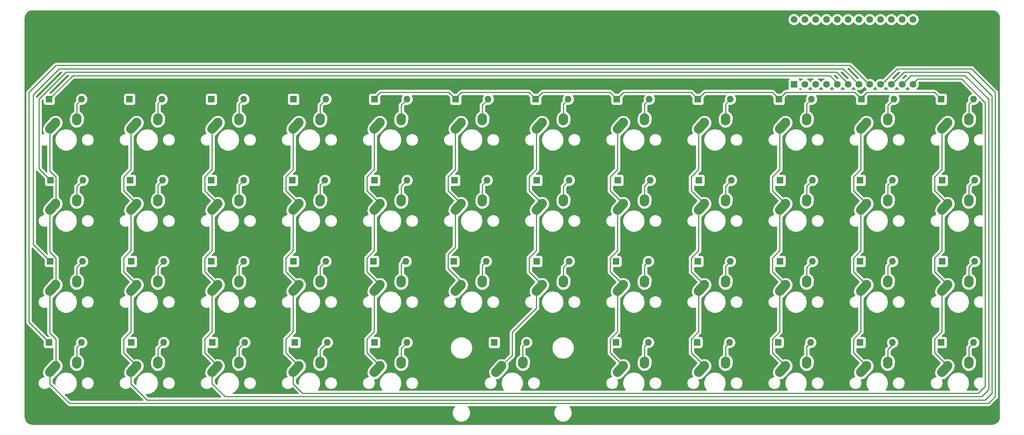
<source format=gtl>
G04 #@! TF.GenerationSoftware,KiCad,Pcbnew,(5.1.10)-1*
G04 #@! TF.CreationDate,2022-01-10T13:30:35-05:00*
G04 #@! TF.ProjectId,40,3430252e-6b69-4636-9164-5f7063625858,rev?*
G04 #@! TF.SameCoordinates,Original*
G04 #@! TF.FileFunction,Copper,L1,Top*
G04 #@! TF.FilePolarity,Positive*
%FSLAX46Y46*%
G04 Gerber Fmt 4.6, Leading zero omitted, Abs format (unit mm)*
G04 Created by KiCad (PCBNEW (5.1.10)-1) date 2022-01-10 13:30:35*
%MOMM*%
%LPD*%
G01*
G04 APERTURE LIST*
G04 #@! TA.AperFunction,ComponentPad*
%ADD10C,1.600000*%
G04 #@! TD*
G04 #@! TA.AperFunction,ComponentPad*
%ADD11R,1.600000X1.600000*%
G04 #@! TD*
G04 #@! TA.AperFunction,ComponentPad*
%ADD12C,2.250000*%
G04 #@! TD*
G04 #@! TA.AperFunction,ComponentPad*
%ADD13O,1.600000X1.600000*%
G04 #@! TD*
G04 #@! TA.AperFunction,Conductor*
%ADD14C,0.250000*%
G04 #@! TD*
G04 #@! TA.AperFunction,NonConductor*
%ADD15C,0.254000*%
G04 #@! TD*
G04 #@! TA.AperFunction,NonConductor*
%ADD16C,0.100000*%
G04 #@! TD*
G04 APERTURE END LIST*
D10*
X208280000Y-35242500D03*
X210820000Y-35242500D03*
X213360000Y-35242500D03*
X215900000Y-35242500D03*
X218440000Y-35242500D03*
X220980000Y-35242500D03*
X223520000Y-35242500D03*
X226060000Y-35242500D03*
X228600000Y-35242500D03*
X231140000Y-35242500D03*
X233680000Y-35242500D03*
X236220000Y-35242500D03*
X236220000Y-50482500D03*
X233680000Y-50482500D03*
X231140000Y-50482500D03*
X228600000Y-50482500D03*
X226060000Y-50482500D03*
X223520000Y-50482500D03*
X220980000Y-50482500D03*
X218440000Y-50482500D03*
X215900000Y-50482500D03*
X213360000Y-50482500D03*
X210820000Y-50482500D03*
D11*
X208280000Y-50482500D03*
D12*
X149106250Y-97600000D03*
G04 #@! TA.AperFunction,ComponentPad*
G36*
G01*
X147044938Y-99897350D02*
X147044933Y-99897345D01*
G75*
G02*
X146958905Y-98308683I751317J837345D01*
G01*
X148268907Y-96848683D01*
G75*
G02*
X149857569Y-96762655I837345J-751317D01*
G01*
X149857569Y-96762655D01*
G75*
G02*
X149943597Y-98351317I-751317J-837345D01*
G01*
X148633595Y-99811317D01*
G75*
G02*
X147044933Y-99897345I-837345J751317D01*
G01*
G37*
G04 #@! TD.AperFunction*
X154146250Y-96520000D03*
G04 #@! TA.AperFunction,ComponentPad*
G36*
G01*
X154029733Y-98222395D02*
X154028847Y-98222334D01*
G75*
G02*
X152983916Y-97022597I77403J1122334D01*
G01*
X153023916Y-96442597D01*
G75*
G02*
X154223653Y-95397666I1122334J-77403D01*
G01*
X154223653Y-95397666D01*
G75*
G02*
X155268584Y-96597403I-77403J-1122334D01*
G01*
X155228584Y-97177403D01*
G75*
G02*
X154028847Y-98222334I-1122334J77403D01*
G01*
G37*
G04 #@! TD.AperFunction*
X130056250Y-97600000D03*
G04 #@! TA.AperFunction,ComponentPad*
G36*
G01*
X127994938Y-99897350D02*
X127994933Y-99897345D01*
G75*
G02*
X127908905Y-98308683I751317J837345D01*
G01*
X129218907Y-96848683D01*
G75*
G02*
X130807569Y-96762655I837345J-751317D01*
G01*
X130807569Y-96762655D01*
G75*
G02*
X130893597Y-98351317I-751317J-837345D01*
G01*
X129583595Y-99811317D01*
G75*
G02*
X127994933Y-99897345I-837345J751317D01*
G01*
G37*
G04 #@! TD.AperFunction*
X135096250Y-96520000D03*
G04 #@! TA.AperFunction,ComponentPad*
G36*
G01*
X134979733Y-98222395D02*
X134978847Y-98222334D01*
G75*
G02*
X133933916Y-97022597I77403J1122334D01*
G01*
X133973916Y-96442597D01*
G75*
G02*
X135173653Y-95397666I1122334J-77403D01*
G01*
X135173653Y-95397666D01*
G75*
G02*
X136218584Y-96597403I-77403J-1122334D01*
G01*
X136178584Y-97177403D01*
G75*
G02*
X134978847Y-98222334I-1122334J77403D01*
G01*
G37*
G04 #@! TD.AperFunction*
X111006250Y-78550000D03*
G04 #@! TA.AperFunction,ComponentPad*
G36*
G01*
X108944938Y-80847350D02*
X108944933Y-80847345D01*
G75*
G02*
X108858905Y-79258683I751317J837345D01*
G01*
X110168907Y-77798683D01*
G75*
G02*
X111757569Y-77712655I837345J-751317D01*
G01*
X111757569Y-77712655D01*
G75*
G02*
X111843597Y-79301317I-751317J-837345D01*
G01*
X110533595Y-80761317D01*
G75*
G02*
X108944933Y-80847345I-837345J751317D01*
G01*
G37*
G04 #@! TD.AperFunction*
X116046250Y-77470000D03*
G04 #@! TA.AperFunction,ComponentPad*
G36*
G01*
X115929733Y-79172395D02*
X115928847Y-79172334D01*
G75*
G02*
X114883916Y-77972597I77403J1122334D01*
G01*
X114923916Y-77392597D01*
G75*
G02*
X116123653Y-76347666I1122334J-77403D01*
G01*
X116123653Y-76347666D01*
G75*
G02*
X117168584Y-77547403I-77403J-1122334D01*
G01*
X117128584Y-78127403D01*
G75*
G02*
X115928847Y-79172334I-1122334J77403D01*
G01*
G37*
G04 #@! TD.AperFunction*
X34806250Y-116650000D03*
G04 #@! TA.AperFunction,ComponentPad*
G36*
G01*
X32744938Y-118947350D02*
X32744933Y-118947345D01*
G75*
G02*
X32658905Y-117358683I751317J837345D01*
G01*
X33968907Y-115898683D01*
G75*
G02*
X35557569Y-115812655I837345J-751317D01*
G01*
X35557569Y-115812655D01*
G75*
G02*
X35643597Y-117401317I-751317J-837345D01*
G01*
X34333595Y-118861317D01*
G75*
G02*
X32744933Y-118947345I-837345J751317D01*
G01*
G37*
G04 #@! TD.AperFunction*
X39846250Y-115570000D03*
G04 #@! TA.AperFunction,ComponentPad*
G36*
G01*
X39729733Y-117272395D02*
X39728847Y-117272334D01*
G75*
G02*
X38683916Y-116072597I77403J1122334D01*
G01*
X38723916Y-115492597D01*
G75*
G02*
X39923653Y-114447666I1122334J-77403D01*
G01*
X39923653Y-114447666D01*
G75*
G02*
X40968584Y-115647403I-77403J-1122334D01*
G01*
X40928584Y-116227403D01*
G75*
G02*
X39728847Y-117272334I-1122334J77403D01*
G01*
G37*
G04 #@! TD.AperFunction*
D13*
X193357500Y-53975000D03*
D11*
X185737500Y-53975000D03*
D13*
X174307500Y-53975000D03*
D11*
X166687500Y-53975000D03*
D13*
X155257500Y-53975000D03*
D11*
X147637500Y-53975000D03*
D13*
X136445000Y-53975000D03*
D11*
X128825000Y-53975000D03*
D13*
X117395000Y-53975000D03*
D11*
X109775000Y-53975000D03*
D13*
X98345000Y-53975000D03*
D11*
X90725000Y-53975000D03*
D13*
X79057500Y-53975000D03*
D11*
X71437500Y-53975000D03*
D13*
X59845000Y-53975000D03*
D11*
X52225000Y-53975000D03*
D13*
X40957500Y-53975000D03*
D11*
X33337500Y-53975000D03*
D13*
X250507500Y-111125000D03*
D11*
X242887500Y-111125000D03*
D13*
X231457500Y-111125000D03*
D11*
X223837500Y-111125000D03*
D13*
X212170000Y-111125000D03*
D11*
X204550000Y-111125000D03*
D13*
X193120000Y-111125000D03*
D11*
X185500000Y-111125000D03*
D13*
X174070000Y-111125000D03*
D11*
X166450000Y-111125000D03*
D13*
X145495000Y-111125000D03*
D11*
X137875000Y-111125000D03*
D13*
X117395000Y-111125000D03*
D11*
X109775000Y-111125000D03*
D13*
X98663750Y-111125000D03*
D11*
X91043750Y-111125000D03*
D13*
X79295000Y-111125000D03*
D11*
X71675000Y-111125000D03*
D13*
X60245000Y-111125000D03*
D11*
X52625000Y-111125000D03*
D13*
X40957500Y-111125000D03*
D11*
X33337500Y-111125000D03*
D13*
X250745000Y-92075000D03*
D11*
X243125000Y-92075000D03*
D13*
X231457500Y-92075000D03*
D11*
X223837500Y-92075000D03*
D13*
X212645000Y-92075000D03*
D11*
X205025000Y-92075000D03*
D13*
X193357500Y-92075000D03*
D11*
X185737500Y-92075000D03*
D13*
X174070000Y-92075000D03*
D11*
X166450000Y-92075000D03*
D13*
X155495000Y-92075000D03*
D11*
X147875000Y-92075000D03*
D13*
X135970000Y-92075000D03*
D11*
X128350000Y-92075000D03*
D13*
X117157500Y-92075000D03*
D11*
X109537500Y-92075000D03*
D13*
X98345000Y-92075000D03*
D11*
X90725000Y-92075000D03*
D13*
X79057500Y-92075000D03*
D11*
X71437500Y-92075000D03*
D13*
X60245000Y-92075000D03*
D11*
X52625000Y-92075000D03*
D13*
X41195000Y-92075000D03*
D11*
X33575000Y-92075000D03*
D13*
X250745000Y-73025000D03*
D11*
X243125000Y-73025000D03*
D13*
X231457500Y-73025000D03*
D11*
X223837500Y-73025000D03*
D13*
X212645000Y-73025000D03*
D11*
X205025000Y-73025000D03*
D13*
X193595000Y-73025000D03*
D11*
X185975000Y-73025000D03*
D13*
X174545000Y-73025000D03*
D11*
X166925000Y-73025000D03*
D13*
X155495000Y-73025000D03*
D11*
X147875000Y-73025000D03*
D13*
X136207500Y-73025000D03*
D11*
X128587500Y-73025000D03*
D13*
X117395000Y-73025000D03*
D11*
X109775000Y-73025000D03*
D13*
X98107500Y-73025000D03*
D11*
X90487500Y-73025000D03*
D13*
X79057500Y-73025000D03*
D11*
X71437500Y-73025000D03*
D13*
X60007500Y-73025000D03*
D11*
X52387500Y-73025000D03*
D13*
X41275000Y-73025000D03*
D11*
X33655000Y-73025000D03*
D13*
X250507500Y-53975000D03*
D11*
X242887500Y-53975000D03*
D13*
X231775000Y-53975000D03*
D11*
X224155000Y-53975000D03*
D13*
X212407500Y-53975000D03*
D11*
X204787500Y-53975000D03*
D12*
X130056250Y-59500000D03*
G04 #@! TA.AperFunction,ComponentPad*
G36*
G01*
X127994938Y-61797350D02*
X127994933Y-61797345D01*
G75*
G02*
X127908905Y-60208683I751317J837345D01*
G01*
X129218907Y-58748683D01*
G75*
G02*
X130807569Y-58662655I837345J-751317D01*
G01*
X130807569Y-58662655D01*
G75*
G02*
X130893597Y-60251317I-751317J-837345D01*
G01*
X129583595Y-61711317D01*
G75*
G02*
X127994933Y-61797345I-837345J751317D01*
G01*
G37*
G04 #@! TD.AperFunction*
X135096250Y-58420000D03*
G04 #@! TA.AperFunction,ComponentPad*
G36*
G01*
X134979733Y-60122395D02*
X134978847Y-60122334D01*
G75*
G02*
X133933916Y-58922597I77403J1122334D01*
G01*
X133973916Y-58342597D01*
G75*
G02*
X135173653Y-57297666I1122334J-77403D01*
G01*
X135173653Y-57297666D01*
G75*
G02*
X136218584Y-58497403I-77403J-1122334D01*
G01*
X136178584Y-59077403D01*
G75*
G02*
X134978847Y-60122334I-1122334J77403D01*
G01*
G37*
G04 #@! TD.AperFunction*
X34806250Y-59500000D03*
G04 #@! TA.AperFunction,ComponentPad*
G36*
G01*
X32744938Y-61797350D02*
X32744933Y-61797345D01*
G75*
G02*
X32658905Y-60208683I751317J837345D01*
G01*
X33968907Y-58748683D01*
G75*
G02*
X35557569Y-58662655I837345J-751317D01*
G01*
X35557569Y-58662655D01*
G75*
G02*
X35643597Y-60251317I-751317J-837345D01*
G01*
X34333595Y-61711317D01*
G75*
G02*
X32744933Y-61797345I-837345J751317D01*
G01*
G37*
G04 #@! TD.AperFunction*
X39846250Y-58420000D03*
G04 #@! TA.AperFunction,ComponentPad*
G36*
G01*
X39729733Y-60122395D02*
X39728847Y-60122334D01*
G75*
G02*
X38683916Y-58922597I77403J1122334D01*
G01*
X38723916Y-58342597D01*
G75*
G02*
X39923653Y-57297666I1122334J-77403D01*
G01*
X39923653Y-57297666D01*
G75*
G02*
X40968584Y-58497403I-77403J-1122334D01*
G01*
X40928584Y-59077403D01*
G75*
G02*
X39728847Y-60122334I-1122334J77403D01*
G01*
G37*
G04 #@! TD.AperFunction*
X244356250Y-59500000D03*
G04 #@! TA.AperFunction,ComponentPad*
G36*
G01*
X242294938Y-61797350D02*
X242294933Y-61797345D01*
G75*
G02*
X242208905Y-60208683I751317J837345D01*
G01*
X243518907Y-58748683D01*
G75*
G02*
X245107569Y-58662655I837345J-751317D01*
G01*
X245107569Y-58662655D01*
G75*
G02*
X245193597Y-60251317I-751317J-837345D01*
G01*
X243883595Y-61711317D01*
G75*
G02*
X242294933Y-61797345I-837345J751317D01*
G01*
G37*
G04 #@! TD.AperFunction*
X249396250Y-58420000D03*
G04 #@! TA.AperFunction,ComponentPad*
G36*
G01*
X249279733Y-60122395D02*
X249278847Y-60122334D01*
G75*
G02*
X248233916Y-58922597I77403J1122334D01*
G01*
X248273916Y-58342597D01*
G75*
G02*
X249473653Y-57297666I1122334J-77403D01*
G01*
X249473653Y-57297666D01*
G75*
G02*
X250518584Y-58497403I-77403J-1122334D01*
G01*
X250478584Y-59077403D01*
G75*
G02*
X249278847Y-60122334I-1122334J77403D01*
G01*
G37*
G04 #@! TD.AperFunction*
X91956250Y-78550000D03*
G04 #@! TA.AperFunction,ComponentPad*
G36*
G01*
X89894938Y-80847350D02*
X89894933Y-80847345D01*
G75*
G02*
X89808905Y-79258683I751317J837345D01*
G01*
X91118907Y-77798683D01*
G75*
G02*
X92707569Y-77712655I837345J-751317D01*
G01*
X92707569Y-77712655D01*
G75*
G02*
X92793597Y-79301317I-751317J-837345D01*
G01*
X91483595Y-80761317D01*
G75*
G02*
X89894933Y-80847345I-837345J751317D01*
G01*
G37*
G04 #@! TD.AperFunction*
X96996250Y-77470000D03*
G04 #@! TA.AperFunction,ComponentPad*
G36*
G01*
X96879733Y-79172395D02*
X96878847Y-79172334D01*
G75*
G02*
X95833916Y-77972597I77403J1122334D01*
G01*
X95873916Y-77392597D01*
G75*
G02*
X97073653Y-76347666I1122334J-77403D01*
G01*
X97073653Y-76347666D01*
G75*
G02*
X98118584Y-77547403I-77403J-1122334D01*
G01*
X98078584Y-78127403D01*
G75*
G02*
X96878847Y-79172334I-1122334J77403D01*
G01*
G37*
G04 #@! TD.AperFunction*
X53856250Y-97600000D03*
G04 #@! TA.AperFunction,ComponentPad*
G36*
G01*
X51794938Y-99897350D02*
X51794933Y-99897345D01*
G75*
G02*
X51708905Y-98308683I751317J837345D01*
G01*
X53018907Y-96848683D01*
G75*
G02*
X54607569Y-96762655I837345J-751317D01*
G01*
X54607569Y-96762655D01*
G75*
G02*
X54693597Y-98351317I-751317J-837345D01*
G01*
X53383595Y-99811317D01*
G75*
G02*
X51794933Y-99897345I-837345J751317D01*
G01*
G37*
G04 #@! TD.AperFunction*
X58896250Y-96520000D03*
G04 #@! TA.AperFunction,ComponentPad*
G36*
G01*
X58779733Y-98222395D02*
X58778847Y-98222334D01*
G75*
G02*
X57733916Y-97022597I77403J1122334D01*
G01*
X57773916Y-96442597D01*
G75*
G02*
X58973653Y-95397666I1122334J-77403D01*
G01*
X58973653Y-95397666D01*
G75*
G02*
X60018584Y-96597403I-77403J-1122334D01*
G01*
X59978584Y-97177403D01*
G75*
G02*
X58778847Y-98222334I-1122334J77403D01*
G01*
G37*
G04 #@! TD.AperFunction*
X72906250Y-97600000D03*
G04 #@! TA.AperFunction,ComponentPad*
G36*
G01*
X70844938Y-99897350D02*
X70844933Y-99897345D01*
G75*
G02*
X70758905Y-98308683I751317J837345D01*
G01*
X72068907Y-96848683D01*
G75*
G02*
X73657569Y-96762655I837345J-751317D01*
G01*
X73657569Y-96762655D01*
G75*
G02*
X73743597Y-98351317I-751317J-837345D01*
G01*
X72433595Y-99811317D01*
G75*
G02*
X70844933Y-99897345I-837345J751317D01*
G01*
G37*
G04 #@! TD.AperFunction*
X77946250Y-96520000D03*
G04 #@! TA.AperFunction,ComponentPad*
G36*
G01*
X77829733Y-98222395D02*
X77828847Y-98222334D01*
G75*
G02*
X76783916Y-97022597I77403J1122334D01*
G01*
X76823916Y-96442597D01*
G75*
G02*
X78023653Y-95397666I1122334J-77403D01*
G01*
X78023653Y-95397666D01*
G75*
G02*
X79068584Y-96597403I-77403J-1122334D01*
G01*
X79028584Y-97177403D01*
G75*
G02*
X77828847Y-98222334I-1122334J77403D01*
G01*
G37*
G04 #@! TD.AperFunction*
X111006250Y-97600000D03*
G04 #@! TA.AperFunction,ComponentPad*
G36*
G01*
X108944938Y-99897350D02*
X108944933Y-99897345D01*
G75*
G02*
X108858905Y-98308683I751317J837345D01*
G01*
X110168907Y-96848683D01*
G75*
G02*
X111757569Y-96762655I837345J-751317D01*
G01*
X111757569Y-96762655D01*
G75*
G02*
X111843597Y-98351317I-751317J-837345D01*
G01*
X110533595Y-99811317D01*
G75*
G02*
X108944933Y-99897345I-837345J751317D01*
G01*
G37*
G04 #@! TD.AperFunction*
X116046250Y-96520000D03*
G04 #@! TA.AperFunction,ComponentPad*
G36*
G01*
X115929733Y-98222395D02*
X115928847Y-98222334D01*
G75*
G02*
X114883916Y-97022597I77403J1122334D01*
G01*
X114923916Y-96442597D01*
G75*
G02*
X116123653Y-95397666I1122334J-77403D01*
G01*
X116123653Y-95397666D01*
G75*
G02*
X117168584Y-96597403I-77403J-1122334D01*
G01*
X117128584Y-97177403D01*
G75*
G02*
X115928847Y-98222334I-1122334J77403D01*
G01*
G37*
G04 #@! TD.AperFunction*
X139581250Y-116650000D03*
G04 #@! TA.AperFunction,ComponentPad*
G36*
G01*
X137519938Y-118947350D02*
X137519933Y-118947345D01*
G75*
G02*
X137433905Y-117358683I751317J837345D01*
G01*
X138743907Y-115898683D01*
G75*
G02*
X140332569Y-115812655I837345J-751317D01*
G01*
X140332569Y-115812655D01*
G75*
G02*
X140418597Y-117401317I-751317J-837345D01*
G01*
X139108595Y-118861317D01*
G75*
G02*
X137519933Y-118947345I-837345J751317D01*
G01*
G37*
G04 #@! TD.AperFunction*
X144621250Y-115570000D03*
G04 #@! TA.AperFunction,ComponentPad*
G36*
G01*
X144504733Y-117272395D02*
X144503847Y-117272334D01*
G75*
G02*
X143458916Y-116072597I77403J1122334D01*
G01*
X143498916Y-115492597D01*
G75*
G02*
X144698653Y-114447666I1122334J-77403D01*
G01*
X144698653Y-114447666D01*
G75*
G02*
X145743584Y-115647403I-77403J-1122334D01*
G01*
X145703584Y-116227403D01*
G75*
G02*
X144503847Y-117272334I-1122334J77403D01*
G01*
G37*
G04 #@! TD.AperFunction*
X34806250Y-97600000D03*
G04 #@! TA.AperFunction,ComponentPad*
G36*
G01*
X32744938Y-99897350D02*
X32744933Y-99897345D01*
G75*
G02*
X32658905Y-98308683I751317J837345D01*
G01*
X33968907Y-96848683D01*
G75*
G02*
X35557569Y-96762655I837345J-751317D01*
G01*
X35557569Y-96762655D01*
G75*
G02*
X35643597Y-98351317I-751317J-837345D01*
G01*
X34333595Y-99811317D01*
G75*
G02*
X32744933Y-99897345I-837345J751317D01*
G01*
G37*
G04 #@! TD.AperFunction*
X39846250Y-96520000D03*
G04 #@! TA.AperFunction,ComponentPad*
G36*
G01*
X39729733Y-98222395D02*
X39728847Y-98222334D01*
G75*
G02*
X38683916Y-97022597I77403J1122334D01*
G01*
X38723916Y-96442597D01*
G75*
G02*
X39923653Y-95397666I1122334J-77403D01*
G01*
X39923653Y-95397666D01*
G75*
G02*
X40968584Y-96597403I-77403J-1122334D01*
G01*
X40928584Y-97177403D01*
G75*
G02*
X39728847Y-98222334I-1122334J77403D01*
G01*
G37*
G04 #@! TD.AperFunction*
X206256250Y-97600000D03*
G04 #@! TA.AperFunction,ComponentPad*
G36*
G01*
X204194938Y-99897350D02*
X204194933Y-99897345D01*
G75*
G02*
X204108905Y-98308683I751317J837345D01*
G01*
X205418907Y-96848683D01*
G75*
G02*
X207007569Y-96762655I837345J-751317D01*
G01*
X207007569Y-96762655D01*
G75*
G02*
X207093597Y-98351317I-751317J-837345D01*
G01*
X205783595Y-99811317D01*
G75*
G02*
X204194933Y-99897345I-837345J751317D01*
G01*
G37*
G04 #@! TD.AperFunction*
X211296250Y-96520000D03*
G04 #@! TA.AperFunction,ComponentPad*
G36*
G01*
X211179733Y-98222395D02*
X211178847Y-98222334D01*
G75*
G02*
X210133916Y-97022597I77403J1122334D01*
G01*
X210173916Y-96442597D01*
G75*
G02*
X211373653Y-95397666I1122334J-77403D01*
G01*
X211373653Y-95397666D01*
G75*
G02*
X212418584Y-96597403I-77403J-1122334D01*
G01*
X212378584Y-97177403D01*
G75*
G02*
X211178847Y-98222334I-1122334J77403D01*
G01*
G37*
G04 #@! TD.AperFunction*
X168156250Y-97600000D03*
G04 #@! TA.AperFunction,ComponentPad*
G36*
G01*
X166094938Y-99897350D02*
X166094933Y-99897345D01*
G75*
G02*
X166008905Y-98308683I751317J837345D01*
G01*
X167318907Y-96848683D01*
G75*
G02*
X168907569Y-96762655I837345J-751317D01*
G01*
X168907569Y-96762655D01*
G75*
G02*
X168993597Y-98351317I-751317J-837345D01*
G01*
X167683595Y-99811317D01*
G75*
G02*
X166094933Y-99897345I-837345J751317D01*
G01*
G37*
G04 #@! TD.AperFunction*
X173196250Y-96520000D03*
G04 #@! TA.AperFunction,ComponentPad*
G36*
G01*
X173079733Y-98222395D02*
X173078847Y-98222334D01*
G75*
G02*
X172033916Y-97022597I77403J1122334D01*
G01*
X172073916Y-96442597D01*
G75*
G02*
X173273653Y-95397666I1122334J-77403D01*
G01*
X173273653Y-95397666D01*
G75*
G02*
X174318584Y-96597403I-77403J-1122334D01*
G01*
X174278584Y-97177403D01*
G75*
G02*
X173078847Y-98222334I-1122334J77403D01*
G01*
G37*
G04 #@! TD.AperFunction*
X187206250Y-97600000D03*
G04 #@! TA.AperFunction,ComponentPad*
G36*
G01*
X185144938Y-99897350D02*
X185144933Y-99897345D01*
G75*
G02*
X185058905Y-98308683I751317J837345D01*
G01*
X186368907Y-96848683D01*
G75*
G02*
X187957569Y-96762655I837345J-751317D01*
G01*
X187957569Y-96762655D01*
G75*
G02*
X188043597Y-98351317I-751317J-837345D01*
G01*
X186733595Y-99811317D01*
G75*
G02*
X185144933Y-99897345I-837345J751317D01*
G01*
G37*
G04 #@! TD.AperFunction*
X192246250Y-96520000D03*
G04 #@! TA.AperFunction,ComponentPad*
G36*
G01*
X192129733Y-98222395D02*
X192128847Y-98222334D01*
G75*
G02*
X191083916Y-97022597I77403J1122334D01*
G01*
X191123916Y-96442597D01*
G75*
G02*
X192323653Y-95397666I1122334J-77403D01*
G01*
X192323653Y-95397666D01*
G75*
G02*
X193368584Y-96597403I-77403J-1122334D01*
G01*
X193328584Y-97177403D01*
G75*
G02*
X192128847Y-98222334I-1122334J77403D01*
G01*
G37*
G04 #@! TD.AperFunction*
X91956250Y-97600000D03*
G04 #@! TA.AperFunction,ComponentPad*
G36*
G01*
X89894938Y-99897350D02*
X89894933Y-99897345D01*
G75*
G02*
X89808905Y-98308683I751317J837345D01*
G01*
X91118907Y-96848683D01*
G75*
G02*
X92707569Y-96762655I837345J-751317D01*
G01*
X92707569Y-96762655D01*
G75*
G02*
X92793597Y-98351317I-751317J-837345D01*
G01*
X91483595Y-99811317D01*
G75*
G02*
X89894933Y-99897345I-837345J751317D01*
G01*
G37*
G04 #@! TD.AperFunction*
X96996250Y-96520000D03*
G04 #@! TA.AperFunction,ComponentPad*
G36*
G01*
X96879733Y-98222395D02*
X96878847Y-98222334D01*
G75*
G02*
X95833916Y-97022597I77403J1122334D01*
G01*
X95873916Y-96442597D01*
G75*
G02*
X97073653Y-95397666I1122334J-77403D01*
G01*
X97073653Y-95397666D01*
G75*
G02*
X98118584Y-96597403I-77403J-1122334D01*
G01*
X98078584Y-97177403D01*
G75*
G02*
X96878847Y-98222334I-1122334J77403D01*
G01*
G37*
G04 #@! TD.AperFunction*
X149106250Y-59500000D03*
G04 #@! TA.AperFunction,ComponentPad*
G36*
G01*
X147044938Y-61797350D02*
X147044933Y-61797345D01*
G75*
G02*
X146958905Y-60208683I751317J837345D01*
G01*
X148268907Y-58748683D01*
G75*
G02*
X149857569Y-58662655I837345J-751317D01*
G01*
X149857569Y-58662655D01*
G75*
G02*
X149943597Y-60251317I-751317J-837345D01*
G01*
X148633595Y-61711317D01*
G75*
G02*
X147044933Y-61797345I-837345J751317D01*
G01*
G37*
G04 #@! TD.AperFunction*
X154146250Y-58420000D03*
G04 #@! TA.AperFunction,ComponentPad*
G36*
G01*
X154029733Y-60122395D02*
X154028847Y-60122334D01*
G75*
G02*
X152983916Y-58922597I77403J1122334D01*
G01*
X153023916Y-58342597D01*
G75*
G02*
X154223653Y-57297666I1122334J-77403D01*
G01*
X154223653Y-57297666D01*
G75*
G02*
X155268584Y-58497403I-77403J-1122334D01*
G01*
X155228584Y-59077403D01*
G75*
G02*
X154028847Y-60122334I-1122334J77403D01*
G01*
G37*
G04 #@! TD.AperFunction*
X53856250Y-116650000D03*
G04 #@! TA.AperFunction,ComponentPad*
G36*
G01*
X51794938Y-118947350D02*
X51794933Y-118947345D01*
G75*
G02*
X51708905Y-117358683I751317J837345D01*
G01*
X53018907Y-115898683D01*
G75*
G02*
X54607569Y-115812655I837345J-751317D01*
G01*
X54607569Y-115812655D01*
G75*
G02*
X54693597Y-117401317I-751317J-837345D01*
G01*
X53383595Y-118861317D01*
G75*
G02*
X51794933Y-118947345I-837345J751317D01*
G01*
G37*
G04 #@! TD.AperFunction*
X58896250Y-115570000D03*
G04 #@! TA.AperFunction,ComponentPad*
G36*
G01*
X58779733Y-117272395D02*
X58778847Y-117272334D01*
G75*
G02*
X57733916Y-116072597I77403J1122334D01*
G01*
X57773916Y-115492597D01*
G75*
G02*
X58973653Y-114447666I1122334J-77403D01*
G01*
X58973653Y-114447666D01*
G75*
G02*
X60018584Y-115647403I-77403J-1122334D01*
G01*
X59978584Y-116227403D01*
G75*
G02*
X58778847Y-117272334I-1122334J77403D01*
G01*
G37*
G04 #@! TD.AperFunction*
X72906250Y-59500000D03*
G04 #@! TA.AperFunction,ComponentPad*
G36*
G01*
X70844938Y-61797350D02*
X70844933Y-61797345D01*
G75*
G02*
X70758905Y-60208683I751317J837345D01*
G01*
X72068907Y-58748683D01*
G75*
G02*
X73657569Y-58662655I837345J-751317D01*
G01*
X73657569Y-58662655D01*
G75*
G02*
X73743597Y-60251317I-751317J-837345D01*
G01*
X72433595Y-61711317D01*
G75*
G02*
X70844933Y-61797345I-837345J751317D01*
G01*
G37*
G04 #@! TD.AperFunction*
X77946250Y-58420000D03*
G04 #@! TA.AperFunction,ComponentPad*
G36*
G01*
X77829733Y-60122395D02*
X77828847Y-60122334D01*
G75*
G02*
X76783916Y-58922597I77403J1122334D01*
G01*
X76823916Y-58342597D01*
G75*
G02*
X78023653Y-57297666I1122334J-77403D01*
G01*
X78023653Y-57297666D01*
G75*
G02*
X79068584Y-58497403I-77403J-1122334D01*
G01*
X79028584Y-59077403D01*
G75*
G02*
X77828847Y-60122334I-1122334J77403D01*
G01*
G37*
G04 #@! TD.AperFunction*
X225306250Y-97600000D03*
G04 #@! TA.AperFunction,ComponentPad*
G36*
G01*
X223244938Y-99897350D02*
X223244933Y-99897345D01*
G75*
G02*
X223158905Y-98308683I751317J837345D01*
G01*
X224468907Y-96848683D01*
G75*
G02*
X226057569Y-96762655I837345J-751317D01*
G01*
X226057569Y-96762655D01*
G75*
G02*
X226143597Y-98351317I-751317J-837345D01*
G01*
X224833595Y-99811317D01*
G75*
G02*
X223244933Y-99897345I-837345J751317D01*
G01*
G37*
G04 #@! TD.AperFunction*
X230346250Y-96520000D03*
G04 #@! TA.AperFunction,ComponentPad*
G36*
G01*
X230229733Y-98222395D02*
X230228847Y-98222334D01*
G75*
G02*
X229183916Y-97022597I77403J1122334D01*
G01*
X229223916Y-96442597D01*
G75*
G02*
X230423653Y-95397666I1122334J-77403D01*
G01*
X230423653Y-95397666D01*
G75*
G02*
X231468584Y-96597403I-77403J-1122334D01*
G01*
X231428584Y-97177403D01*
G75*
G02*
X230228847Y-98222334I-1122334J77403D01*
G01*
G37*
G04 #@! TD.AperFunction*
X168156250Y-59500000D03*
G04 #@! TA.AperFunction,ComponentPad*
G36*
G01*
X166094938Y-61797350D02*
X166094933Y-61797345D01*
G75*
G02*
X166008905Y-60208683I751317J837345D01*
G01*
X167318907Y-58748683D01*
G75*
G02*
X168907569Y-58662655I837345J-751317D01*
G01*
X168907569Y-58662655D01*
G75*
G02*
X168993597Y-60251317I-751317J-837345D01*
G01*
X167683595Y-61711317D01*
G75*
G02*
X166094933Y-61797345I-837345J751317D01*
G01*
G37*
G04 #@! TD.AperFunction*
X173196250Y-58420000D03*
G04 #@! TA.AperFunction,ComponentPad*
G36*
G01*
X173079733Y-60122395D02*
X173078847Y-60122334D01*
G75*
G02*
X172033916Y-58922597I77403J1122334D01*
G01*
X172073916Y-58342597D01*
G75*
G02*
X173273653Y-57297666I1122334J-77403D01*
G01*
X173273653Y-57297666D01*
G75*
G02*
X174318584Y-58497403I-77403J-1122334D01*
G01*
X174278584Y-59077403D01*
G75*
G02*
X173078847Y-60122334I-1122334J77403D01*
G01*
G37*
G04 #@! TD.AperFunction*
X34806250Y-78550000D03*
G04 #@! TA.AperFunction,ComponentPad*
G36*
G01*
X32744938Y-80847350D02*
X32744933Y-80847345D01*
G75*
G02*
X32658905Y-79258683I751317J837345D01*
G01*
X33968907Y-77798683D01*
G75*
G02*
X35557569Y-77712655I837345J-751317D01*
G01*
X35557569Y-77712655D01*
G75*
G02*
X35643597Y-79301317I-751317J-837345D01*
G01*
X34333595Y-80761317D01*
G75*
G02*
X32744933Y-80847345I-837345J751317D01*
G01*
G37*
G04 #@! TD.AperFunction*
X39846250Y-77470000D03*
G04 #@! TA.AperFunction,ComponentPad*
G36*
G01*
X39729733Y-79172395D02*
X39728847Y-79172334D01*
G75*
G02*
X38683916Y-77972597I77403J1122334D01*
G01*
X38723916Y-77392597D01*
G75*
G02*
X39923653Y-76347666I1122334J-77403D01*
G01*
X39923653Y-76347666D01*
G75*
G02*
X40968584Y-77547403I-77403J-1122334D01*
G01*
X40928584Y-78127403D01*
G75*
G02*
X39728847Y-79172334I-1122334J77403D01*
G01*
G37*
G04 #@! TD.AperFunction*
X244356250Y-97600000D03*
G04 #@! TA.AperFunction,ComponentPad*
G36*
G01*
X242294938Y-99897350D02*
X242294933Y-99897345D01*
G75*
G02*
X242208905Y-98308683I751317J837345D01*
G01*
X243518907Y-96848683D01*
G75*
G02*
X245107569Y-96762655I837345J-751317D01*
G01*
X245107569Y-96762655D01*
G75*
G02*
X245193597Y-98351317I-751317J-837345D01*
G01*
X243883595Y-99811317D01*
G75*
G02*
X242294933Y-99897345I-837345J751317D01*
G01*
G37*
G04 #@! TD.AperFunction*
X249396250Y-96520000D03*
G04 #@! TA.AperFunction,ComponentPad*
G36*
G01*
X249279733Y-98222395D02*
X249278847Y-98222334D01*
G75*
G02*
X248233916Y-97022597I77403J1122334D01*
G01*
X248273916Y-96442597D01*
G75*
G02*
X249473653Y-95397666I1122334J-77403D01*
G01*
X249473653Y-95397666D01*
G75*
G02*
X250518584Y-96597403I-77403J-1122334D01*
G01*
X250478584Y-97177403D01*
G75*
G02*
X249278847Y-98222334I-1122334J77403D01*
G01*
G37*
G04 #@! TD.AperFunction*
X225306250Y-78550000D03*
G04 #@! TA.AperFunction,ComponentPad*
G36*
G01*
X223244938Y-80847350D02*
X223244933Y-80847345D01*
G75*
G02*
X223158905Y-79258683I751317J837345D01*
G01*
X224468907Y-77798683D01*
G75*
G02*
X226057569Y-77712655I837345J-751317D01*
G01*
X226057569Y-77712655D01*
G75*
G02*
X226143597Y-79301317I-751317J-837345D01*
G01*
X224833595Y-80761317D01*
G75*
G02*
X223244933Y-80847345I-837345J751317D01*
G01*
G37*
G04 #@! TD.AperFunction*
X230346250Y-77470000D03*
G04 #@! TA.AperFunction,ComponentPad*
G36*
G01*
X230229733Y-79172395D02*
X230228847Y-79172334D01*
G75*
G02*
X229183916Y-77972597I77403J1122334D01*
G01*
X229223916Y-77392597D01*
G75*
G02*
X230423653Y-76347666I1122334J-77403D01*
G01*
X230423653Y-76347666D01*
G75*
G02*
X231468584Y-77547403I-77403J-1122334D01*
G01*
X231428584Y-78127403D01*
G75*
G02*
X230228847Y-79172334I-1122334J77403D01*
G01*
G37*
G04 #@! TD.AperFunction*
X72906250Y-78550000D03*
G04 #@! TA.AperFunction,ComponentPad*
G36*
G01*
X70844938Y-80847350D02*
X70844933Y-80847345D01*
G75*
G02*
X70758905Y-79258683I751317J837345D01*
G01*
X72068907Y-77798683D01*
G75*
G02*
X73657569Y-77712655I837345J-751317D01*
G01*
X73657569Y-77712655D01*
G75*
G02*
X73743597Y-79301317I-751317J-837345D01*
G01*
X72433595Y-80761317D01*
G75*
G02*
X70844933Y-80847345I-837345J751317D01*
G01*
G37*
G04 #@! TD.AperFunction*
X77946250Y-77470000D03*
G04 #@! TA.AperFunction,ComponentPad*
G36*
G01*
X77829733Y-79172395D02*
X77828847Y-79172334D01*
G75*
G02*
X76783916Y-77972597I77403J1122334D01*
G01*
X76823916Y-77392597D01*
G75*
G02*
X78023653Y-76347666I1122334J-77403D01*
G01*
X78023653Y-76347666D01*
G75*
G02*
X79068584Y-77547403I-77403J-1122334D01*
G01*
X79028584Y-78127403D01*
G75*
G02*
X77828847Y-79172334I-1122334J77403D01*
G01*
G37*
G04 #@! TD.AperFunction*
X244356250Y-116650000D03*
G04 #@! TA.AperFunction,ComponentPad*
G36*
G01*
X242294938Y-118947350D02*
X242294933Y-118947345D01*
G75*
G02*
X242208905Y-117358683I751317J837345D01*
G01*
X243518907Y-115898683D01*
G75*
G02*
X245107569Y-115812655I837345J-751317D01*
G01*
X245107569Y-115812655D01*
G75*
G02*
X245193597Y-117401317I-751317J-837345D01*
G01*
X243883595Y-118861317D01*
G75*
G02*
X242294933Y-118947345I-837345J751317D01*
G01*
G37*
G04 #@! TD.AperFunction*
X249396250Y-115570000D03*
G04 #@! TA.AperFunction,ComponentPad*
G36*
G01*
X249279733Y-117272395D02*
X249278847Y-117272334D01*
G75*
G02*
X248233916Y-116072597I77403J1122334D01*
G01*
X248273916Y-115492597D01*
G75*
G02*
X249473653Y-114447666I1122334J-77403D01*
G01*
X249473653Y-114447666D01*
G75*
G02*
X250518584Y-115647403I-77403J-1122334D01*
G01*
X250478584Y-116227403D01*
G75*
G02*
X249278847Y-117272334I-1122334J77403D01*
G01*
G37*
G04 #@! TD.AperFunction*
X187206250Y-116650000D03*
G04 #@! TA.AperFunction,ComponentPad*
G36*
G01*
X185144938Y-118947350D02*
X185144933Y-118947345D01*
G75*
G02*
X185058905Y-117358683I751317J837345D01*
G01*
X186368907Y-115898683D01*
G75*
G02*
X187957569Y-115812655I837345J-751317D01*
G01*
X187957569Y-115812655D01*
G75*
G02*
X188043597Y-117401317I-751317J-837345D01*
G01*
X186733595Y-118861317D01*
G75*
G02*
X185144933Y-118947345I-837345J751317D01*
G01*
G37*
G04 #@! TD.AperFunction*
X192246250Y-115570000D03*
G04 #@! TA.AperFunction,ComponentPad*
G36*
G01*
X192129733Y-117272395D02*
X192128847Y-117272334D01*
G75*
G02*
X191083916Y-116072597I77403J1122334D01*
G01*
X191123916Y-115492597D01*
G75*
G02*
X192323653Y-114447666I1122334J-77403D01*
G01*
X192323653Y-114447666D01*
G75*
G02*
X193368584Y-115647403I-77403J-1122334D01*
G01*
X193328584Y-116227403D01*
G75*
G02*
X192128847Y-117272334I-1122334J77403D01*
G01*
G37*
G04 #@! TD.AperFunction*
X111006250Y-59500000D03*
G04 #@! TA.AperFunction,ComponentPad*
G36*
G01*
X108944938Y-61797350D02*
X108944933Y-61797345D01*
G75*
G02*
X108858905Y-60208683I751317J837345D01*
G01*
X110168907Y-58748683D01*
G75*
G02*
X111757569Y-58662655I837345J-751317D01*
G01*
X111757569Y-58662655D01*
G75*
G02*
X111843597Y-60251317I-751317J-837345D01*
G01*
X110533595Y-61711317D01*
G75*
G02*
X108944933Y-61797345I-837345J751317D01*
G01*
G37*
G04 #@! TD.AperFunction*
X116046250Y-58420000D03*
G04 #@! TA.AperFunction,ComponentPad*
G36*
G01*
X115929733Y-60122395D02*
X115928847Y-60122334D01*
G75*
G02*
X114883916Y-58922597I77403J1122334D01*
G01*
X114923916Y-58342597D01*
G75*
G02*
X116123653Y-57297666I1122334J-77403D01*
G01*
X116123653Y-57297666D01*
G75*
G02*
X117168584Y-58497403I-77403J-1122334D01*
G01*
X117128584Y-59077403D01*
G75*
G02*
X115928847Y-60122334I-1122334J77403D01*
G01*
G37*
G04 #@! TD.AperFunction*
X53856250Y-59500000D03*
G04 #@! TA.AperFunction,ComponentPad*
G36*
G01*
X51794938Y-61797350D02*
X51794933Y-61797345D01*
G75*
G02*
X51708905Y-60208683I751317J837345D01*
G01*
X53018907Y-58748683D01*
G75*
G02*
X54607569Y-58662655I837345J-751317D01*
G01*
X54607569Y-58662655D01*
G75*
G02*
X54693597Y-60251317I-751317J-837345D01*
G01*
X53383595Y-61711317D01*
G75*
G02*
X51794933Y-61797345I-837345J751317D01*
G01*
G37*
G04 #@! TD.AperFunction*
X58896250Y-58420000D03*
G04 #@! TA.AperFunction,ComponentPad*
G36*
G01*
X58779733Y-60122395D02*
X58778847Y-60122334D01*
G75*
G02*
X57733916Y-58922597I77403J1122334D01*
G01*
X57773916Y-58342597D01*
G75*
G02*
X58973653Y-57297666I1122334J-77403D01*
G01*
X58973653Y-57297666D01*
G75*
G02*
X60018584Y-58497403I-77403J-1122334D01*
G01*
X59978584Y-59077403D01*
G75*
G02*
X58778847Y-60122334I-1122334J77403D01*
G01*
G37*
G04 #@! TD.AperFunction*
X225306250Y-59500000D03*
G04 #@! TA.AperFunction,ComponentPad*
G36*
G01*
X223244938Y-61797350D02*
X223244933Y-61797345D01*
G75*
G02*
X223158905Y-60208683I751317J837345D01*
G01*
X224468907Y-58748683D01*
G75*
G02*
X226057569Y-58662655I837345J-751317D01*
G01*
X226057569Y-58662655D01*
G75*
G02*
X226143597Y-60251317I-751317J-837345D01*
G01*
X224833595Y-61711317D01*
G75*
G02*
X223244933Y-61797345I-837345J751317D01*
G01*
G37*
G04 #@! TD.AperFunction*
X230346250Y-58420000D03*
G04 #@! TA.AperFunction,ComponentPad*
G36*
G01*
X230229733Y-60122395D02*
X230228847Y-60122334D01*
G75*
G02*
X229183916Y-58922597I77403J1122334D01*
G01*
X229223916Y-58342597D01*
G75*
G02*
X230423653Y-57297666I1122334J-77403D01*
G01*
X230423653Y-57297666D01*
G75*
G02*
X231468584Y-58497403I-77403J-1122334D01*
G01*
X231428584Y-59077403D01*
G75*
G02*
X230228847Y-60122334I-1122334J77403D01*
G01*
G37*
G04 #@! TD.AperFunction*
X206256250Y-59500000D03*
G04 #@! TA.AperFunction,ComponentPad*
G36*
G01*
X204194938Y-61797350D02*
X204194933Y-61797345D01*
G75*
G02*
X204108905Y-60208683I751317J837345D01*
G01*
X205418907Y-58748683D01*
G75*
G02*
X207007569Y-58662655I837345J-751317D01*
G01*
X207007569Y-58662655D01*
G75*
G02*
X207093597Y-60251317I-751317J-837345D01*
G01*
X205783595Y-61711317D01*
G75*
G02*
X204194933Y-61797345I-837345J751317D01*
G01*
G37*
G04 #@! TD.AperFunction*
X211296250Y-58420000D03*
G04 #@! TA.AperFunction,ComponentPad*
G36*
G01*
X211179733Y-60122395D02*
X211178847Y-60122334D01*
G75*
G02*
X210133916Y-58922597I77403J1122334D01*
G01*
X210173916Y-58342597D01*
G75*
G02*
X211373653Y-57297666I1122334J-77403D01*
G01*
X211373653Y-57297666D01*
G75*
G02*
X212418584Y-58497403I-77403J-1122334D01*
G01*
X212378584Y-59077403D01*
G75*
G02*
X211178847Y-60122334I-1122334J77403D01*
G01*
G37*
G04 #@! TD.AperFunction*
X206256250Y-116650000D03*
G04 #@! TA.AperFunction,ComponentPad*
G36*
G01*
X204194938Y-118947350D02*
X204194933Y-118947345D01*
G75*
G02*
X204108905Y-117358683I751317J837345D01*
G01*
X205418907Y-115898683D01*
G75*
G02*
X207007569Y-115812655I837345J-751317D01*
G01*
X207007569Y-115812655D01*
G75*
G02*
X207093597Y-117401317I-751317J-837345D01*
G01*
X205783595Y-118861317D01*
G75*
G02*
X204194933Y-118947345I-837345J751317D01*
G01*
G37*
G04 #@! TD.AperFunction*
X211296250Y-115570000D03*
G04 #@! TA.AperFunction,ComponentPad*
G36*
G01*
X211179733Y-117272395D02*
X211178847Y-117272334D01*
G75*
G02*
X210133916Y-116072597I77403J1122334D01*
G01*
X210173916Y-115492597D01*
G75*
G02*
X211373653Y-114447666I1122334J-77403D01*
G01*
X211373653Y-114447666D01*
G75*
G02*
X212418584Y-115647403I-77403J-1122334D01*
G01*
X212378584Y-116227403D01*
G75*
G02*
X211178847Y-117272334I-1122334J77403D01*
G01*
G37*
G04 #@! TD.AperFunction*
X168156250Y-116650000D03*
G04 #@! TA.AperFunction,ComponentPad*
G36*
G01*
X166094938Y-118947350D02*
X166094933Y-118947345D01*
G75*
G02*
X166008905Y-117358683I751317J837345D01*
G01*
X167318907Y-115898683D01*
G75*
G02*
X168907569Y-115812655I837345J-751317D01*
G01*
X168907569Y-115812655D01*
G75*
G02*
X168993597Y-117401317I-751317J-837345D01*
G01*
X167683595Y-118861317D01*
G75*
G02*
X166094933Y-118947345I-837345J751317D01*
G01*
G37*
G04 #@! TD.AperFunction*
X173196250Y-115570000D03*
G04 #@! TA.AperFunction,ComponentPad*
G36*
G01*
X173079733Y-117272395D02*
X173078847Y-117272334D01*
G75*
G02*
X172033916Y-116072597I77403J1122334D01*
G01*
X172073916Y-115492597D01*
G75*
G02*
X173273653Y-114447666I1122334J-77403D01*
G01*
X173273653Y-114447666D01*
G75*
G02*
X174318584Y-115647403I-77403J-1122334D01*
G01*
X174278584Y-116227403D01*
G75*
G02*
X173078847Y-117272334I-1122334J77403D01*
G01*
G37*
G04 #@! TD.AperFunction*
X111006250Y-116650000D03*
G04 #@! TA.AperFunction,ComponentPad*
G36*
G01*
X108944938Y-118947350D02*
X108944933Y-118947345D01*
G75*
G02*
X108858905Y-117358683I751317J837345D01*
G01*
X110168907Y-115898683D01*
G75*
G02*
X111757569Y-115812655I837345J-751317D01*
G01*
X111757569Y-115812655D01*
G75*
G02*
X111843597Y-117401317I-751317J-837345D01*
G01*
X110533595Y-118861317D01*
G75*
G02*
X108944933Y-118947345I-837345J751317D01*
G01*
G37*
G04 #@! TD.AperFunction*
X116046250Y-115570000D03*
G04 #@! TA.AperFunction,ComponentPad*
G36*
G01*
X115929733Y-117272395D02*
X115928847Y-117272334D01*
G75*
G02*
X114883916Y-116072597I77403J1122334D01*
G01*
X114923916Y-115492597D01*
G75*
G02*
X116123653Y-114447666I1122334J-77403D01*
G01*
X116123653Y-114447666D01*
G75*
G02*
X117168584Y-115647403I-77403J-1122334D01*
G01*
X117128584Y-116227403D01*
G75*
G02*
X115928847Y-117272334I-1122334J77403D01*
G01*
G37*
G04 #@! TD.AperFunction*
X206256250Y-78550000D03*
G04 #@! TA.AperFunction,ComponentPad*
G36*
G01*
X204194938Y-80847350D02*
X204194933Y-80847345D01*
G75*
G02*
X204108905Y-79258683I751317J837345D01*
G01*
X205418907Y-77798683D01*
G75*
G02*
X207007569Y-77712655I837345J-751317D01*
G01*
X207007569Y-77712655D01*
G75*
G02*
X207093597Y-79301317I-751317J-837345D01*
G01*
X205783595Y-80761317D01*
G75*
G02*
X204194933Y-80847345I-837345J751317D01*
G01*
G37*
G04 #@! TD.AperFunction*
X211296250Y-77470000D03*
G04 #@! TA.AperFunction,ComponentPad*
G36*
G01*
X211179733Y-79172395D02*
X211178847Y-79172334D01*
G75*
G02*
X210133916Y-77972597I77403J1122334D01*
G01*
X210173916Y-77392597D01*
G75*
G02*
X211373653Y-76347666I1122334J-77403D01*
G01*
X211373653Y-76347666D01*
G75*
G02*
X212418584Y-77547403I-77403J-1122334D01*
G01*
X212378584Y-78127403D01*
G75*
G02*
X211178847Y-79172334I-1122334J77403D01*
G01*
G37*
G04 #@! TD.AperFunction*
X187206250Y-78550000D03*
G04 #@! TA.AperFunction,ComponentPad*
G36*
G01*
X185144938Y-80847350D02*
X185144933Y-80847345D01*
G75*
G02*
X185058905Y-79258683I751317J837345D01*
G01*
X186368907Y-77798683D01*
G75*
G02*
X187957569Y-77712655I837345J-751317D01*
G01*
X187957569Y-77712655D01*
G75*
G02*
X188043597Y-79301317I-751317J-837345D01*
G01*
X186733595Y-80761317D01*
G75*
G02*
X185144933Y-80847345I-837345J751317D01*
G01*
G37*
G04 #@! TD.AperFunction*
X192246250Y-77470000D03*
G04 #@! TA.AperFunction,ComponentPad*
G36*
G01*
X192129733Y-79172395D02*
X192128847Y-79172334D01*
G75*
G02*
X191083916Y-77972597I77403J1122334D01*
G01*
X191123916Y-77392597D01*
G75*
G02*
X192323653Y-76347666I1122334J-77403D01*
G01*
X192323653Y-76347666D01*
G75*
G02*
X193368584Y-77547403I-77403J-1122334D01*
G01*
X193328584Y-78127403D01*
G75*
G02*
X192128847Y-79172334I-1122334J77403D01*
G01*
G37*
G04 #@! TD.AperFunction*
X168156250Y-78550000D03*
G04 #@! TA.AperFunction,ComponentPad*
G36*
G01*
X166094938Y-80847350D02*
X166094933Y-80847345D01*
G75*
G02*
X166008905Y-79258683I751317J837345D01*
G01*
X167318907Y-77798683D01*
G75*
G02*
X168907569Y-77712655I837345J-751317D01*
G01*
X168907569Y-77712655D01*
G75*
G02*
X168993597Y-79301317I-751317J-837345D01*
G01*
X167683595Y-80761317D01*
G75*
G02*
X166094933Y-80847345I-837345J751317D01*
G01*
G37*
G04 #@! TD.AperFunction*
X173196250Y-77470000D03*
G04 #@! TA.AperFunction,ComponentPad*
G36*
G01*
X173079733Y-79172395D02*
X173078847Y-79172334D01*
G75*
G02*
X172033916Y-77972597I77403J1122334D01*
G01*
X172073916Y-77392597D01*
G75*
G02*
X173273653Y-76347666I1122334J-77403D01*
G01*
X173273653Y-76347666D01*
G75*
G02*
X174318584Y-77547403I-77403J-1122334D01*
G01*
X174278584Y-78127403D01*
G75*
G02*
X173078847Y-79172334I-1122334J77403D01*
G01*
G37*
G04 #@! TD.AperFunction*
X187206250Y-59500000D03*
G04 #@! TA.AperFunction,ComponentPad*
G36*
G01*
X185144938Y-61797350D02*
X185144933Y-61797345D01*
G75*
G02*
X185058905Y-60208683I751317J837345D01*
G01*
X186368907Y-58748683D01*
G75*
G02*
X187957569Y-58662655I837345J-751317D01*
G01*
X187957569Y-58662655D01*
G75*
G02*
X188043597Y-60251317I-751317J-837345D01*
G01*
X186733595Y-61711317D01*
G75*
G02*
X185144933Y-61797345I-837345J751317D01*
G01*
G37*
G04 #@! TD.AperFunction*
X192246250Y-58420000D03*
G04 #@! TA.AperFunction,ComponentPad*
G36*
G01*
X192129733Y-60122395D02*
X192128847Y-60122334D01*
G75*
G02*
X191083916Y-58922597I77403J1122334D01*
G01*
X191123916Y-58342597D01*
G75*
G02*
X192323653Y-57297666I1122334J-77403D01*
G01*
X192323653Y-57297666D01*
G75*
G02*
X193368584Y-58497403I-77403J-1122334D01*
G01*
X193328584Y-59077403D01*
G75*
G02*
X192128847Y-60122334I-1122334J77403D01*
G01*
G37*
G04 #@! TD.AperFunction*
X149106250Y-78550000D03*
G04 #@! TA.AperFunction,ComponentPad*
G36*
G01*
X147044938Y-80847350D02*
X147044933Y-80847345D01*
G75*
G02*
X146958905Y-79258683I751317J837345D01*
G01*
X148268907Y-77798683D01*
G75*
G02*
X149857569Y-77712655I837345J-751317D01*
G01*
X149857569Y-77712655D01*
G75*
G02*
X149943597Y-79301317I-751317J-837345D01*
G01*
X148633595Y-80761317D01*
G75*
G02*
X147044933Y-80847345I-837345J751317D01*
G01*
G37*
G04 #@! TD.AperFunction*
X154146250Y-77470000D03*
G04 #@! TA.AperFunction,ComponentPad*
G36*
G01*
X154029733Y-79172395D02*
X154028847Y-79172334D01*
G75*
G02*
X152983916Y-77972597I77403J1122334D01*
G01*
X153023916Y-77392597D01*
G75*
G02*
X154223653Y-76347666I1122334J-77403D01*
G01*
X154223653Y-76347666D01*
G75*
G02*
X155268584Y-77547403I-77403J-1122334D01*
G01*
X155228584Y-78127403D01*
G75*
G02*
X154028847Y-79172334I-1122334J77403D01*
G01*
G37*
G04 #@! TD.AperFunction*
X130056250Y-78550000D03*
G04 #@! TA.AperFunction,ComponentPad*
G36*
G01*
X127994938Y-80847350D02*
X127994933Y-80847345D01*
G75*
G02*
X127908905Y-79258683I751317J837345D01*
G01*
X129218907Y-77798683D01*
G75*
G02*
X130807569Y-77712655I837345J-751317D01*
G01*
X130807569Y-77712655D01*
G75*
G02*
X130893597Y-79301317I-751317J-837345D01*
G01*
X129583595Y-80761317D01*
G75*
G02*
X127994933Y-80847345I-837345J751317D01*
G01*
G37*
G04 #@! TD.AperFunction*
X135096250Y-77470000D03*
G04 #@! TA.AperFunction,ComponentPad*
G36*
G01*
X134979733Y-79172395D02*
X134978847Y-79172334D01*
G75*
G02*
X133933916Y-77972597I77403J1122334D01*
G01*
X133973916Y-77392597D01*
G75*
G02*
X135173653Y-76347666I1122334J-77403D01*
G01*
X135173653Y-76347666D01*
G75*
G02*
X136218584Y-77547403I-77403J-1122334D01*
G01*
X136178584Y-78127403D01*
G75*
G02*
X134978847Y-79172334I-1122334J77403D01*
G01*
G37*
G04 #@! TD.AperFunction*
X91956250Y-116650000D03*
G04 #@! TA.AperFunction,ComponentPad*
G36*
G01*
X89894938Y-118947350D02*
X89894933Y-118947345D01*
G75*
G02*
X89808905Y-117358683I751317J837345D01*
G01*
X91118907Y-115898683D01*
G75*
G02*
X92707569Y-115812655I837345J-751317D01*
G01*
X92707569Y-115812655D01*
G75*
G02*
X92793597Y-117401317I-751317J-837345D01*
G01*
X91483595Y-118861317D01*
G75*
G02*
X89894933Y-118947345I-837345J751317D01*
G01*
G37*
G04 #@! TD.AperFunction*
X96996250Y-115570000D03*
G04 #@! TA.AperFunction,ComponentPad*
G36*
G01*
X96879733Y-117272395D02*
X96878847Y-117272334D01*
G75*
G02*
X95833916Y-116072597I77403J1122334D01*
G01*
X95873916Y-115492597D01*
G75*
G02*
X97073653Y-114447666I1122334J-77403D01*
G01*
X97073653Y-114447666D01*
G75*
G02*
X98118584Y-115647403I-77403J-1122334D01*
G01*
X98078584Y-116227403D01*
G75*
G02*
X96878847Y-117272334I-1122334J77403D01*
G01*
G37*
G04 #@! TD.AperFunction*
X244356250Y-78550000D03*
G04 #@! TA.AperFunction,ComponentPad*
G36*
G01*
X242294938Y-80847350D02*
X242294933Y-80847345D01*
G75*
G02*
X242208905Y-79258683I751317J837345D01*
G01*
X243518907Y-77798683D01*
G75*
G02*
X245107569Y-77712655I837345J-751317D01*
G01*
X245107569Y-77712655D01*
G75*
G02*
X245193597Y-79301317I-751317J-837345D01*
G01*
X243883595Y-80761317D01*
G75*
G02*
X242294933Y-80847345I-837345J751317D01*
G01*
G37*
G04 #@! TD.AperFunction*
X249396250Y-77470000D03*
G04 #@! TA.AperFunction,ComponentPad*
G36*
G01*
X249279733Y-79172395D02*
X249278847Y-79172334D01*
G75*
G02*
X248233916Y-77972597I77403J1122334D01*
G01*
X248273916Y-77392597D01*
G75*
G02*
X249473653Y-76347666I1122334J-77403D01*
G01*
X249473653Y-76347666D01*
G75*
G02*
X250518584Y-77547403I-77403J-1122334D01*
G01*
X250478584Y-78127403D01*
G75*
G02*
X249278847Y-79172334I-1122334J77403D01*
G01*
G37*
G04 #@! TD.AperFunction*
X91956250Y-59500000D03*
G04 #@! TA.AperFunction,ComponentPad*
G36*
G01*
X89894938Y-61797350D02*
X89894933Y-61797345D01*
G75*
G02*
X89808905Y-60208683I751317J837345D01*
G01*
X91118907Y-58748683D01*
G75*
G02*
X92707569Y-58662655I837345J-751317D01*
G01*
X92707569Y-58662655D01*
G75*
G02*
X92793597Y-60251317I-751317J-837345D01*
G01*
X91483595Y-61711317D01*
G75*
G02*
X89894933Y-61797345I-837345J751317D01*
G01*
G37*
G04 #@! TD.AperFunction*
X96996250Y-58420000D03*
G04 #@! TA.AperFunction,ComponentPad*
G36*
G01*
X96879733Y-60122395D02*
X96878847Y-60122334D01*
G75*
G02*
X95833916Y-58922597I77403J1122334D01*
G01*
X95873916Y-58342597D01*
G75*
G02*
X97073653Y-57297666I1122334J-77403D01*
G01*
X97073653Y-57297666D01*
G75*
G02*
X98118584Y-58497403I-77403J-1122334D01*
G01*
X98078584Y-59077403D01*
G75*
G02*
X96878847Y-60122334I-1122334J77403D01*
G01*
G37*
G04 #@! TD.AperFunction*
X225306250Y-116650000D03*
G04 #@! TA.AperFunction,ComponentPad*
G36*
G01*
X223244938Y-118947350D02*
X223244933Y-118947345D01*
G75*
G02*
X223158905Y-117358683I751317J837345D01*
G01*
X224468907Y-115898683D01*
G75*
G02*
X226057569Y-115812655I837345J-751317D01*
G01*
X226057569Y-115812655D01*
G75*
G02*
X226143597Y-117401317I-751317J-837345D01*
G01*
X224833595Y-118861317D01*
G75*
G02*
X223244933Y-118947345I-837345J751317D01*
G01*
G37*
G04 #@! TD.AperFunction*
X230346250Y-115570000D03*
G04 #@! TA.AperFunction,ComponentPad*
G36*
G01*
X230229733Y-117272395D02*
X230228847Y-117272334D01*
G75*
G02*
X229183916Y-116072597I77403J1122334D01*
G01*
X229223916Y-115492597D01*
G75*
G02*
X230423653Y-114447666I1122334J-77403D01*
G01*
X230423653Y-114447666D01*
G75*
G02*
X231468584Y-115647403I-77403J-1122334D01*
G01*
X231428584Y-116227403D01*
G75*
G02*
X230228847Y-117272334I-1122334J77403D01*
G01*
G37*
G04 #@! TD.AperFunction*
X72906250Y-116650000D03*
G04 #@! TA.AperFunction,ComponentPad*
G36*
G01*
X70844938Y-118947350D02*
X70844933Y-118947345D01*
G75*
G02*
X70758905Y-117358683I751317J837345D01*
G01*
X72068907Y-115898683D01*
G75*
G02*
X73657569Y-115812655I837345J-751317D01*
G01*
X73657569Y-115812655D01*
G75*
G02*
X73743597Y-117401317I-751317J-837345D01*
G01*
X72433595Y-118861317D01*
G75*
G02*
X70844933Y-118947345I-837345J751317D01*
G01*
G37*
G04 #@! TD.AperFunction*
X77946250Y-115570000D03*
G04 #@! TA.AperFunction,ComponentPad*
G36*
G01*
X77829733Y-117272395D02*
X77828847Y-117272334D01*
G75*
G02*
X76783916Y-116072597I77403J1122334D01*
G01*
X76823916Y-115492597D01*
G75*
G02*
X78023653Y-114447666I1122334J-77403D01*
G01*
X78023653Y-114447666D01*
G75*
G02*
X79068584Y-115647403I-77403J-1122334D01*
G01*
X79028584Y-116227403D01*
G75*
G02*
X77828847Y-117272334I-1122334J77403D01*
G01*
G37*
G04 #@! TD.AperFunction*
X53856250Y-78550000D03*
G04 #@! TA.AperFunction,ComponentPad*
G36*
G01*
X51794938Y-80847350D02*
X51794933Y-80847345D01*
G75*
G02*
X51708905Y-79258683I751317J837345D01*
G01*
X53018907Y-77798683D01*
G75*
G02*
X54607569Y-77712655I837345J-751317D01*
G01*
X54607569Y-77712655D01*
G75*
G02*
X54693597Y-79301317I-751317J-837345D01*
G01*
X53383595Y-80761317D01*
G75*
G02*
X51794933Y-80847345I-837345J751317D01*
G01*
G37*
G04 #@! TD.AperFunction*
X58896250Y-77470000D03*
G04 #@! TA.AperFunction,ComponentPad*
G36*
G01*
X58779733Y-79172395D02*
X58778847Y-79172334D01*
G75*
G02*
X57733916Y-77972597I77403J1122334D01*
G01*
X57773916Y-77392597D01*
G75*
G02*
X58973653Y-76347666I1122334J-77403D01*
G01*
X58973653Y-76347666D01*
G75*
G02*
X60018584Y-77547403I-77403J-1122334D01*
G01*
X59978584Y-78127403D01*
G75*
G02*
X58778847Y-79172334I-1122334J77403D01*
G01*
G37*
G04 #@! TD.AperFunction*
D14*
X211256250Y-55126250D02*
X212407500Y-53975000D01*
X211256250Y-59000000D02*
X211256250Y-55126250D01*
X218440000Y-50482500D02*
X218440000Y-50165000D01*
X218440000Y-50165000D02*
X216693750Y-48418750D01*
X38893750Y-48418750D02*
X33337500Y-53975000D01*
X216693750Y-48418750D02*
X38893750Y-48418750D01*
X109775000Y-53975000D02*
X109775000Y-53737500D01*
X109775000Y-53737500D02*
X111125000Y-52387500D01*
X127237500Y-52387500D02*
X128825000Y-53975000D01*
X111125000Y-52387500D02*
X127237500Y-52387500D01*
X128825000Y-53975000D02*
X128825000Y-53737500D01*
X128825000Y-53737500D02*
X130175000Y-52387500D01*
X146050000Y-52387500D02*
X147637500Y-53975000D01*
X130175000Y-52387500D02*
X146050000Y-52387500D01*
X165100000Y-52387500D02*
X166687500Y-53975000D01*
X149225000Y-52387500D02*
X165100000Y-52387500D01*
X147637500Y-53975000D02*
X149225000Y-52387500D01*
X184150000Y-52387500D02*
X185737500Y-53975000D01*
X168275000Y-52387500D02*
X184150000Y-52387500D01*
X166687500Y-53975000D02*
X168275000Y-52387500D01*
X203200000Y-52387500D02*
X204787500Y-53975000D01*
X187325000Y-52387500D02*
X203200000Y-52387500D01*
X185737500Y-53975000D02*
X187325000Y-52387500D01*
X222567500Y-52387500D02*
X224155000Y-53975000D01*
X206375000Y-52387500D02*
X222567500Y-52387500D01*
X204787500Y-53975000D02*
X206375000Y-52387500D01*
X224155000Y-53975000D02*
X224155000Y-53657500D01*
X224155000Y-53657500D02*
X225425000Y-52387500D01*
X241300000Y-52387500D02*
X242887500Y-53975000D01*
X225425000Y-52387500D02*
X241300000Y-52387500D01*
X230306250Y-55443750D02*
X231775000Y-53975000D01*
X230306250Y-59000000D02*
X230306250Y-55443750D01*
X249356250Y-55126250D02*
X250507500Y-53975000D01*
X249356250Y-59000000D02*
X249356250Y-55126250D01*
X39806250Y-74493750D02*
X41275000Y-73025000D01*
X39806250Y-78050000D02*
X39806250Y-74493750D01*
X30956250Y-70326250D02*
X33655000Y-73025000D01*
X37306250Y-47625000D02*
X30956250Y-53975000D01*
X218281250Y-47625000D02*
X37306250Y-47625000D01*
X220980000Y-50323750D02*
X218281250Y-47625000D01*
X30956250Y-53975000D02*
X30956250Y-70326250D01*
X220980000Y-50482500D02*
X220980000Y-50323750D01*
X58856250Y-74176250D02*
X60007500Y-73025000D01*
X58856250Y-78050000D02*
X58856250Y-74176250D01*
X77906250Y-74176250D02*
X79057500Y-73025000D01*
X77906250Y-78050000D02*
X77906250Y-74176250D01*
X96956250Y-74176250D02*
X98107500Y-73025000D01*
X96956250Y-78050000D02*
X96956250Y-74176250D01*
X116006250Y-74413750D02*
X117395000Y-73025000D01*
X116006250Y-78050000D02*
X116006250Y-74413750D01*
X135056250Y-74176250D02*
X136207500Y-73025000D01*
X135056250Y-78050000D02*
X135056250Y-74176250D01*
X154106250Y-74413750D02*
X155495000Y-73025000D01*
X154106250Y-78050000D02*
X154106250Y-74413750D01*
X173156250Y-74413750D02*
X174545000Y-73025000D01*
X173156250Y-78050000D02*
X173156250Y-74413750D01*
X192206250Y-74413750D02*
X193595000Y-73025000D01*
X192206250Y-78050000D02*
X192206250Y-74413750D01*
X211256250Y-74413750D02*
X212645000Y-73025000D01*
X211256250Y-78050000D02*
X211256250Y-74413750D01*
X230306250Y-74176250D02*
X231457500Y-73025000D01*
X230306250Y-78050000D02*
X230306250Y-74176250D01*
X249356250Y-74413750D02*
X250745000Y-73025000D01*
X249356250Y-78050000D02*
X249356250Y-74413750D01*
X39806250Y-93463750D02*
X41195000Y-92075000D01*
X39806250Y-97100000D02*
X39806250Y-93463750D01*
X35718750Y-46831250D02*
X219868750Y-46831250D01*
X29606250Y-52943750D02*
X35718750Y-46831250D01*
X29606250Y-88106250D02*
X29606250Y-52943750D01*
X219868750Y-46831250D02*
X223520000Y-50482500D01*
X33575000Y-92075000D02*
X29606250Y-88106250D01*
X58856250Y-93463750D02*
X60245000Y-92075000D01*
X58856250Y-97100000D02*
X58856250Y-93463750D01*
X77906250Y-93226250D02*
X79057500Y-92075000D01*
X77906250Y-97100000D02*
X77906250Y-93226250D01*
X96956250Y-93463750D02*
X98345000Y-92075000D01*
X96956250Y-97100000D02*
X96956250Y-93463750D01*
X116006250Y-97100000D02*
X116006250Y-92750000D01*
X116681250Y-92075000D02*
X117157500Y-92075000D01*
X116006250Y-92750000D02*
X116681250Y-92075000D01*
X135056250Y-92988750D02*
X135970000Y-92075000D01*
X135056250Y-97100000D02*
X135056250Y-92988750D01*
X154106250Y-93463750D02*
X155495000Y-92075000D01*
X154106250Y-97100000D02*
X154106250Y-93463750D01*
X173156250Y-92988750D02*
X174070000Y-92075000D01*
X173156250Y-97100000D02*
X173156250Y-92988750D01*
X192206250Y-93226250D02*
X193357500Y-92075000D01*
X192206250Y-97100000D02*
X192206250Y-93226250D01*
X211256250Y-93463750D02*
X212645000Y-92075000D01*
X211256250Y-97100000D02*
X211256250Y-93463750D01*
X230306250Y-93226250D02*
X231457500Y-92075000D01*
X230306250Y-97100000D02*
X230306250Y-93226250D01*
X249356250Y-93463750D02*
X250745000Y-92075000D01*
X249356250Y-97100000D02*
X249356250Y-93463750D01*
X39806250Y-112276250D02*
X40957500Y-111125000D01*
X39806250Y-116150000D02*
X39806250Y-112276250D01*
X225901250Y-50482500D02*
X221456250Y-46037500D01*
X226060000Y-50482500D02*
X225901250Y-50482500D01*
X28575000Y-106362500D02*
X33337500Y-111125000D01*
X28575000Y-52387500D02*
X28575000Y-106362500D01*
X34925000Y-46037500D02*
X28575000Y-52387500D01*
X34925000Y-46037500D02*
X221456250Y-46037500D01*
X58856250Y-112513750D02*
X60245000Y-111125000D01*
X58856250Y-116150000D02*
X58856250Y-112513750D01*
X77906250Y-112513750D02*
X79295000Y-111125000D01*
X77906250Y-116150000D02*
X77906250Y-112513750D01*
X96956250Y-112832500D02*
X98663750Y-111125000D01*
X96956250Y-116150000D02*
X96956250Y-112832500D01*
X116006250Y-112513750D02*
X117395000Y-111125000D01*
X116006250Y-116150000D02*
X116006250Y-112513750D01*
X144581250Y-112038750D02*
X145495000Y-111125000D01*
X144581250Y-116150000D02*
X144581250Y-112038750D01*
X173156250Y-112038750D02*
X174070000Y-111125000D01*
X173156250Y-116150000D02*
X173156250Y-112038750D01*
X192206250Y-112038750D02*
X193120000Y-111125000D01*
X192206250Y-116150000D02*
X192206250Y-112038750D01*
X211256250Y-112038750D02*
X212170000Y-111125000D01*
X211256250Y-116150000D02*
X211256250Y-112038750D01*
X230306250Y-112832500D02*
X232013750Y-111125000D01*
X230306250Y-116150000D02*
X230306250Y-112832500D01*
X249356250Y-112276250D02*
X250507500Y-111125000D01*
X249356250Y-116150000D02*
X249356250Y-112276250D01*
X52546250Y-70485000D02*
X50800000Y-72231250D01*
X52546250Y-60960000D02*
X52546250Y-70485000D01*
X50800000Y-72231250D02*
X50800000Y-75493750D01*
X50800000Y-75493750D02*
X53856250Y-78550000D01*
X52546250Y-108585000D02*
X50800000Y-110331250D01*
X52546250Y-99060000D02*
X52546250Y-108585000D01*
X50800000Y-110331250D02*
X50800000Y-113593750D01*
X50800000Y-113593750D02*
X53856250Y-116650000D01*
X52546250Y-89535000D02*
X50800000Y-91281250D01*
X52546250Y-80010000D02*
X52546250Y-89535000D01*
X50800000Y-91281250D02*
X50800000Y-94543750D01*
X50800000Y-94543750D02*
X53856250Y-97600000D01*
X231140000Y-50482500D02*
X231298750Y-50482500D01*
X231298750Y-50482500D02*
X234156250Y-47625000D01*
X234156250Y-47625000D02*
X249237500Y-47625000D01*
X249237500Y-47625000D02*
X254793750Y-53181250D01*
X52546250Y-118110000D02*
X52546250Y-120808750D01*
X52546250Y-120808750D02*
X56356250Y-124618750D01*
X56356250Y-124618750D02*
X253206250Y-124618750D01*
X253206250Y-124618750D02*
X254793750Y-123031250D01*
X254793750Y-123031250D02*
X254793750Y-53181250D01*
X71596250Y-108585000D02*
X69850000Y-110331250D01*
X71596250Y-99060000D02*
X71596250Y-108585000D01*
X69850000Y-110331250D02*
X69850000Y-113593750D01*
X69850000Y-113593750D02*
X72906250Y-116650000D01*
X71596250Y-89535000D02*
X69850000Y-91281250D01*
X71596250Y-80010000D02*
X71596250Y-89535000D01*
X69850000Y-91281250D02*
X69850000Y-94543750D01*
X69850000Y-94543750D02*
X72906250Y-97600000D01*
X71596250Y-70485000D02*
X69850000Y-72231250D01*
X71596250Y-60960000D02*
X71596250Y-70485000D01*
X69850000Y-72231250D02*
X69850000Y-75493750D01*
X69850000Y-75493750D02*
X72906250Y-78550000D01*
X233680000Y-50482500D02*
X234473750Y-50482500D01*
X233680000Y-50482500D02*
X235743750Y-48418750D01*
X235743750Y-48418750D02*
X248443750Y-48418750D01*
X248443750Y-48418750D02*
X254000000Y-53975000D01*
X254000000Y-53975000D02*
X254000000Y-56356250D01*
X71596250Y-118110000D02*
X71596250Y-120808750D01*
X71596250Y-120808750D02*
X74612500Y-123825000D01*
X74612500Y-123825000D02*
X252412500Y-123825000D01*
X252412500Y-123825000D02*
X254000000Y-122237500D01*
X254000000Y-56356250D02*
X254000000Y-122237500D01*
X33496250Y-108902500D02*
X34925000Y-110331250D01*
X34925000Y-110331250D02*
X34925000Y-116531250D01*
X33496250Y-99060000D02*
X33496250Y-108902500D01*
X33496250Y-89852500D02*
X34925000Y-91281250D01*
X34925000Y-91281250D02*
X34925000Y-97481250D01*
X33496250Y-80010000D02*
X33496250Y-89852500D01*
X33496250Y-99060000D02*
X33496250Y-108585000D01*
X34925000Y-78431250D02*
X34806250Y-78550000D01*
X34925000Y-72231250D02*
X34925000Y-78431250D01*
X33496250Y-70802500D02*
X34925000Y-72231250D01*
X33496250Y-60960000D02*
X33496250Y-70802500D01*
X228600000Y-50482500D02*
X228917500Y-50482500D01*
X228917500Y-50482500D02*
X232568750Y-46831250D01*
X232568750Y-46831250D02*
X250031250Y-46831250D01*
X250031250Y-46831250D02*
X255587500Y-52387500D01*
X255587500Y-52387500D02*
X255587500Y-55562500D01*
X33496250Y-118110000D02*
X33496250Y-120808750D01*
X33496250Y-120808750D02*
X38100000Y-125412500D01*
X254000000Y-125412500D02*
X255587500Y-123825000D01*
X38100000Y-125412500D02*
X254000000Y-125412500D01*
X255587500Y-55562500D02*
X255587500Y-123825000D01*
X90646250Y-89535000D02*
X88900000Y-91281250D01*
X90646250Y-80010000D02*
X90646250Y-89535000D01*
X88900000Y-91281250D02*
X88900000Y-94543750D01*
X88900000Y-94543750D02*
X91956250Y-97600000D01*
X90646250Y-70485000D02*
X88900000Y-72231250D01*
X90646250Y-60960000D02*
X90646250Y-70485000D01*
X88900000Y-72231250D02*
X88900000Y-75493750D01*
X88900000Y-75493750D02*
X91956250Y-78550000D01*
X90646250Y-108585000D02*
X88900000Y-110331250D01*
X90646250Y-99060000D02*
X90646250Y-108585000D01*
X88900000Y-110331250D02*
X88900000Y-113593750D01*
X88900000Y-113593750D02*
X91956250Y-116650000D01*
X90646250Y-120808750D02*
X90646250Y-118110000D01*
X92868750Y-123031250D02*
X90646250Y-120808750D01*
X247650000Y-49212500D02*
X253206250Y-54768750D01*
X251618750Y-123031250D02*
X92868750Y-123031250D01*
X237331250Y-49212500D02*
X247650000Y-49212500D01*
X236220000Y-50323750D02*
X237331250Y-49212500D01*
X236220000Y-50482500D02*
X236220000Y-50323750D01*
X251618750Y-123031250D02*
X253206250Y-121443750D01*
X253206250Y-121443750D02*
X253206250Y-54768750D01*
X39806250Y-55126250D02*
X40957500Y-53975000D01*
X39806250Y-59000000D02*
X39806250Y-55126250D01*
X58856250Y-54963750D02*
X59845000Y-53975000D01*
X58856250Y-59000000D02*
X58856250Y-54963750D01*
X77906250Y-55126250D02*
X79057500Y-53975000D01*
X77906250Y-59000000D02*
X77906250Y-55126250D01*
X96956250Y-55363750D02*
X98345000Y-53975000D01*
X96956250Y-59000000D02*
X96956250Y-55363750D01*
X116006250Y-55363750D02*
X117395000Y-53975000D01*
X116006250Y-59000000D02*
X116006250Y-55363750D01*
X135056250Y-55363750D02*
X136445000Y-53975000D01*
X135056250Y-59000000D02*
X135056250Y-55363750D01*
X154106250Y-55126250D02*
X155257500Y-53975000D01*
X154106250Y-59000000D02*
X154106250Y-55126250D01*
X173156250Y-55126250D02*
X174307500Y-53975000D01*
X173156250Y-59000000D02*
X173156250Y-55126250D01*
X192206250Y-55126250D02*
X193357500Y-53975000D01*
X192206250Y-59000000D02*
X192206250Y-55126250D01*
X243046250Y-108585000D02*
X241300000Y-110331250D01*
X243046250Y-99060000D02*
X243046250Y-108585000D01*
X241300000Y-110331250D02*
X241300000Y-113593750D01*
X241300000Y-113593750D02*
X244356250Y-116650000D01*
X243046250Y-89535000D02*
X241300000Y-91281250D01*
X243046250Y-80010000D02*
X243046250Y-89535000D01*
X241300000Y-91281250D02*
X241300000Y-94543750D01*
X241300000Y-94543750D02*
X244356250Y-97600000D01*
X243046250Y-70485000D02*
X241300000Y-72231250D01*
X243046250Y-60960000D02*
X243046250Y-70485000D01*
X241300000Y-72231250D02*
X241300000Y-75493750D01*
X241300000Y-75493750D02*
X244356250Y-78550000D01*
X223996250Y-108585000D02*
X222250000Y-110331250D01*
X223996250Y-99060000D02*
X223996250Y-108585000D01*
X222250000Y-110331250D02*
X222250000Y-113593750D01*
X222250000Y-113593750D02*
X225306250Y-116650000D01*
X223996250Y-89535000D02*
X222250000Y-91281250D01*
X223996250Y-80010000D02*
X223996250Y-89535000D01*
X222250000Y-91281250D02*
X222250000Y-94543750D01*
X222250000Y-94543750D02*
X225306250Y-97600000D01*
X223996250Y-70485000D02*
X222250000Y-72231250D01*
X223996250Y-60960000D02*
X223996250Y-70485000D01*
X222250000Y-72231250D02*
X222250000Y-75493750D01*
X222250000Y-75493750D02*
X225306250Y-78550000D01*
X109696250Y-108585000D02*
X107950000Y-110331250D01*
X109696250Y-99060000D02*
X109696250Y-108585000D01*
X107950000Y-110331250D02*
X107950000Y-113593750D01*
X107950000Y-113593750D02*
X111006250Y-116650000D01*
X109696250Y-89535000D02*
X107950000Y-91281250D01*
X109696250Y-80010000D02*
X109696250Y-89535000D01*
X107950000Y-91281250D02*
X107950000Y-94543750D01*
X107950000Y-94543750D02*
X111006250Y-97600000D01*
X109696250Y-70485000D02*
X107950000Y-72231250D01*
X109696250Y-60960000D02*
X109696250Y-70485000D01*
X107950000Y-72231250D02*
X107950000Y-75493750D01*
X107950000Y-75493750D02*
X111006250Y-78550000D01*
X128746250Y-88741250D02*
X127000000Y-90487500D01*
X128746250Y-79216250D02*
X128746250Y-88741250D01*
X127000000Y-90487500D02*
X127000000Y-93750000D01*
X127000000Y-93750000D02*
X130056250Y-96806250D01*
X128746250Y-70485000D02*
X127000000Y-72231250D01*
X128746250Y-60960000D02*
X128746250Y-70485000D01*
X127000000Y-72231250D02*
X127000000Y-75493750D01*
X127000000Y-75493750D02*
X130056250Y-78550000D01*
X147796250Y-89535000D02*
X146050000Y-91281250D01*
X147796250Y-80010000D02*
X147796250Y-89535000D01*
X146050000Y-91281250D02*
X146050000Y-94543750D01*
X146050000Y-94543750D02*
X149106250Y-97600000D01*
X147796250Y-70485000D02*
X146050000Y-72231250D01*
X147796250Y-60960000D02*
X147796250Y-70485000D01*
X146050000Y-72231250D02*
X146050000Y-75493750D01*
X146050000Y-75493750D02*
X149106250Y-78550000D01*
X147796250Y-99060000D02*
X147796250Y-103028750D01*
X147796250Y-103028750D02*
X142081250Y-108743750D01*
X142081250Y-114150000D02*
X139581250Y-116650000D01*
X142081250Y-108743750D02*
X142081250Y-114150000D01*
X185896250Y-108585000D02*
X184150000Y-110331250D01*
X185896250Y-99060000D02*
X185896250Y-108585000D01*
X184150000Y-110331250D02*
X184150000Y-113593750D01*
X184150000Y-113593750D02*
X187206250Y-116650000D01*
X185896250Y-89535000D02*
X184150000Y-91281250D01*
X185896250Y-80010000D02*
X185896250Y-89535000D01*
X184150000Y-91281250D02*
X184150000Y-94543750D01*
X184150000Y-94543750D02*
X187206250Y-97600000D01*
X185896250Y-70485000D02*
X184150000Y-72231250D01*
X185896250Y-60960000D02*
X185896250Y-70485000D01*
X184150000Y-72231250D02*
X184150000Y-75493750D01*
X184150000Y-75493750D02*
X187206250Y-78550000D01*
X166846250Y-108585000D02*
X165100000Y-110331250D01*
X166846250Y-99060000D02*
X166846250Y-108585000D01*
X165100000Y-110331250D02*
X165100000Y-113593750D01*
X165100000Y-113593750D02*
X168156250Y-116650000D01*
X166846250Y-70485000D02*
X165100000Y-72231250D01*
X166846250Y-60960000D02*
X166846250Y-70485000D01*
X165100000Y-72231250D02*
X165100000Y-75493750D01*
X165100000Y-75493750D02*
X168156250Y-78550000D01*
X165100000Y-94543750D02*
X168156250Y-97600000D01*
X165100000Y-91281250D02*
X165100000Y-94543750D01*
X166846250Y-89535000D02*
X165100000Y-91281250D01*
X166846250Y-80010000D02*
X166846250Y-89535000D01*
X204946250Y-108585000D02*
X203200000Y-110331250D01*
X204946250Y-99060000D02*
X204946250Y-108585000D01*
X203200000Y-110331250D02*
X203200000Y-113593750D01*
X203200000Y-113593750D02*
X206256250Y-116650000D01*
X204946250Y-89535000D02*
X203200000Y-91281250D01*
X204946250Y-80010000D02*
X204946250Y-89535000D01*
X203200000Y-91281250D02*
X203200000Y-94543750D01*
X203200000Y-94543750D02*
X206256250Y-97600000D01*
X204946250Y-70485000D02*
X203200000Y-72231250D01*
X204946250Y-60960000D02*
X204946250Y-70485000D01*
X203200000Y-72231250D02*
X203200000Y-75493750D01*
X203200000Y-75493750D02*
X206256250Y-78550000D01*
D15*
X255127460Y-33239636D02*
X255448460Y-33336551D01*
X255744525Y-33493971D01*
X256004373Y-33705899D01*
X256218108Y-33964260D01*
X256377588Y-34259214D01*
X256476744Y-34579532D01*
X256515000Y-34943512D01*
X256515001Y-128555211D01*
X256479114Y-128921210D01*
X256382198Y-129242212D01*
X256224779Y-129538275D01*
X256012851Y-129798123D01*
X255754492Y-130011856D01*
X255459536Y-130171338D01*
X255139219Y-130270493D01*
X254775229Y-130308750D01*
X29401029Y-130308750D01*
X29035040Y-130272864D01*
X28714038Y-130175948D01*
X28417975Y-130018529D01*
X28158127Y-129806601D01*
X27944394Y-129548242D01*
X27784912Y-129253286D01*
X27685757Y-128932969D01*
X27647500Y-128568979D01*
X27647500Y-52387500D01*
X27811324Y-52387500D01*
X27815000Y-52424822D01*
X27815001Y-106325167D01*
X27811324Y-106362500D01*
X27825998Y-106511485D01*
X27869454Y-106654746D01*
X27940026Y-106786776D01*
X28011201Y-106873502D01*
X28035000Y-106902501D01*
X28063998Y-106926299D01*
X31899428Y-110761730D01*
X31899428Y-111925000D01*
X31911688Y-112049482D01*
X31947998Y-112169180D01*
X32006963Y-112279494D01*
X32086315Y-112376185D01*
X32183006Y-112455537D01*
X32293320Y-112514502D01*
X32413018Y-112550812D01*
X32537500Y-112563072D01*
X34137500Y-112563072D01*
X34165000Y-112560364D01*
X34165001Y-115010425D01*
X34042113Y-115055091D01*
X34008704Y-115075344D01*
X33972577Y-115090308D01*
X33860650Y-115165095D01*
X33745644Y-115234813D01*
X33716828Y-115261195D01*
X33684315Y-115282919D01*
X33589137Y-115378097D01*
X33554008Y-115410258D01*
X33528087Y-115439147D01*
X33439169Y-115528065D01*
X33412523Y-115567943D01*
X32128534Y-116998953D01*
X31974808Y-117208414D01*
X31828151Y-117522556D01*
X31745599Y-117859274D01*
X31730323Y-118205626D01*
X31782911Y-118548304D01*
X31901341Y-118874139D01*
X32064125Y-119142666D01*
X31785799Y-119198029D01*
X31510997Y-119311856D01*
X31263681Y-119477107D01*
X31053357Y-119687431D01*
X30888106Y-119934747D01*
X30774279Y-120209549D01*
X30716250Y-120501278D01*
X30716250Y-120798722D01*
X30774279Y-121090451D01*
X30888106Y-121365253D01*
X31053357Y-121612569D01*
X31263681Y-121822893D01*
X31510997Y-121988144D01*
X31785799Y-122101971D01*
X32077528Y-122160000D01*
X32374972Y-122160000D01*
X32666701Y-122101971D01*
X32941503Y-121988144D01*
X33188819Y-121822893D01*
X33312205Y-121699507D01*
X37536201Y-125923503D01*
X37559999Y-125952501D01*
X37675724Y-126047474D01*
X37807753Y-126118046D01*
X37951014Y-126161503D01*
X38062667Y-126172500D01*
X38062675Y-126172500D01*
X38100000Y-126176176D01*
X38137325Y-126172500D01*
X128552464Y-126172500D01*
X128466246Y-126258718D01*
X128229969Y-126612330D01*
X128067220Y-127005243D01*
X127984250Y-127422357D01*
X127984250Y-127847643D01*
X128067220Y-128264757D01*
X128229969Y-128657670D01*
X128466246Y-129011282D01*
X128766968Y-129312004D01*
X129120580Y-129548281D01*
X129513493Y-129711030D01*
X129930607Y-129794000D01*
X130355893Y-129794000D01*
X130773007Y-129711030D01*
X131165920Y-129548281D01*
X131519532Y-129312004D01*
X131820254Y-129011282D01*
X132056531Y-128657670D01*
X132219280Y-128264757D01*
X132302250Y-127847643D01*
X132302250Y-127422357D01*
X132219280Y-127005243D01*
X132056531Y-126612330D01*
X131820254Y-126258718D01*
X131734036Y-126172500D01*
X152428464Y-126172500D01*
X152342246Y-126258718D01*
X152105969Y-126612330D01*
X151943220Y-127005243D01*
X151860250Y-127422357D01*
X151860250Y-127847643D01*
X151943220Y-128264757D01*
X152105969Y-128657670D01*
X152342246Y-129011282D01*
X152642968Y-129312004D01*
X152996580Y-129548281D01*
X153389493Y-129711030D01*
X153806607Y-129794000D01*
X154231893Y-129794000D01*
X154649007Y-129711030D01*
X155041920Y-129548281D01*
X155395532Y-129312004D01*
X155696254Y-129011282D01*
X155932531Y-128657670D01*
X156095280Y-128264757D01*
X156178250Y-127847643D01*
X156178250Y-127422357D01*
X156095280Y-127005243D01*
X155932531Y-126612330D01*
X155696254Y-126258718D01*
X155610036Y-126172500D01*
X253962678Y-126172500D01*
X254000000Y-126176176D01*
X254037322Y-126172500D01*
X254037333Y-126172500D01*
X254148986Y-126161503D01*
X254292247Y-126118046D01*
X254424276Y-126047474D01*
X254540001Y-125952501D01*
X254563804Y-125923497D01*
X256098503Y-124388799D01*
X256127501Y-124365001D01*
X256159095Y-124326504D01*
X256222474Y-124249277D01*
X256293046Y-124117247D01*
X256333533Y-123983776D01*
X256336503Y-123973986D01*
X256347500Y-123862333D01*
X256347500Y-123862324D01*
X256351176Y-123825001D01*
X256347500Y-123787678D01*
X256347500Y-52424822D01*
X256351176Y-52387499D01*
X256347500Y-52350176D01*
X256347500Y-52350167D01*
X256336503Y-52238514D01*
X256293046Y-52095253D01*
X256222475Y-51963225D01*
X256222474Y-51963223D01*
X256151299Y-51876497D01*
X256127501Y-51847499D01*
X256098503Y-51823701D01*
X250595054Y-46320253D01*
X250571251Y-46291249D01*
X250455526Y-46196276D01*
X250323497Y-46125704D01*
X250180236Y-46082247D01*
X250068583Y-46071250D01*
X250068572Y-46071250D01*
X250031250Y-46067574D01*
X249993928Y-46071250D01*
X232606072Y-46071250D01*
X232568749Y-46067574D01*
X232531426Y-46071250D01*
X232531417Y-46071250D01*
X232419764Y-46082247D01*
X232276503Y-46125704D01*
X232144474Y-46196276D01*
X232028749Y-46291249D01*
X232004951Y-46320247D01*
X229162808Y-49162391D01*
X229018574Y-49102647D01*
X228741335Y-49047500D01*
X228458665Y-49047500D01*
X228181426Y-49102647D01*
X227920273Y-49210820D01*
X227685241Y-49367863D01*
X227485363Y-49567741D01*
X227330000Y-49800259D01*
X227174637Y-49567741D01*
X226974759Y-49367863D01*
X226739727Y-49210820D01*
X226478574Y-49102647D01*
X226201335Y-49047500D01*
X225918665Y-49047500D01*
X225641426Y-49102647D01*
X225609446Y-49115894D01*
X222020054Y-45526503D01*
X221996251Y-45497499D01*
X221880526Y-45402526D01*
X221748497Y-45331954D01*
X221605236Y-45288497D01*
X221493583Y-45277500D01*
X221493572Y-45277500D01*
X221456250Y-45273824D01*
X221418928Y-45277500D01*
X34962322Y-45277500D01*
X34924999Y-45273824D01*
X34887676Y-45277500D01*
X34887667Y-45277500D01*
X34776014Y-45288497D01*
X34632753Y-45331954D01*
X34500723Y-45402526D01*
X34417083Y-45471168D01*
X34384999Y-45497499D01*
X34361201Y-45526497D01*
X28064003Y-51823696D01*
X28034999Y-51847499D01*
X27985092Y-51908312D01*
X27940026Y-51963224D01*
X27869455Y-52095253D01*
X27869454Y-52095254D01*
X27825997Y-52238515D01*
X27815000Y-52350168D01*
X27815000Y-52350178D01*
X27811324Y-52387500D01*
X27647500Y-52387500D01*
X27647500Y-35101165D01*
X206845000Y-35101165D01*
X206845000Y-35383835D01*
X206900147Y-35661074D01*
X207008320Y-35922227D01*
X207165363Y-36157259D01*
X207365241Y-36357137D01*
X207600273Y-36514180D01*
X207861426Y-36622353D01*
X208138665Y-36677500D01*
X208421335Y-36677500D01*
X208698574Y-36622353D01*
X208959727Y-36514180D01*
X209194759Y-36357137D01*
X209394637Y-36157259D01*
X209550000Y-35924741D01*
X209705363Y-36157259D01*
X209905241Y-36357137D01*
X210140273Y-36514180D01*
X210401426Y-36622353D01*
X210678665Y-36677500D01*
X210961335Y-36677500D01*
X211238574Y-36622353D01*
X211499727Y-36514180D01*
X211734759Y-36357137D01*
X211934637Y-36157259D01*
X212090000Y-35924741D01*
X212245363Y-36157259D01*
X212445241Y-36357137D01*
X212680273Y-36514180D01*
X212941426Y-36622353D01*
X213218665Y-36677500D01*
X213501335Y-36677500D01*
X213778574Y-36622353D01*
X214039727Y-36514180D01*
X214274759Y-36357137D01*
X214474637Y-36157259D01*
X214630000Y-35924741D01*
X214785363Y-36157259D01*
X214985241Y-36357137D01*
X215220273Y-36514180D01*
X215481426Y-36622353D01*
X215758665Y-36677500D01*
X216041335Y-36677500D01*
X216318574Y-36622353D01*
X216579727Y-36514180D01*
X216814759Y-36357137D01*
X217014637Y-36157259D01*
X217170000Y-35924741D01*
X217325363Y-36157259D01*
X217525241Y-36357137D01*
X217760273Y-36514180D01*
X218021426Y-36622353D01*
X218298665Y-36677500D01*
X218581335Y-36677500D01*
X218858574Y-36622353D01*
X219119727Y-36514180D01*
X219354759Y-36357137D01*
X219554637Y-36157259D01*
X219710000Y-35924741D01*
X219865363Y-36157259D01*
X220065241Y-36357137D01*
X220300273Y-36514180D01*
X220561426Y-36622353D01*
X220838665Y-36677500D01*
X221121335Y-36677500D01*
X221398574Y-36622353D01*
X221659727Y-36514180D01*
X221894759Y-36357137D01*
X222094637Y-36157259D01*
X222250000Y-35924741D01*
X222405363Y-36157259D01*
X222605241Y-36357137D01*
X222840273Y-36514180D01*
X223101426Y-36622353D01*
X223378665Y-36677500D01*
X223661335Y-36677500D01*
X223938574Y-36622353D01*
X224199727Y-36514180D01*
X224434759Y-36357137D01*
X224634637Y-36157259D01*
X224790000Y-35924741D01*
X224945363Y-36157259D01*
X225145241Y-36357137D01*
X225380273Y-36514180D01*
X225641426Y-36622353D01*
X225918665Y-36677500D01*
X226201335Y-36677500D01*
X226478574Y-36622353D01*
X226739727Y-36514180D01*
X226974759Y-36357137D01*
X227174637Y-36157259D01*
X227330000Y-35924741D01*
X227485363Y-36157259D01*
X227685241Y-36357137D01*
X227920273Y-36514180D01*
X228181426Y-36622353D01*
X228458665Y-36677500D01*
X228741335Y-36677500D01*
X229018574Y-36622353D01*
X229279727Y-36514180D01*
X229514759Y-36357137D01*
X229714637Y-36157259D01*
X229870000Y-35924741D01*
X230025363Y-36157259D01*
X230225241Y-36357137D01*
X230460273Y-36514180D01*
X230721426Y-36622353D01*
X230998665Y-36677500D01*
X231281335Y-36677500D01*
X231558574Y-36622353D01*
X231819727Y-36514180D01*
X232054759Y-36357137D01*
X232254637Y-36157259D01*
X232410000Y-35924741D01*
X232565363Y-36157259D01*
X232765241Y-36357137D01*
X233000273Y-36514180D01*
X233261426Y-36622353D01*
X233538665Y-36677500D01*
X233821335Y-36677500D01*
X234098574Y-36622353D01*
X234359727Y-36514180D01*
X234594759Y-36357137D01*
X234794637Y-36157259D01*
X234950000Y-35924741D01*
X235105363Y-36157259D01*
X235305241Y-36357137D01*
X235540273Y-36514180D01*
X235801426Y-36622353D01*
X236078665Y-36677500D01*
X236361335Y-36677500D01*
X236638574Y-36622353D01*
X236899727Y-36514180D01*
X237134759Y-36357137D01*
X237334637Y-36157259D01*
X237491680Y-35922227D01*
X237599853Y-35661074D01*
X237655000Y-35383835D01*
X237655000Y-35101165D01*
X237599853Y-34823926D01*
X237491680Y-34562773D01*
X237334637Y-34327741D01*
X237134759Y-34127863D01*
X236899727Y-33970820D01*
X236638574Y-33862647D01*
X236361335Y-33807500D01*
X236078665Y-33807500D01*
X235801426Y-33862647D01*
X235540273Y-33970820D01*
X235305241Y-34127863D01*
X235105363Y-34327741D01*
X234950000Y-34560259D01*
X234794637Y-34327741D01*
X234594759Y-34127863D01*
X234359727Y-33970820D01*
X234098574Y-33862647D01*
X233821335Y-33807500D01*
X233538665Y-33807500D01*
X233261426Y-33862647D01*
X233000273Y-33970820D01*
X232765241Y-34127863D01*
X232565363Y-34327741D01*
X232410000Y-34560259D01*
X232254637Y-34327741D01*
X232054759Y-34127863D01*
X231819727Y-33970820D01*
X231558574Y-33862647D01*
X231281335Y-33807500D01*
X230998665Y-33807500D01*
X230721426Y-33862647D01*
X230460273Y-33970820D01*
X230225241Y-34127863D01*
X230025363Y-34327741D01*
X229870000Y-34560259D01*
X229714637Y-34327741D01*
X229514759Y-34127863D01*
X229279727Y-33970820D01*
X229018574Y-33862647D01*
X228741335Y-33807500D01*
X228458665Y-33807500D01*
X228181426Y-33862647D01*
X227920273Y-33970820D01*
X227685241Y-34127863D01*
X227485363Y-34327741D01*
X227330000Y-34560259D01*
X227174637Y-34327741D01*
X226974759Y-34127863D01*
X226739727Y-33970820D01*
X226478574Y-33862647D01*
X226201335Y-33807500D01*
X225918665Y-33807500D01*
X225641426Y-33862647D01*
X225380273Y-33970820D01*
X225145241Y-34127863D01*
X224945363Y-34327741D01*
X224790000Y-34560259D01*
X224634637Y-34327741D01*
X224434759Y-34127863D01*
X224199727Y-33970820D01*
X223938574Y-33862647D01*
X223661335Y-33807500D01*
X223378665Y-33807500D01*
X223101426Y-33862647D01*
X222840273Y-33970820D01*
X222605241Y-34127863D01*
X222405363Y-34327741D01*
X222250000Y-34560259D01*
X222094637Y-34327741D01*
X221894759Y-34127863D01*
X221659727Y-33970820D01*
X221398574Y-33862647D01*
X221121335Y-33807500D01*
X220838665Y-33807500D01*
X220561426Y-33862647D01*
X220300273Y-33970820D01*
X220065241Y-34127863D01*
X219865363Y-34327741D01*
X219710000Y-34560259D01*
X219554637Y-34327741D01*
X219354759Y-34127863D01*
X219119727Y-33970820D01*
X218858574Y-33862647D01*
X218581335Y-33807500D01*
X218298665Y-33807500D01*
X218021426Y-33862647D01*
X217760273Y-33970820D01*
X217525241Y-34127863D01*
X217325363Y-34327741D01*
X217170000Y-34560259D01*
X217014637Y-34327741D01*
X216814759Y-34127863D01*
X216579727Y-33970820D01*
X216318574Y-33862647D01*
X216041335Y-33807500D01*
X215758665Y-33807500D01*
X215481426Y-33862647D01*
X215220273Y-33970820D01*
X214985241Y-34127863D01*
X214785363Y-34327741D01*
X214630000Y-34560259D01*
X214474637Y-34327741D01*
X214274759Y-34127863D01*
X214039727Y-33970820D01*
X213778574Y-33862647D01*
X213501335Y-33807500D01*
X213218665Y-33807500D01*
X212941426Y-33862647D01*
X212680273Y-33970820D01*
X212445241Y-34127863D01*
X212245363Y-34327741D01*
X212090000Y-34560259D01*
X211934637Y-34327741D01*
X211734759Y-34127863D01*
X211499727Y-33970820D01*
X211238574Y-33862647D01*
X210961335Y-33807500D01*
X210678665Y-33807500D01*
X210401426Y-33862647D01*
X210140273Y-33970820D01*
X209905241Y-34127863D01*
X209705363Y-34327741D01*
X209550000Y-34560259D01*
X209394637Y-34327741D01*
X209194759Y-34127863D01*
X208959727Y-33970820D01*
X208698574Y-33862647D01*
X208421335Y-33807500D01*
X208138665Y-33807500D01*
X207861426Y-33862647D01*
X207600273Y-33970820D01*
X207365241Y-34127863D01*
X207165363Y-34327741D01*
X207008320Y-34562773D01*
X206900147Y-34823926D01*
X206845000Y-35101165D01*
X27647500Y-35101165D01*
X27647500Y-34957279D01*
X27683386Y-34591290D01*
X27780301Y-34270290D01*
X27937721Y-33974225D01*
X28149649Y-33714377D01*
X28408010Y-33500642D01*
X28702964Y-33341162D01*
X29023282Y-33242006D01*
X29387262Y-33203750D01*
X254761471Y-33203750D01*
X255127460Y-33239636D01*
G04 #@! TA.AperFunction,NonConductor*
D16*
G36*
X255127460Y-33239636D02*
G01*
X255448460Y-33336551D01*
X255744525Y-33493971D01*
X256004373Y-33705899D01*
X256218108Y-33964260D01*
X256377588Y-34259214D01*
X256476744Y-34579532D01*
X256515000Y-34943512D01*
X256515001Y-128555211D01*
X256479114Y-128921210D01*
X256382198Y-129242212D01*
X256224779Y-129538275D01*
X256012851Y-129798123D01*
X255754492Y-130011856D01*
X255459536Y-130171338D01*
X255139219Y-130270493D01*
X254775229Y-130308750D01*
X29401029Y-130308750D01*
X29035040Y-130272864D01*
X28714038Y-130175948D01*
X28417975Y-130018529D01*
X28158127Y-129806601D01*
X27944394Y-129548242D01*
X27784912Y-129253286D01*
X27685757Y-128932969D01*
X27647500Y-128568979D01*
X27647500Y-52387500D01*
X27811324Y-52387500D01*
X27815000Y-52424822D01*
X27815001Y-106325167D01*
X27811324Y-106362500D01*
X27825998Y-106511485D01*
X27869454Y-106654746D01*
X27940026Y-106786776D01*
X28011201Y-106873502D01*
X28035000Y-106902501D01*
X28063998Y-106926299D01*
X31899428Y-110761730D01*
X31899428Y-111925000D01*
X31911688Y-112049482D01*
X31947998Y-112169180D01*
X32006963Y-112279494D01*
X32086315Y-112376185D01*
X32183006Y-112455537D01*
X32293320Y-112514502D01*
X32413018Y-112550812D01*
X32537500Y-112563072D01*
X34137500Y-112563072D01*
X34165000Y-112560364D01*
X34165001Y-115010425D01*
X34042113Y-115055091D01*
X34008704Y-115075344D01*
X33972577Y-115090308D01*
X33860650Y-115165095D01*
X33745644Y-115234813D01*
X33716828Y-115261195D01*
X33684315Y-115282919D01*
X33589137Y-115378097D01*
X33554008Y-115410258D01*
X33528087Y-115439147D01*
X33439169Y-115528065D01*
X33412523Y-115567943D01*
X32128534Y-116998953D01*
X31974808Y-117208414D01*
X31828151Y-117522556D01*
X31745599Y-117859274D01*
X31730323Y-118205626D01*
X31782911Y-118548304D01*
X31901341Y-118874139D01*
X32064125Y-119142666D01*
X31785799Y-119198029D01*
X31510997Y-119311856D01*
X31263681Y-119477107D01*
X31053357Y-119687431D01*
X30888106Y-119934747D01*
X30774279Y-120209549D01*
X30716250Y-120501278D01*
X30716250Y-120798722D01*
X30774279Y-121090451D01*
X30888106Y-121365253D01*
X31053357Y-121612569D01*
X31263681Y-121822893D01*
X31510997Y-121988144D01*
X31785799Y-122101971D01*
X32077528Y-122160000D01*
X32374972Y-122160000D01*
X32666701Y-122101971D01*
X32941503Y-121988144D01*
X33188819Y-121822893D01*
X33312205Y-121699507D01*
X37536201Y-125923503D01*
X37559999Y-125952501D01*
X37675724Y-126047474D01*
X37807753Y-126118046D01*
X37951014Y-126161503D01*
X38062667Y-126172500D01*
X38062675Y-126172500D01*
X38100000Y-126176176D01*
X38137325Y-126172500D01*
X128552464Y-126172500D01*
X128466246Y-126258718D01*
X128229969Y-126612330D01*
X128067220Y-127005243D01*
X127984250Y-127422357D01*
X127984250Y-127847643D01*
X128067220Y-128264757D01*
X128229969Y-128657670D01*
X128466246Y-129011282D01*
X128766968Y-129312004D01*
X129120580Y-129548281D01*
X129513493Y-129711030D01*
X129930607Y-129794000D01*
X130355893Y-129794000D01*
X130773007Y-129711030D01*
X131165920Y-129548281D01*
X131519532Y-129312004D01*
X131820254Y-129011282D01*
X132056531Y-128657670D01*
X132219280Y-128264757D01*
X132302250Y-127847643D01*
X132302250Y-127422357D01*
X132219280Y-127005243D01*
X132056531Y-126612330D01*
X131820254Y-126258718D01*
X131734036Y-126172500D01*
X152428464Y-126172500D01*
X152342246Y-126258718D01*
X152105969Y-126612330D01*
X151943220Y-127005243D01*
X151860250Y-127422357D01*
X151860250Y-127847643D01*
X151943220Y-128264757D01*
X152105969Y-128657670D01*
X152342246Y-129011282D01*
X152642968Y-129312004D01*
X152996580Y-129548281D01*
X153389493Y-129711030D01*
X153806607Y-129794000D01*
X154231893Y-129794000D01*
X154649007Y-129711030D01*
X155041920Y-129548281D01*
X155395532Y-129312004D01*
X155696254Y-129011282D01*
X155932531Y-128657670D01*
X156095280Y-128264757D01*
X156178250Y-127847643D01*
X156178250Y-127422357D01*
X156095280Y-127005243D01*
X155932531Y-126612330D01*
X155696254Y-126258718D01*
X155610036Y-126172500D01*
X253962678Y-126172500D01*
X254000000Y-126176176D01*
X254037322Y-126172500D01*
X254037333Y-126172500D01*
X254148986Y-126161503D01*
X254292247Y-126118046D01*
X254424276Y-126047474D01*
X254540001Y-125952501D01*
X254563804Y-125923497D01*
X256098503Y-124388799D01*
X256127501Y-124365001D01*
X256159095Y-124326504D01*
X256222474Y-124249277D01*
X256293046Y-124117247D01*
X256333533Y-123983776D01*
X256336503Y-123973986D01*
X256347500Y-123862333D01*
X256347500Y-123862324D01*
X256351176Y-123825001D01*
X256347500Y-123787678D01*
X256347500Y-52424822D01*
X256351176Y-52387499D01*
X256347500Y-52350176D01*
X256347500Y-52350167D01*
X256336503Y-52238514D01*
X256293046Y-52095253D01*
X256222475Y-51963225D01*
X256222474Y-51963223D01*
X256151299Y-51876497D01*
X256127501Y-51847499D01*
X256098503Y-51823701D01*
X250595054Y-46320253D01*
X250571251Y-46291249D01*
X250455526Y-46196276D01*
X250323497Y-46125704D01*
X250180236Y-46082247D01*
X250068583Y-46071250D01*
X250068572Y-46071250D01*
X250031250Y-46067574D01*
X249993928Y-46071250D01*
X232606072Y-46071250D01*
X232568749Y-46067574D01*
X232531426Y-46071250D01*
X232531417Y-46071250D01*
X232419764Y-46082247D01*
X232276503Y-46125704D01*
X232144474Y-46196276D01*
X232028749Y-46291249D01*
X232004951Y-46320247D01*
X229162808Y-49162391D01*
X229018574Y-49102647D01*
X228741335Y-49047500D01*
X228458665Y-49047500D01*
X228181426Y-49102647D01*
X227920273Y-49210820D01*
X227685241Y-49367863D01*
X227485363Y-49567741D01*
X227330000Y-49800259D01*
X227174637Y-49567741D01*
X226974759Y-49367863D01*
X226739727Y-49210820D01*
X226478574Y-49102647D01*
X226201335Y-49047500D01*
X225918665Y-49047500D01*
X225641426Y-49102647D01*
X225609446Y-49115894D01*
X222020054Y-45526503D01*
X221996251Y-45497499D01*
X221880526Y-45402526D01*
X221748497Y-45331954D01*
X221605236Y-45288497D01*
X221493583Y-45277500D01*
X221493572Y-45277500D01*
X221456250Y-45273824D01*
X221418928Y-45277500D01*
X34962322Y-45277500D01*
X34924999Y-45273824D01*
X34887676Y-45277500D01*
X34887667Y-45277500D01*
X34776014Y-45288497D01*
X34632753Y-45331954D01*
X34500723Y-45402526D01*
X34417083Y-45471168D01*
X34384999Y-45497499D01*
X34361201Y-45526497D01*
X28064003Y-51823696D01*
X28034999Y-51847499D01*
X27985092Y-51908312D01*
X27940026Y-51963224D01*
X27869455Y-52095253D01*
X27869454Y-52095254D01*
X27825997Y-52238515D01*
X27815000Y-52350168D01*
X27815000Y-52350178D01*
X27811324Y-52387500D01*
X27647500Y-52387500D01*
X27647500Y-35101165D01*
X206845000Y-35101165D01*
X206845000Y-35383835D01*
X206900147Y-35661074D01*
X207008320Y-35922227D01*
X207165363Y-36157259D01*
X207365241Y-36357137D01*
X207600273Y-36514180D01*
X207861426Y-36622353D01*
X208138665Y-36677500D01*
X208421335Y-36677500D01*
X208698574Y-36622353D01*
X208959727Y-36514180D01*
X209194759Y-36357137D01*
X209394637Y-36157259D01*
X209550000Y-35924741D01*
X209705363Y-36157259D01*
X209905241Y-36357137D01*
X210140273Y-36514180D01*
X210401426Y-36622353D01*
X210678665Y-36677500D01*
X210961335Y-36677500D01*
X211238574Y-36622353D01*
X211499727Y-36514180D01*
X211734759Y-36357137D01*
X211934637Y-36157259D01*
X212090000Y-35924741D01*
X212245363Y-36157259D01*
X212445241Y-36357137D01*
X212680273Y-36514180D01*
X212941426Y-36622353D01*
X213218665Y-36677500D01*
X213501335Y-36677500D01*
X213778574Y-36622353D01*
X214039727Y-36514180D01*
X214274759Y-36357137D01*
X214474637Y-36157259D01*
X214630000Y-35924741D01*
X214785363Y-36157259D01*
X214985241Y-36357137D01*
X215220273Y-36514180D01*
X215481426Y-36622353D01*
X215758665Y-36677500D01*
X216041335Y-36677500D01*
X216318574Y-36622353D01*
X216579727Y-36514180D01*
X216814759Y-36357137D01*
X217014637Y-36157259D01*
X217170000Y-35924741D01*
X217325363Y-36157259D01*
X217525241Y-36357137D01*
X217760273Y-36514180D01*
X218021426Y-36622353D01*
X218298665Y-36677500D01*
X218581335Y-36677500D01*
X218858574Y-36622353D01*
X219119727Y-36514180D01*
X219354759Y-36357137D01*
X219554637Y-36157259D01*
X219710000Y-35924741D01*
X219865363Y-36157259D01*
X220065241Y-36357137D01*
X220300273Y-36514180D01*
X220561426Y-36622353D01*
X220838665Y-36677500D01*
X221121335Y-36677500D01*
X221398574Y-36622353D01*
X221659727Y-36514180D01*
X221894759Y-36357137D01*
X222094637Y-36157259D01*
X222250000Y-35924741D01*
X222405363Y-36157259D01*
X222605241Y-36357137D01*
X222840273Y-36514180D01*
X223101426Y-36622353D01*
X223378665Y-36677500D01*
X223661335Y-36677500D01*
X223938574Y-36622353D01*
X224199727Y-36514180D01*
X224434759Y-36357137D01*
X224634637Y-36157259D01*
X224790000Y-35924741D01*
X224945363Y-36157259D01*
X225145241Y-36357137D01*
X225380273Y-36514180D01*
X225641426Y-36622353D01*
X225918665Y-36677500D01*
X226201335Y-36677500D01*
X226478574Y-36622353D01*
X226739727Y-36514180D01*
X226974759Y-36357137D01*
X227174637Y-36157259D01*
X227330000Y-35924741D01*
X227485363Y-36157259D01*
X227685241Y-36357137D01*
X227920273Y-36514180D01*
X228181426Y-36622353D01*
X228458665Y-36677500D01*
X228741335Y-36677500D01*
X229018574Y-36622353D01*
X229279727Y-36514180D01*
X229514759Y-36357137D01*
X229714637Y-36157259D01*
X229870000Y-35924741D01*
X230025363Y-36157259D01*
X230225241Y-36357137D01*
X230460273Y-36514180D01*
X230721426Y-36622353D01*
X230998665Y-36677500D01*
X231281335Y-36677500D01*
X231558574Y-36622353D01*
X231819727Y-36514180D01*
X232054759Y-36357137D01*
X232254637Y-36157259D01*
X232410000Y-35924741D01*
X232565363Y-36157259D01*
X232765241Y-36357137D01*
X233000273Y-36514180D01*
X233261426Y-36622353D01*
X233538665Y-36677500D01*
X233821335Y-36677500D01*
X234098574Y-36622353D01*
X234359727Y-36514180D01*
X234594759Y-36357137D01*
X234794637Y-36157259D01*
X234950000Y-35924741D01*
X235105363Y-36157259D01*
X235305241Y-36357137D01*
X235540273Y-36514180D01*
X235801426Y-36622353D01*
X236078665Y-36677500D01*
X236361335Y-36677500D01*
X236638574Y-36622353D01*
X236899727Y-36514180D01*
X237134759Y-36357137D01*
X237334637Y-36157259D01*
X237491680Y-35922227D01*
X237599853Y-35661074D01*
X237655000Y-35383835D01*
X237655000Y-35101165D01*
X237599853Y-34823926D01*
X237491680Y-34562773D01*
X237334637Y-34327741D01*
X237134759Y-34127863D01*
X236899727Y-33970820D01*
X236638574Y-33862647D01*
X236361335Y-33807500D01*
X236078665Y-33807500D01*
X235801426Y-33862647D01*
X235540273Y-33970820D01*
X235305241Y-34127863D01*
X235105363Y-34327741D01*
X234950000Y-34560259D01*
X234794637Y-34327741D01*
X234594759Y-34127863D01*
X234359727Y-33970820D01*
X234098574Y-33862647D01*
X233821335Y-33807500D01*
X233538665Y-33807500D01*
X233261426Y-33862647D01*
X233000273Y-33970820D01*
X232765241Y-34127863D01*
X232565363Y-34327741D01*
X232410000Y-34560259D01*
X232254637Y-34327741D01*
X232054759Y-34127863D01*
X231819727Y-33970820D01*
X231558574Y-33862647D01*
X231281335Y-33807500D01*
X230998665Y-33807500D01*
X230721426Y-33862647D01*
X230460273Y-33970820D01*
X230225241Y-34127863D01*
X230025363Y-34327741D01*
X229870000Y-34560259D01*
X229714637Y-34327741D01*
X229514759Y-34127863D01*
X229279727Y-33970820D01*
X229018574Y-33862647D01*
X228741335Y-33807500D01*
X228458665Y-33807500D01*
X228181426Y-33862647D01*
X227920273Y-33970820D01*
X227685241Y-34127863D01*
X227485363Y-34327741D01*
X227330000Y-34560259D01*
X227174637Y-34327741D01*
X226974759Y-34127863D01*
X226739727Y-33970820D01*
X226478574Y-33862647D01*
X226201335Y-33807500D01*
X225918665Y-33807500D01*
X225641426Y-33862647D01*
X225380273Y-33970820D01*
X225145241Y-34127863D01*
X224945363Y-34327741D01*
X224790000Y-34560259D01*
X224634637Y-34327741D01*
X224434759Y-34127863D01*
X224199727Y-33970820D01*
X223938574Y-33862647D01*
X223661335Y-33807500D01*
X223378665Y-33807500D01*
X223101426Y-33862647D01*
X222840273Y-33970820D01*
X222605241Y-34127863D01*
X222405363Y-34327741D01*
X222250000Y-34560259D01*
X222094637Y-34327741D01*
X221894759Y-34127863D01*
X221659727Y-33970820D01*
X221398574Y-33862647D01*
X221121335Y-33807500D01*
X220838665Y-33807500D01*
X220561426Y-33862647D01*
X220300273Y-33970820D01*
X220065241Y-34127863D01*
X219865363Y-34327741D01*
X219710000Y-34560259D01*
X219554637Y-34327741D01*
X219354759Y-34127863D01*
X219119727Y-33970820D01*
X218858574Y-33862647D01*
X218581335Y-33807500D01*
X218298665Y-33807500D01*
X218021426Y-33862647D01*
X217760273Y-33970820D01*
X217525241Y-34127863D01*
X217325363Y-34327741D01*
X217170000Y-34560259D01*
X217014637Y-34327741D01*
X216814759Y-34127863D01*
X216579727Y-33970820D01*
X216318574Y-33862647D01*
X216041335Y-33807500D01*
X215758665Y-33807500D01*
X215481426Y-33862647D01*
X215220273Y-33970820D01*
X214985241Y-34127863D01*
X214785363Y-34327741D01*
X214630000Y-34560259D01*
X214474637Y-34327741D01*
X214274759Y-34127863D01*
X214039727Y-33970820D01*
X213778574Y-33862647D01*
X213501335Y-33807500D01*
X213218665Y-33807500D01*
X212941426Y-33862647D01*
X212680273Y-33970820D01*
X212445241Y-34127863D01*
X212245363Y-34327741D01*
X212090000Y-34560259D01*
X211934637Y-34327741D01*
X211734759Y-34127863D01*
X211499727Y-33970820D01*
X211238574Y-33862647D01*
X210961335Y-33807500D01*
X210678665Y-33807500D01*
X210401426Y-33862647D01*
X210140273Y-33970820D01*
X209905241Y-34127863D01*
X209705363Y-34327741D01*
X209550000Y-34560259D01*
X209394637Y-34327741D01*
X209194759Y-34127863D01*
X208959727Y-33970820D01*
X208698574Y-33862647D01*
X208421335Y-33807500D01*
X208138665Y-33807500D01*
X207861426Y-33862647D01*
X207600273Y-33970820D01*
X207365241Y-34127863D01*
X207165363Y-34327741D01*
X207008320Y-34562773D01*
X206900147Y-34823926D01*
X206845000Y-35101165D01*
X27647500Y-35101165D01*
X27647500Y-34957279D01*
X27683386Y-34591290D01*
X27780301Y-34270290D01*
X27937721Y-33974225D01*
X28149649Y-33714377D01*
X28408010Y-33500642D01*
X28702964Y-33341162D01*
X29023282Y-33242006D01*
X29387262Y-33203750D01*
X254761471Y-33203750D01*
X255127460Y-33239636D01*
G37*
G04 #@! TD.AperFunction*
D15*
X207028815Y-49231315D02*
X206949463Y-49328006D01*
X206890498Y-49438320D01*
X206854188Y-49558018D01*
X206841928Y-49682500D01*
X206841928Y-51282500D01*
X206854188Y-51406982D01*
X206890498Y-51526680D01*
X206944388Y-51627500D01*
X206412322Y-51627500D01*
X206374999Y-51623824D01*
X206337676Y-51627500D01*
X206337667Y-51627500D01*
X206226014Y-51638497D01*
X206082753Y-51681954D01*
X205950723Y-51752526D01*
X205876991Y-51813037D01*
X205834999Y-51847499D01*
X205811201Y-51876497D01*
X205150770Y-52536928D01*
X204424229Y-52536928D01*
X203763804Y-51876503D01*
X203740001Y-51847499D01*
X203624276Y-51752526D01*
X203492247Y-51681954D01*
X203348986Y-51638497D01*
X203237333Y-51627500D01*
X203237322Y-51627500D01*
X203200000Y-51623824D01*
X203162678Y-51627500D01*
X187362322Y-51627500D01*
X187324999Y-51623824D01*
X187287676Y-51627500D01*
X187287667Y-51627500D01*
X187176014Y-51638497D01*
X187032753Y-51681954D01*
X186900723Y-51752526D01*
X186826991Y-51813037D01*
X186784999Y-51847499D01*
X186761201Y-51876497D01*
X186100770Y-52536928D01*
X185374229Y-52536928D01*
X184713804Y-51876503D01*
X184690001Y-51847499D01*
X184574276Y-51752526D01*
X184442247Y-51681954D01*
X184298986Y-51638497D01*
X184187333Y-51627500D01*
X184187322Y-51627500D01*
X184150000Y-51623824D01*
X184112678Y-51627500D01*
X168312322Y-51627500D01*
X168274999Y-51623824D01*
X168237676Y-51627500D01*
X168237667Y-51627500D01*
X168126014Y-51638497D01*
X167982753Y-51681954D01*
X167850723Y-51752526D01*
X167776991Y-51813037D01*
X167734999Y-51847499D01*
X167711201Y-51876497D01*
X167050770Y-52536928D01*
X166324229Y-52536928D01*
X165663804Y-51876503D01*
X165640001Y-51847499D01*
X165524276Y-51752526D01*
X165392247Y-51681954D01*
X165248986Y-51638497D01*
X165137333Y-51627500D01*
X165137322Y-51627500D01*
X165100000Y-51623824D01*
X165062678Y-51627500D01*
X149262322Y-51627500D01*
X149224999Y-51623824D01*
X149187676Y-51627500D01*
X149187667Y-51627500D01*
X149076014Y-51638497D01*
X148932753Y-51681954D01*
X148800723Y-51752526D01*
X148726991Y-51813037D01*
X148684999Y-51847499D01*
X148661201Y-51876497D01*
X148000770Y-52536928D01*
X147274229Y-52536928D01*
X146613804Y-51876503D01*
X146590001Y-51847499D01*
X146474276Y-51752526D01*
X146342247Y-51681954D01*
X146198986Y-51638497D01*
X146087333Y-51627500D01*
X146087322Y-51627500D01*
X146050000Y-51623824D01*
X146012678Y-51627500D01*
X130212322Y-51627500D01*
X130174999Y-51623824D01*
X130137676Y-51627500D01*
X130137667Y-51627500D01*
X130026014Y-51638497D01*
X129882753Y-51681954D01*
X129750724Y-51752526D01*
X129634999Y-51847499D01*
X129611201Y-51876497D01*
X128950771Y-52536928D01*
X128461729Y-52536928D01*
X127801304Y-51876503D01*
X127777501Y-51847499D01*
X127661776Y-51752526D01*
X127529747Y-51681954D01*
X127386486Y-51638497D01*
X127274833Y-51627500D01*
X127274822Y-51627500D01*
X127237500Y-51623824D01*
X127200178Y-51627500D01*
X111162322Y-51627500D01*
X111124999Y-51623824D01*
X111087676Y-51627500D01*
X111087667Y-51627500D01*
X110976014Y-51638497D01*
X110832753Y-51681954D01*
X110700724Y-51752526D01*
X110584999Y-51847499D01*
X110561201Y-51876497D01*
X109900771Y-52536928D01*
X108975000Y-52536928D01*
X108850518Y-52549188D01*
X108730820Y-52585498D01*
X108620506Y-52644463D01*
X108523815Y-52723815D01*
X108444463Y-52820506D01*
X108385498Y-52930820D01*
X108349188Y-53050518D01*
X108336928Y-53175000D01*
X108336928Y-54775000D01*
X108349188Y-54899482D01*
X108385498Y-55019180D01*
X108444463Y-55129494D01*
X108523815Y-55226185D01*
X108620506Y-55305537D01*
X108730820Y-55364502D01*
X108850518Y-55400812D01*
X108975000Y-55413072D01*
X110575000Y-55413072D01*
X110699482Y-55400812D01*
X110819180Y-55364502D01*
X110929494Y-55305537D01*
X111026185Y-55226185D01*
X111105537Y-55129494D01*
X111164502Y-55019180D01*
X111200812Y-54899482D01*
X111213072Y-54775000D01*
X111213072Y-53374230D01*
X111439802Y-53147500D01*
X116222059Y-53147500D01*
X116123320Y-53295273D01*
X116015147Y-53556426D01*
X115960000Y-53833665D01*
X115960000Y-54116335D01*
X115996312Y-54298886D01*
X115495248Y-54799951D01*
X115466250Y-54823749D01*
X115442452Y-54852747D01*
X115442451Y-54852748D01*
X115371276Y-54939474D01*
X115300704Y-55071504D01*
X115284098Y-55126250D01*
X115257248Y-55214764D01*
X115248308Y-55305537D01*
X115242574Y-55363750D01*
X115246251Y-55401082D01*
X115246251Y-56846360D01*
X115212577Y-56860308D01*
X115190937Y-56874767D01*
X115167216Y-56885418D01*
X115047046Y-56970913D01*
X114924315Y-57052919D01*
X114905912Y-57071322D01*
X114884724Y-57086396D01*
X114783538Y-57193696D01*
X114679169Y-57298065D01*
X114664711Y-57319703D01*
X114646869Y-57338623D01*
X114568560Y-57463602D01*
X114486558Y-57586327D01*
X114476598Y-57610372D01*
X114462791Y-57632408D01*
X114410369Y-57770264D01*
X114353886Y-57906627D01*
X114348809Y-57932152D01*
X114339566Y-57956458D01*
X114315044Y-58101898D01*
X114286250Y-58246655D01*
X114286250Y-58359386D01*
X114244473Y-58965157D01*
X114252090Y-59224862D01*
X114329663Y-59562761D01*
X114471669Y-59879034D01*
X114672646Y-60161526D01*
X114924874Y-60399381D01*
X115218658Y-60583459D01*
X115542709Y-60706684D01*
X115884573Y-60764324D01*
X116231112Y-60754160D01*
X116569011Y-60676587D01*
X116885284Y-60534581D01*
X117167776Y-60333604D01*
X117405631Y-60081376D01*
X117589709Y-59787592D01*
X117712934Y-59463541D01*
X117756131Y-59207339D01*
X117794349Y-58653175D01*
X117806250Y-58593345D01*
X117806250Y-58480611D01*
X117808027Y-58454844D01*
X117806250Y-58394256D01*
X117806250Y-58246655D01*
X117801172Y-58221128D01*
X117800410Y-58195137D01*
X117767409Y-58051387D01*
X117738614Y-57906627D01*
X117728657Y-57882588D01*
X117722837Y-57857238D01*
X117662427Y-57722694D01*
X117605942Y-57586327D01*
X117591480Y-57564683D01*
X117580831Y-57540966D01*
X117495346Y-57420809D01*
X117413331Y-57298065D01*
X117394928Y-57279662D01*
X117379854Y-57258474D01*
X117272561Y-57157295D01*
X117168185Y-57052919D01*
X117146544Y-57038459D01*
X117127626Y-57020619D01*
X117002657Y-56942316D01*
X116879923Y-56860308D01*
X116855878Y-56850348D01*
X116833842Y-56836541D01*
X116766250Y-56810838D01*
X116766250Y-55678551D01*
X117071114Y-55373688D01*
X117253665Y-55410000D01*
X117536335Y-55410000D01*
X117813574Y-55354853D01*
X118074727Y-55246680D01*
X118309759Y-55089637D01*
X118509637Y-54889759D01*
X118666680Y-54654727D01*
X118774853Y-54393574D01*
X118830000Y-54116335D01*
X118830000Y-53833665D01*
X118774853Y-53556426D01*
X118666680Y-53295273D01*
X118567941Y-53147500D01*
X126922699Y-53147500D01*
X127386928Y-53611729D01*
X127386928Y-54775000D01*
X127399188Y-54899482D01*
X127435498Y-55019180D01*
X127494463Y-55129494D01*
X127573815Y-55226185D01*
X127670506Y-55305537D01*
X127780820Y-55364502D01*
X127900518Y-55400812D01*
X128025000Y-55413072D01*
X129625000Y-55413072D01*
X129749482Y-55400812D01*
X129869180Y-55364502D01*
X129979494Y-55305537D01*
X130076185Y-55226185D01*
X130155537Y-55129494D01*
X130214502Y-55019180D01*
X130250812Y-54899482D01*
X130263072Y-54775000D01*
X130263072Y-53374230D01*
X130489802Y-53147500D01*
X135272059Y-53147500D01*
X135173320Y-53295273D01*
X135065147Y-53556426D01*
X135010000Y-53833665D01*
X135010000Y-54116335D01*
X135046312Y-54298886D01*
X134545248Y-54799951D01*
X134516250Y-54823749D01*
X134492452Y-54852747D01*
X134492451Y-54852748D01*
X134421276Y-54939474D01*
X134350704Y-55071504D01*
X134334098Y-55126250D01*
X134307248Y-55214764D01*
X134298308Y-55305537D01*
X134292574Y-55363750D01*
X134296251Y-55401082D01*
X134296251Y-56846360D01*
X134262577Y-56860308D01*
X134240937Y-56874767D01*
X134217216Y-56885418D01*
X134097046Y-56970913D01*
X133974315Y-57052919D01*
X133955912Y-57071322D01*
X133934724Y-57086396D01*
X133833538Y-57193696D01*
X133729169Y-57298065D01*
X133714711Y-57319703D01*
X133696869Y-57338623D01*
X133618560Y-57463602D01*
X133536558Y-57586327D01*
X133526598Y-57610372D01*
X133512791Y-57632408D01*
X133460369Y-57770264D01*
X133403886Y-57906627D01*
X133398809Y-57932152D01*
X133389566Y-57956458D01*
X133365044Y-58101898D01*
X133336250Y-58246655D01*
X133336250Y-58359386D01*
X133294473Y-58965157D01*
X133302090Y-59224862D01*
X133379663Y-59562761D01*
X133521669Y-59879034D01*
X133722646Y-60161526D01*
X133974874Y-60399381D01*
X134268658Y-60583459D01*
X134592709Y-60706684D01*
X134934573Y-60764324D01*
X135281112Y-60754160D01*
X135619011Y-60676587D01*
X135935284Y-60534581D01*
X136217776Y-60333604D01*
X136455631Y-60081376D01*
X136639709Y-59787592D01*
X136762934Y-59463541D01*
X136806131Y-59207339D01*
X136844349Y-58653175D01*
X136856250Y-58593345D01*
X136856250Y-58480611D01*
X136858027Y-58454844D01*
X136856250Y-58394256D01*
X136856250Y-58246655D01*
X136851172Y-58221128D01*
X136850410Y-58195137D01*
X136817409Y-58051387D01*
X136788614Y-57906627D01*
X136778657Y-57882588D01*
X136772837Y-57857238D01*
X136712427Y-57722694D01*
X136655942Y-57586327D01*
X136641480Y-57564683D01*
X136630831Y-57540966D01*
X136545346Y-57420809D01*
X136463331Y-57298065D01*
X136444928Y-57279662D01*
X136429854Y-57258474D01*
X136322561Y-57157295D01*
X136218185Y-57052919D01*
X136196544Y-57038459D01*
X136177626Y-57020619D01*
X136052657Y-56942316D01*
X135929923Y-56860308D01*
X135905878Y-56850348D01*
X135883842Y-56836541D01*
X135816250Y-56810838D01*
X135816250Y-55678551D01*
X136121114Y-55373688D01*
X136303665Y-55410000D01*
X136586335Y-55410000D01*
X136863574Y-55354853D01*
X137124727Y-55246680D01*
X137359759Y-55089637D01*
X137559637Y-54889759D01*
X137716680Y-54654727D01*
X137824853Y-54393574D01*
X137880000Y-54116335D01*
X137880000Y-53833665D01*
X137824853Y-53556426D01*
X137716680Y-53295273D01*
X137617941Y-53147500D01*
X145735199Y-53147500D01*
X146199428Y-53611729D01*
X146199428Y-54775000D01*
X146211688Y-54899482D01*
X146247998Y-55019180D01*
X146306963Y-55129494D01*
X146386315Y-55226185D01*
X146483006Y-55305537D01*
X146593320Y-55364502D01*
X146713018Y-55400812D01*
X146837500Y-55413072D01*
X148437500Y-55413072D01*
X148561982Y-55400812D01*
X148681680Y-55364502D01*
X148791994Y-55305537D01*
X148888685Y-55226185D01*
X148968037Y-55129494D01*
X149027002Y-55019180D01*
X149063312Y-54899482D01*
X149075572Y-54775000D01*
X149075572Y-53611730D01*
X149539802Y-53147500D01*
X154084559Y-53147500D01*
X153985820Y-53295273D01*
X153877647Y-53556426D01*
X153822500Y-53833665D01*
X153822500Y-54116335D01*
X153858812Y-54298887D01*
X153595248Y-54562451D01*
X153566250Y-54586249D01*
X153542452Y-54615247D01*
X153542451Y-54615248D01*
X153471276Y-54701974D01*
X153400704Y-54834004D01*
X153379548Y-54903749D01*
X153361348Y-54963750D01*
X153357248Y-54977265D01*
X153342574Y-55126250D01*
X153346251Y-55163582D01*
X153346251Y-56846360D01*
X153312577Y-56860308D01*
X153290937Y-56874767D01*
X153267216Y-56885418D01*
X153147046Y-56970913D01*
X153024315Y-57052919D01*
X153005912Y-57071322D01*
X152984724Y-57086396D01*
X152883538Y-57193696D01*
X152779169Y-57298065D01*
X152764711Y-57319703D01*
X152746869Y-57338623D01*
X152668560Y-57463602D01*
X152586558Y-57586327D01*
X152576598Y-57610372D01*
X152562791Y-57632408D01*
X152510369Y-57770264D01*
X152453886Y-57906627D01*
X152448809Y-57932152D01*
X152439566Y-57956458D01*
X152415044Y-58101898D01*
X152386250Y-58246655D01*
X152386250Y-58359386D01*
X152344473Y-58965157D01*
X152352090Y-59224862D01*
X152429663Y-59562761D01*
X152571669Y-59879034D01*
X152772646Y-60161526D01*
X153024874Y-60399381D01*
X153318658Y-60583459D01*
X153642709Y-60706684D01*
X153984573Y-60764324D01*
X154331112Y-60754160D01*
X154669011Y-60676587D01*
X154985284Y-60534581D01*
X155267776Y-60333604D01*
X155505631Y-60081376D01*
X155689709Y-59787592D01*
X155812934Y-59463541D01*
X155856131Y-59207339D01*
X155894349Y-58653175D01*
X155906250Y-58593345D01*
X155906250Y-58480611D01*
X155908027Y-58454844D01*
X155906250Y-58394256D01*
X155906250Y-58246655D01*
X155901172Y-58221128D01*
X155900410Y-58195137D01*
X155867409Y-58051387D01*
X155838614Y-57906627D01*
X155828657Y-57882588D01*
X155822837Y-57857238D01*
X155762427Y-57722694D01*
X155705942Y-57586327D01*
X155691480Y-57564683D01*
X155680831Y-57540966D01*
X155595346Y-57420809D01*
X155513331Y-57298065D01*
X155494928Y-57279662D01*
X155479854Y-57258474D01*
X155372561Y-57157295D01*
X155268185Y-57052919D01*
X155246544Y-57038459D01*
X155227626Y-57020619D01*
X155102657Y-56942316D01*
X154979923Y-56860308D01*
X154955878Y-56850348D01*
X154933842Y-56836541D01*
X154866250Y-56810838D01*
X154866250Y-55441051D01*
X154933613Y-55373688D01*
X155116165Y-55410000D01*
X155398835Y-55410000D01*
X155676074Y-55354853D01*
X155937227Y-55246680D01*
X156172259Y-55089637D01*
X156372137Y-54889759D01*
X156529180Y-54654727D01*
X156637353Y-54393574D01*
X156692500Y-54116335D01*
X156692500Y-53833665D01*
X156637353Y-53556426D01*
X156529180Y-53295273D01*
X156430441Y-53147500D01*
X164785199Y-53147500D01*
X165249428Y-53611729D01*
X165249428Y-54775000D01*
X165261688Y-54899482D01*
X165297998Y-55019180D01*
X165356963Y-55129494D01*
X165436315Y-55226185D01*
X165533006Y-55305537D01*
X165643320Y-55364502D01*
X165763018Y-55400812D01*
X165887500Y-55413072D01*
X167487500Y-55413072D01*
X167611982Y-55400812D01*
X167731680Y-55364502D01*
X167841994Y-55305537D01*
X167938685Y-55226185D01*
X168018037Y-55129494D01*
X168077002Y-55019180D01*
X168113312Y-54899482D01*
X168125572Y-54775000D01*
X168125572Y-53611730D01*
X168589802Y-53147500D01*
X173134559Y-53147500D01*
X173035820Y-53295273D01*
X172927647Y-53556426D01*
X172872500Y-53833665D01*
X172872500Y-54116335D01*
X172908812Y-54298887D01*
X172645248Y-54562451D01*
X172616250Y-54586249D01*
X172592452Y-54615247D01*
X172592451Y-54615248D01*
X172521276Y-54701974D01*
X172450704Y-54834004D01*
X172429548Y-54903749D01*
X172411348Y-54963750D01*
X172407248Y-54977265D01*
X172392574Y-55126250D01*
X172396251Y-55163582D01*
X172396251Y-56846360D01*
X172362577Y-56860308D01*
X172340937Y-56874767D01*
X172317216Y-56885418D01*
X172197046Y-56970913D01*
X172074315Y-57052919D01*
X172055912Y-57071322D01*
X172034724Y-57086396D01*
X171933538Y-57193696D01*
X171829169Y-57298065D01*
X171814711Y-57319703D01*
X171796869Y-57338623D01*
X171718560Y-57463602D01*
X171636558Y-57586327D01*
X171626598Y-57610372D01*
X171612791Y-57632408D01*
X171560369Y-57770264D01*
X171503886Y-57906627D01*
X171498809Y-57932152D01*
X171489566Y-57956458D01*
X171465044Y-58101898D01*
X171436250Y-58246655D01*
X171436250Y-58359386D01*
X171394473Y-58965157D01*
X171402090Y-59224862D01*
X171479663Y-59562761D01*
X171621669Y-59879034D01*
X171822646Y-60161526D01*
X172074874Y-60399381D01*
X172368658Y-60583459D01*
X172692709Y-60706684D01*
X173034573Y-60764324D01*
X173381112Y-60754160D01*
X173719011Y-60676587D01*
X174035284Y-60534581D01*
X174317776Y-60333604D01*
X174555631Y-60081376D01*
X174739709Y-59787592D01*
X174862934Y-59463541D01*
X174906131Y-59207339D01*
X174944349Y-58653175D01*
X174956250Y-58593345D01*
X174956250Y-58480611D01*
X174958027Y-58454844D01*
X174956250Y-58394256D01*
X174956250Y-58246655D01*
X174951172Y-58221128D01*
X174950410Y-58195137D01*
X174917409Y-58051387D01*
X174888614Y-57906627D01*
X174878657Y-57882588D01*
X174872837Y-57857238D01*
X174812427Y-57722694D01*
X174755942Y-57586327D01*
X174741480Y-57564683D01*
X174730831Y-57540966D01*
X174645346Y-57420809D01*
X174563331Y-57298065D01*
X174544928Y-57279662D01*
X174529854Y-57258474D01*
X174422561Y-57157295D01*
X174318185Y-57052919D01*
X174296544Y-57038459D01*
X174277626Y-57020619D01*
X174152657Y-56942316D01*
X174029923Y-56860308D01*
X174005878Y-56850348D01*
X173983842Y-56836541D01*
X173916250Y-56810838D01*
X173916250Y-55441051D01*
X173983613Y-55373688D01*
X174166165Y-55410000D01*
X174448835Y-55410000D01*
X174726074Y-55354853D01*
X174987227Y-55246680D01*
X175222259Y-55089637D01*
X175422137Y-54889759D01*
X175579180Y-54654727D01*
X175687353Y-54393574D01*
X175742500Y-54116335D01*
X175742500Y-53833665D01*
X175687353Y-53556426D01*
X175579180Y-53295273D01*
X175480441Y-53147500D01*
X183835199Y-53147500D01*
X184299428Y-53611729D01*
X184299428Y-54775000D01*
X184311688Y-54899482D01*
X184347998Y-55019180D01*
X184406963Y-55129494D01*
X184486315Y-55226185D01*
X184583006Y-55305537D01*
X184693320Y-55364502D01*
X184813018Y-55400812D01*
X184937500Y-55413072D01*
X186537500Y-55413072D01*
X186661982Y-55400812D01*
X186781680Y-55364502D01*
X186891994Y-55305537D01*
X186988685Y-55226185D01*
X187068037Y-55129494D01*
X187127002Y-55019180D01*
X187163312Y-54899482D01*
X187175572Y-54775000D01*
X187175572Y-53611730D01*
X187639802Y-53147500D01*
X192184559Y-53147500D01*
X192085820Y-53295273D01*
X191977647Y-53556426D01*
X191922500Y-53833665D01*
X191922500Y-54116335D01*
X191958812Y-54298887D01*
X191695248Y-54562451D01*
X191666250Y-54586249D01*
X191642452Y-54615247D01*
X191642451Y-54615248D01*
X191571276Y-54701974D01*
X191500704Y-54834004D01*
X191479548Y-54903749D01*
X191461348Y-54963750D01*
X191457248Y-54977265D01*
X191442574Y-55126250D01*
X191446251Y-55163582D01*
X191446251Y-56846360D01*
X191412577Y-56860308D01*
X191390937Y-56874767D01*
X191367216Y-56885418D01*
X191247046Y-56970913D01*
X191124315Y-57052919D01*
X191105912Y-57071322D01*
X191084724Y-57086396D01*
X190983538Y-57193696D01*
X190879169Y-57298065D01*
X190864711Y-57319703D01*
X190846869Y-57338623D01*
X190768560Y-57463602D01*
X190686558Y-57586327D01*
X190676598Y-57610372D01*
X190662791Y-57632408D01*
X190610369Y-57770264D01*
X190553886Y-57906627D01*
X190548809Y-57932152D01*
X190539566Y-57956458D01*
X190515044Y-58101898D01*
X190486250Y-58246655D01*
X190486250Y-58359386D01*
X190444473Y-58965157D01*
X190452090Y-59224862D01*
X190529663Y-59562761D01*
X190671669Y-59879034D01*
X190872646Y-60161526D01*
X191124874Y-60399381D01*
X191418658Y-60583459D01*
X191742709Y-60706684D01*
X192084573Y-60764324D01*
X192431112Y-60754160D01*
X192769011Y-60676587D01*
X193085284Y-60534581D01*
X193367776Y-60333604D01*
X193605631Y-60081376D01*
X193789709Y-59787592D01*
X193912934Y-59463541D01*
X193956131Y-59207339D01*
X193994349Y-58653175D01*
X194006250Y-58593345D01*
X194006250Y-58480611D01*
X194008027Y-58454844D01*
X194006250Y-58394256D01*
X194006250Y-58246655D01*
X194001172Y-58221128D01*
X194000410Y-58195137D01*
X193967409Y-58051387D01*
X193938614Y-57906627D01*
X193928657Y-57882588D01*
X193922837Y-57857238D01*
X193862427Y-57722694D01*
X193805942Y-57586327D01*
X193791480Y-57564683D01*
X193780831Y-57540966D01*
X193695346Y-57420809D01*
X193613331Y-57298065D01*
X193594928Y-57279662D01*
X193579854Y-57258474D01*
X193472561Y-57157295D01*
X193368185Y-57052919D01*
X193346544Y-57038459D01*
X193327626Y-57020619D01*
X193202657Y-56942316D01*
X193079923Y-56860308D01*
X193055878Y-56850348D01*
X193033842Y-56836541D01*
X192966250Y-56810838D01*
X192966250Y-55441051D01*
X193033613Y-55373688D01*
X193216165Y-55410000D01*
X193498835Y-55410000D01*
X193776074Y-55354853D01*
X194037227Y-55246680D01*
X194272259Y-55089637D01*
X194472137Y-54889759D01*
X194629180Y-54654727D01*
X194737353Y-54393574D01*
X194792500Y-54116335D01*
X194792500Y-53833665D01*
X194737353Y-53556426D01*
X194629180Y-53295273D01*
X194530441Y-53147500D01*
X202885199Y-53147500D01*
X203349428Y-53611729D01*
X203349428Y-54775000D01*
X203361688Y-54899482D01*
X203397998Y-55019180D01*
X203456963Y-55129494D01*
X203536315Y-55226185D01*
X203633006Y-55305537D01*
X203743320Y-55364502D01*
X203863018Y-55400812D01*
X203987500Y-55413072D01*
X205587500Y-55413072D01*
X205711982Y-55400812D01*
X205831680Y-55364502D01*
X205941994Y-55305537D01*
X206038685Y-55226185D01*
X206118037Y-55129494D01*
X206177002Y-55019180D01*
X206213312Y-54899482D01*
X206225572Y-54775000D01*
X206225572Y-53611730D01*
X206689802Y-53147500D01*
X211234559Y-53147500D01*
X211135820Y-53295273D01*
X211027647Y-53556426D01*
X210972500Y-53833665D01*
X210972500Y-54116335D01*
X211008812Y-54298887D01*
X210745248Y-54562451D01*
X210716250Y-54586249D01*
X210692452Y-54615247D01*
X210692451Y-54615248D01*
X210621276Y-54701974D01*
X210550704Y-54834004D01*
X210529548Y-54903749D01*
X210511348Y-54963750D01*
X210507248Y-54977265D01*
X210492574Y-55126250D01*
X210496251Y-55163582D01*
X210496251Y-56846360D01*
X210462577Y-56860308D01*
X210440937Y-56874767D01*
X210417216Y-56885418D01*
X210297046Y-56970913D01*
X210174315Y-57052919D01*
X210155912Y-57071322D01*
X210134724Y-57086396D01*
X210033538Y-57193696D01*
X209929169Y-57298065D01*
X209914711Y-57319703D01*
X209896869Y-57338623D01*
X209818560Y-57463602D01*
X209736558Y-57586327D01*
X209726598Y-57610372D01*
X209712791Y-57632408D01*
X209660369Y-57770264D01*
X209603886Y-57906627D01*
X209598809Y-57932152D01*
X209589566Y-57956458D01*
X209565044Y-58101898D01*
X209536250Y-58246655D01*
X209536250Y-58359386D01*
X209494473Y-58965157D01*
X209502090Y-59224862D01*
X209579663Y-59562761D01*
X209721669Y-59879034D01*
X209922646Y-60161526D01*
X210174874Y-60399381D01*
X210468658Y-60583459D01*
X210792709Y-60706684D01*
X211134573Y-60764324D01*
X211481112Y-60754160D01*
X211819011Y-60676587D01*
X212135284Y-60534581D01*
X212417776Y-60333604D01*
X212655631Y-60081376D01*
X212839709Y-59787592D01*
X212962934Y-59463541D01*
X213006131Y-59207339D01*
X213044349Y-58653175D01*
X213056250Y-58593345D01*
X213056250Y-58480611D01*
X213058027Y-58454844D01*
X213056250Y-58394256D01*
X213056250Y-58246655D01*
X213051172Y-58221128D01*
X213050410Y-58195137D01*
X213017409Y-58051387D01*
X212988614Y-57906627D01*
X212978657Y-57882588D01*
X212972837Y-57857238D01*
X212912427Y-57722694D01*
X212855942Y-57586327D01*
X212841480Y-57564683D01*
X212830831Y-57540966D01*
X212745346Y-57420809D01*
X212663331Y-57298065D01*
X212644928Y-57279662D01*
X212629854Y-57258474D01*
X212522561Y-57157295D01*
X212418185Y-57052919D01*
X212396544Y-57038459D01*
X212377626Y-57020619D01*
X212252657Y-56942316D01*
X212129923Y-56860308D01*
X212105878Y-56850348D01*
X212083842Y-56836541D01*
X212016250Y-56810838D01*
X212016250Y-55441051D01*
X212083613Y-55373688D01*
X212266165Y-55410000D01*
X212548835Y-55410000D01*
X212826074Y-55354853D01*
X213087227Y-55246680D01*
X213322259Y-55089637D01*
X213522137Y-54889759D01*
X213679180Y-54654727D01*
X213787353Y-54393574D01*
X213842500Y-54116335D01*
X213842500Y-53833665D01*
X213787353Y-53556426D01*
X213679180Y-53295273D01*
X213580441Y-53147500D01*
X222252699Y-53147500D01*
X222716928Y-53611729D01*
X222716928Y-54775000D01*
X222729188Y-54899482D01*
X222765498Y-55019180D01*
X222824463Y-55129494D01*
X222903815Y-55226185D01*
X223000506Y-55305537D01*
X223110820Y-55364502D01*
X223230518Y-55400812D01*
X223355000Y-55413072D01*
X224955000Y-55413072D01*
X225079482Y-55400812D01*
X225199180Y-55364502D01*
X225309494Y-55305537D01*
X225406185Y-55226185D01*
X225485537Y-55129494D01*
X225544502Y-55019180D01*
X225580812Y-54899482D01*
X225593072Y-54775000D01*
X225593072Y-53294230D01*
X225739802Y-53147500D01*
X230602059Y-53147500D01*
X230503320Y-53295273D01*
X230395147Y-53556426D01*
X230340000Y-53833665D01*
X230340000Y-54116335D01*
X230376312Y-54298886D01*
X229795248Y-54879951D01*
X229766250Y-54903749D01*
X229742452Y-54932747D01*
X229742451Y-54932748D01*
X229671276Y-55019474D01*
X229600704Y-55151504D01*
X229588109Y-55193026D01*
X229557248Y-55294764D01*
X229551330Y-55354853D01*
X229542574Y-55443750D01*
X229546251Y-55481082D01*
X229546251Y-56846360D01*
X229512577Y-56860308D01*
X229490937Y-56874767D01*
X229467216Y-56885418D01*
X229347046Y-56970913D01*
X229224315Y-57052919D01*
X229205912Y-57071322D01*
X229184724Y-57086396D01*
X229083538Y-57193696D01*
X228979169Y-57298065D01*
X228964711Y-57319703D01*
X228946869Y-57338623D01*
X228868560Y-57463602D01*
X228786558Y-57586327D01*
X228776598Y-57610372D01*
X228762791Y-57632408D01*
X228710369Y-57770264D01*
X228653886Y-57906627D01*
X228648809Y-57932152D01*
X228639566Y-57956458D01*
X228615044Y-58101898D01*
X228586250Y-58246655D01*
X228586250Y-58359386D01*
X228544473Y-58965157D01*
X228552090Y-59224862D01*
X228629663Y-59562761D01*
X228771669Y-59879034D01*
X228972646Y-60161526D01*
X229224874Y-60399381D01*
X229518658Y-60583459D01*
X229842709Y-60706684D01*
X230184573Y-60764324D01*
X230531112Y-60754160D01*
X230869011Y-60676587D01*
X231185284Y-60534581D01*
X231467776Y-60333604D01*
X231705631Y-60081376D01*
X231889709Y-59787592D01*
X232012934Y-59463541D01*
X232056131Y-59207339D01*
X232094349Y-58653175D01*
X232106250Y-58593345D01*
X232106250Y-58480611D01*
X232108027Y-58454844D01*
X232106250Y-58394256D01*
X232106250Y-58246655D01*
X232101172Y-58221128D01*
X232100410Y-58195137D01*
X232067409Y-58051387D01*
X232038614Y-57906627D01*
X232028657Y-57882588D01*
X232022837Y-57857238D01*
X231962427Y-57722694D01*
X231905942Y-57586327D01*
X231891480Y-57564683D01*
X231880831Y-57540966D01*
X231795346Y-57420809D01*
X231713331Y-57298065D01*
X231694928Y-57279662D01*
X231679854Y-57258474D01*
X231572561Y-57157295D01*
X231468185Y-57052919D01*
X231446544Y-57038459D01*
X231427626Y-57020619D01*
X231302657Y-56942316D01*
X231179923Y-56860308D01*
X231155878Y-56850348D01*
X231133842Y-56836541D01*
X231066250Y-56810838D01*
X231066250Y-55758551D01*
X231451114Y-55373688D01*
X231633665Y-55410000D01*
X231916335Y-55410000D01*
X232193574Y-55354853D01*
X232454727Y-55246680D01*
X232689759Y-55089637D01*
X232889637Y-54889759D01*
X233046680Y-54654727D01*
X233154853Y-54393574D01*
X233210000Y-54116335D01*
X233210000Y-53833665D01*
X233154853Y-53556426D01*
X233046680Y-53295273D01*
X232947941Y-53147500D01*
X240985199Y-53147500D01*
X241449428Y-53611729D01*
X241449428Y-54775000D01*
X241461688Y-54899482D01*
X241497998Y-55019180D01*
X241556963Y-55129494D01*
X241636315Y-55226185D01*
X241733006Y-55305537D01*
X241843320Y-55364502D01*
X241963018Y-55400812D01*
X242087500Y-55413072D01*
X243687500Y-55413072D01*
X243811982Y-55400812D01*
X243931680Y-55364502D01*
X244041994Y-55305537D01*
X244138685Y-55226185D01*
X244218037Y-55129494D01*
X244277002Y-55019180D01*
X244313312Y-54899482D01*
X244325572Y-54775000D01*
X244325572Y-53175000D01*
X244313312Y-53050518D01*
X244277002Y-52930820D01*
X244218037Y-52820506D01*
X244138685Y-52723815D01*
X244041994Y-52644463D01*
X243931680Y-52585498D01*
X243811982Y-52549188D01*
X243687500Y-52536928D01*
X242524229Y-52536928D01*
X241863804Y-51876503D01*
X241840001Y-51847499D01*
X241724276Y-51752526D01*
X241592247Y-51681954D01*
X241448986Y-51638497D01*
X241337333Y-51627500D01*
X241337322Y-51627500D01*
X241300000Y-51623824D01*
X241262678Y-51627500D01*
X237089317Y-51627500D01*
X237134759Y-51597137D01*
X237334637Y-51397259D01*
X237491680Y-51162227D01*
X237599853Y-50901074D01*
X237655000Y-50623835D01*
X237655000Y-50341165D01*
X237599853Y-50063926D01*
X237586606Y-50031945D01*
X237646052Y-49972500D01*
X247335199Y-49972500D01*
X249996238Y-52633540D01*
X249827773Y-52703320D01*
X249592741Y-52860363D01*
X249392863Y-53060241D01*
X249235820Y-53295273D01*
X249127647Y-53556426D01*
X249072500Y-53833665D01*
X249072500Y-54116335D01*
X249108812Y-54298887D01*
X248845248Y-54562451D01*
X248816250Y-54586249D01*
X248792452Y-54615247D01*
X248792451Y-54615248D01*
X248721276Y-54701974D01*
X248650704Y-54834004D01*
X248629548Y-54903749D01*
X248611348Y-54963750D01*
X248607248Y-54977265D01*
X248592574Y-55126250D01*
X248596251Y-55163582D01*
X248596251Y-56846360D01*
X248562577Y-56860308D01*
X248540937Y-56874767D01*
X248517216Y-56885418D01*
X248397046Y-56970913D01*
X248274315Y-57052919D01*
X248255912Y-57071322D01*
X248234724Y-57086396D01*
X248133538Y-57193696D01*
X248029169Y-57298065D01*
X248014711Y-57319703D01*
X247996869Y-57338623D01*
X247918560Y-57463602D01*
X247836558Y-57586327D01*
X247826598Y-57610372D01*
X247812791Y-57632408D01*
X247760369Y-57770264D01*
X247703886Y-57906627D01*
X247698809Y-57932152D01*
X247689566Y-57956458D01*
X247665044Y-58101898D01*
X247636250Y-58246655D01*
X247636250Y-58359386D01*
X247594473Y-58965157D01*
X247602090Y-59224862D01*
X247679663Y-59562761D01*
X247821669Y-59879034D01*
X248022646Y-60161526D01*
X248274874Y-60399381D01*
X248568658Y-60583459D01*
X248892709Y-60706684D01*
X249234573Y-60764324D01*
X249581112Y-60754160D01*
X249919011Y-60676587D01*
X250235284Y-60534581D01*
X250517776Y-60333604D01*
X250755631Y-60081376D01*
X250939709Y-59787592D01*
X251062934Y-59463541D01*
X251106131Y-59207339D01*
X251144349Y-58653175D01*
X251156250Y-58593345D01*
X251156250Y-58480611D01*
X251158027Y-58454844D01*
X251156250Y-58394256D01*
X251156250Y-58246655D01*
X251151172Y-58221128D01*
X251150410Y-58195137D01*
X251117409Y-58051387D01*
X251088614Y-57906627D01*
X251078657Y-57882588D01*
X251072837Y-57857238D01*
X251012427Y-57722694D01*
X250955942Y-57586327D01*
X250941480Y-57564683D01*
X250930831Y-57540966D01*
X250845346Y-57420809D01*
X250763331Y-57298065D01*
X250744928Y-57279662D01*
X250729854Y-57258474D01*
X250622561Y-57157295D01*
X250518185Y-57052919D01*
X250496544Y-57038459D01*
X250477626Y-57020619D01*
X250352657Y-56942316D01*
X250229923Y-56860308D01*
X250205878Y-56850348D01*
X250183842Y-56836541D01*
X250116250Y-56810838D01*
X250116250Y-55441051D01*
X250183613Y-55373688D01*
X250366165Y-55410000D01*
X250648835Y-55410000D01*
X250926074Y-55354853D01*
X251187227Y-55246680D01*
X251422259Y-55089637D01*
X251622137Y-54889759D01*
X251779180Y-54654727D01*
X251848960Y-54486262D01*
X252446251Y-55083553D01*
X252446251Y-62076838D01*
X252376701Y-62048029D01*
X252084972Y-61990000D01*
X251787528Y-61990000D01*
X251495799Y-62048029D01*
X251220997Y-62161856D01*
X250973681Y-62327107D01*
X250763357Y-62537431D01*
X250598106Y-62784747D01*
X250484279Y-63059549D01*
X250426250Y-63351278D01*
X250426250Y-63648722D01*
X250484279Y-63940451D01*
X250598106Y-64215253D01*
X250763357Y-64462569D01*
X250973681Y-64672893D01*
X251220997Y-64838144D01*
X251495799Y-64951971D01*
X251787528Y-65010000D01*
X252084972Y-65010000D01*
X252376701Y-64951971D01*
X252446251Y-64923162D01*
X252446251Y-81126837D01*
X252376701Y-81098029D01*
X252084972Y-81040000D01*
X251787528Y-81040000D01*
X251495799Y-81098029D01*
X251220997Y-81211856D01*
X250973681Y-81377107D01*
X250763357Y-81587431D01*
X250598106Y-81834747D01*
X250484279Y-82109549D01*
X250426250Y-82401278D01*
X250426250Y-82698722D01*
X250484279Y-82990451D01*
X250598106Y-83265253D01*
X250763357Y-83512569D01*
X250973681Y-83722893D01*
X251220997Y-83888144D01*
X251495799Y-84001971D01*
X251787528Y-84060000D01*
X252084972Y-84060000D01*
X252376701Y-84001971D01*
X252446251Y-83973163D01*
X252446250Y-100176837D01*
X252376701Y-100148029D01*
X252084972Y-100090000D01*
X251787528Y-100090000D01*
X251495799Y-100148029D01*
X251220997Y-100261856D01*
X250973681Y-100427107D01*
X250763357Y-100637431D01*
X250598106Y-100884747D01*
X250484279Y-101159549D01*
X250426250Y-101451278D01*
X250426250Y-101748722D01*
X250484279Y-102040451D01*
X250598106Y-102315253D01*
X250763357Y-102562569D01*
X250973681Y-102772893D01*
X251220997Y-102938144D01*
X251495799Y-103051971D01*
X251787528Y-103110000D01*
X252084972Y-103110000D01*
X252376701Y-103051971D01*
X252446250Y-103023163D01*
X252446250Y-119226837D01*
X252376701Y-119198029D01*
X252084972Y-119140000D01*
X251787528Y-119140000D01*
X251495799Y-119198029D01*
X251220997Y-119311856D01*
X250973681Y-119477107D01*
X250763357Y-119687431D01*
X250598106Y-119934747D01*
X250484279Y-120209549D01*
X250426250Y-120501278D01*
X250426250Y-120798722D01*
X250484279Y-121090451D01*
X250598106Y-121365253D01*
X250763357Y-121612569D01*
X250973681Y-121822893D01*
X251220997Y-121988144D01*
X251479839Y-122095360D01*
X251303949Y-122271250D01*
X248934717Y-122271250D01*
X249185951Y-121895251D01*
X249384123Y-121416822D01*
X249485150Y-120908924D01*
X249485150Y-120391076D01*
X249384123Y-119883178D01*
X249185951Y-119404749D01*
X248898250Y-118974174D01*
X248532076Y-118608000D01*
X248101501Y-118320299D01*
X247623072Y-118122127D01*
X247115174Y-118021100D01*
X246597326Y-118021100D01*
X246089428Y-118122127D01*
X245610999Y-118320299D01*
X245180424Y-118608000D01*
X244814250Y-118974174D01*
X244526549Y-119404749D01*
X244328377Y-119883178D01*
X244227350Y-120391076D01*
X244227350Y-120908924D01*
X244328377Y-121416822D01*
X244526549Y-121895251D01*
X244777783Y-122271250D01*
X229884717Y-122271250D01*
X230135951Y-121895251D01*
X230334123Y-121416822D01*
X230435150Y-120908924D01*
X230435150Y-120501278D01*
X231376250Y-120501278D01*
X231376250Y-120798722D01*
X231434279Y-121090451D01*
X231548106Y-121365253D01*
X231713357Y-121612569D01*
X231923681Y-121822893D01*
X232170997Y-121988144D01*
X232445799Y-122101971D01*
X232737528Y-122160000D01*
X233034972Y-122160000D01*
X233326701Y-122101971D01*
X233601503Y-121988144D01*
X233848819Y-121822893D01*
X234059143Y-121612569D01*
X234224394Y-121365253D01*
X234338221Y-121090451D01*
X234396250Y-120798722D01*
X234396250Y-120501278D01*
X234338221Y-120209549D01*
X234224394Y-119934747D01*
X234059143Y-119687431D01*
X233848819Y-119477107D01*
X233601503Y-119311856D01*
X233326701Y-119198029D01*
X233034972Y-119140000D01*
X232737528Y-119140000D01*
X232445799Y-119198029D01*
X232170997Y-119311856D01*
X231923681Y-119477107D01*
X231713357Y-119687431D01*
X231548106Y-119934747D01*
X231434279Y-120209549D01*
X231376250Y-120501278D01*
X230435150Y-120501278D01*
X230435150Y-120391076D01*
X230334123Y-119883178D01*
X230135951Y-119404749D01*
X229848250Y-118974174D01*
X229482076Y-118608000D01*
X229051501Y-118320299D01*
X228573072Y-118122127D01*
X228065174Y-118021100D01*
X227547326Y-118021100D01*
X227039428Y-118122127D01*
X226560999Y-118320299D01*
X226130424Y-118608000D01*
X225764250Y-118974174D01*
X225476549Y-119404749D01*
X225278377Y-119883178D01*
X225177350Y-120391076D01*
X225177350Y-120908924D01*
X225278377Y-121416822D01*
X225476549Y-121895251D01*
X225727783Y-122271250D01*
X210834717Y-122271250D01*
X211085951Y-121895251D01*
X211284123Y-121416822D01*
X211385150Y-120908924D01*
X211385150Y-120501278D01*
X212326250Y-120501278D01*
X212326250Y-120798722D01*
X212384279Y-121090451D01*
X212498106Y-121365253D01*
X212663357Y-121612569D01*
X212873681Y-121822893D01*
X213120997Y-121988144D01*
X213395799Y-122101971D01*
X213687528Y-122160000D01*
X213984972Y-122160000D01*
X214276701Y-122101971D01*
X214551503Y-121988144D01*
X214798819Y-121822893D01*
X215009143Y-121612569D01*
X215174394Y-121365253D01*
X215288221Y-121090451D01*
X215346250Y-120798722D01*
X215346250Y-120501278D01*
X215288221Y-120209549D01*
X215174394Y-119934747D01*
X215009143Y-119687431D01*
X214798819Y-119477107D01*
X214551503Y-119311856D01*
X214276701Y-119198029D01*
X213984972Y-119140000D01*
X213687528Y-119140000D01*
X213395799Y-119198029D01*
X213120997Y-119311856D01*
X212873681Y-119477107D01*
X212663357Y-119687431D01*
X212498106Y-119934747D01*
X212384279Y-120209549D01*
X212326250Y-120501278D01*
X211385150Y-120501278D01*
X211385150Y-120391076D01*
X211284123Y-119883178D01*
X211085951Y-119404749D01*
X210798250Y-118974174D01*
X210432076Y-118608000D01*
X210001501Y-118320299D01*
X209523072Y-118122127D01*
X209015174Y-118021100D01*
X208497326Y-118021100D01*
X207989428Y-118122127D01*
X207510999Y-118320299D01*
X207080424Y-118608000D01*
X206714250Y-118974174D01*
X206426549Y-119404749D01*
X206228377Y-119883178D01*
X206127350Y-120391076D01*
X206127350Y-120908924D01*
X206228377Y-121416822D01*
X206426549Y-121895251D01*
X206677783Y-122271250D01*
X191784717Y-122271250D01*
X192035951Y-121895251D01*
X192234123Y-121416822D01*
X192335150Y-120908924D01*
X192335150Y-120501278D01*
X193276250Y-120501278D01*
X193276250Y-120798722D01*
X193334279Y-121090451D01*
X193448106Y-121365253D01*
X193613357Y-121612569D01*
X193823681Y-121822893D01*
X194070997Y-121988144D01*
X194345799Y-122101971D01*
X194637528Y-122160000D01*
X194934972Y-122160000D01*
X195226701Y-122101971D01*
X195501503Y-121988144D01*
X195748819Y-121822893D01*
X195959143Y-121612569D01*
X196124394Y-121365253D01*
X196238221Y-121090451D01*
X196296250Y-120798722D01*
X196296250Y-120501278D01*
X196238221Y-120209549D01*
X196124394Y-119934747D01*
X195959143Y-119687431D01*
X195748819Y-119477107D01*
X195501503Y-119311856D01*
X195226701Y-119198029D01*
X194934972Y-119140000D01*
X194637528Y-119140000D01*
X194345799Y-119198029D01*
X194070997Y-119311856D01*
X193823681Y-119477107D01*
X193613357Y-119687431D01*
X193448106Y-119934747D01*
X193334279Y-120209549D01*
X193276250Y-120501278D01*
X192335150Y-120501278D01*
X192335150Y-120391076D01*
X192234123Y-119883178D01*
X192035951Y-119404749D01*
X191748250Y-118974174D01*
X191382076Y-118608000D01*
X190951501Y-118320299D01*
X190473072Y-118122127D01*
X189965174Y-118021100D01*
X189447326Y-118021100D01*
X188939428Y-118122127D01*
X188460999Y-118320299D01*
X188030424Y-118608000D01*
X187664250Y-118974174D01*
X187376549Y-119404749D01*
X187178377Y-119883178D01*
X187077350Y-120391076D01*
X187077350Y-120908924D01*
X187178377Y-121416822D01*
X187376549Y-121895251D01*
X187627783Y-122271250D01*
X172734717Y-122271250D01*
X172985951Y-121895251D01*
X173184123Y-121416822D01*
X173285150Y-120908924D01*
X173285150Y-120501278D01*
X174226250Y-120501278D01*
X174226250Y-120798722D01*
X174284279Y-121090451D01*
X174398106Y-121365253D01*
X174563357Y-121612569D01*
X174773681Y-121822893D01*
X175020997Y-121988144D01*
X175295799Y-122101971D01*
X175587528Y-122160000D01*
X175884972Y-122160000D01*
X176176701Y-122101971D01*
X176451503Y-121988144D01*
X176698819Y-121822893D01*
X176909143Y-121612569D01*
X177074394Y-121365253D01*
X177188221Y-121090451D01*
X177246250Y-120798722D01*
X177246250Y-120501278D01*
X177188221Y-120209549D01*
X177074394Y-119934747D01*
X176909143Y-119687431D01*
X176698819Y-119477107D01*
X176451503Y-119311856D01*
X176176701Y-119198029D01*
X175884972Y-119140000D01*
X175587528Y-119140000D01*
X175295799Y-119198029D01*
X175020997Y-119311856D01*
X174773681Y-119477107D01*
X174563357Y-119687431D01*
X174398106Y-119934747D01*
X174284279Y-120209549D01*
X174226250Y-120501278D01*
X173285150Y-120501278D01*
X173285150Y-120391076D01*
X173184123Y-119883178D01*
X172985951Y-119404749D01*
X172698250Y-118974174D01*
X172332076Y-118608000D01*
X171901501Y-118320299D01*
X171423072Y-118122127D01*
X170915174Y-118021100D01*
X170397326Y-118021100D01*
X169889428Y-118122127D01*
X169410999Y-118320299D01*
X168980424Y-118608000D01*
X168614250Y-118974174D01*
X168326549Y-119404749D01*
X168128377Y-119883178D01*
X168027350Y-120391076D01*
X168027350Y-120908924D01*
X168128377Y-121416822D01*
X168326549Y-121895251D01*
X168577783Y-122271250D01*
X144159717Y-122271250D01*
X144410951Y-121895251D01*
X144609123Y-121416822D01*
X144710150Y-120908924D01*
X144710150Y-120501278D01*
X145651250Y-120501278D01*
X145651250Y-120798722D01*
X145709279Y-121090451D01*
X145823106Y-121365253D01*
X145988357Y-121612569D01*
X146198681Y-121822893D01*
X146445997Y-121988144D01*
X146720799Y-122101971D01*
X147012528Y-122160000D01*
X147309972Y-122160000D01*
X147601701Y-122101971D01*
X147876503Y-121988144D01*
X148123819Y-121822893D01*
X148334143Y-121612569D01*
X148499394Y-121365253D01*
X148613221Y-121090451D01*
X148671250Y-120798722D01*
X148671250Y-120501278D01*
X148613221Y-120209549D01*
X148499394Y-119934747D01*
X148334143Y-119687431D01*
X148123819Y-119477107D01*
X147876503Y-119311856D01*
X147601701Y-119198029D01*
X147309972Y-119140000D01*
X147012528Y-119140000D01*
X146720799Y-119198029D01*
X146445997Y-119311856D01*
X146198681Y-119477107D01*
X145988357Y-119687431D01*
X145823106Y-119934747D01*
X145709279Y-120209549D01*
X145651250Y-120501278D01*
X144710150Y-120501278D01*
X144710150Y-120391076D01*
X144609123Y-119883178D01*
X144410951Y-119404749D01*
X144123250Y-118974174D01*
X143757076Y-118608000D01*
X143326501Y-118320299D01*
X142848072Y-118122127D01*
X142340174Y-118021100D01*
X141822326Y-118021100D01*
X141314428Y-118122127D01*
X140835999Y-118320299D01*
X140405424Y-118608000D01*
X140039250Y-118974174D01*
X139751549Y-119404749D01*
X139553377Y-119883178D01*
X139452350Y-120391076D01*
X139452350Y-120908924D01*
X139553377Y-121416822D01*
X139751549Y-121895251D01*
X140002783Y-122271250D01*
X115584717Y-122271250D01*
X115835951Y-121895251D01*
X116034123Y-121416822D01*
X116135150Y-120908924D01*
X116135150Y-120501278D01*
X117076250Y-120501278D01*
X117076250Y-120798722D01*
X117134279Y-121090451D01*
X117248106Y-121365253D01*
X117413357Y-121612569D01*
X117623681Y-121822893D01*
X117870997Y-121988144D01*
X118145799Y-122101971D01*
X118437528Y-122160000D01*
X118734972Y-122160000D01*
X119026701Y-122101971D01*
X119301503Y-121988144D01*
X119548819Y-121822893D01*
X119759143Y-121612569D01*
X119924394Y-121365253D01*
X120038221Y-121090451D01*
X120096250Y-120798722D01*
X120096250Y-120501278D01*
X135491250Y-120501278D01*
X135491250Y-120798722D01*
X135549279Y-121090451D01*
X135663106Y-121365253D01*
X135828357Y-121612569D01*
X136038681Y-121822893D01*
X136285997Y-121988144D01*
X136560799Y-122101971D01*
X136852528Y-122160000D01*
X137149972Y-122160000D01*
X137441701Y-122101971D01*
X137716503Y-121988144D01*
X137963819Y-121822893D01*
X138174143Y-121612569D01*
X138339394Y-121365253D01*
X138453221Y-121090451D01*
X138511250Y-120798722D01*
X138511250Y-120501278D01*
X138453221Y-120209549D01*
X138339394Y-119934747D01*
X138298064Y-119872892D01*
X138366876Y-119875927D01*
X138709554Y-119823339D01*
X139035389Y-119704909D01*
X139331857Y-119525187D01*
X139523493Y-119349742D01*
X140859450Y-117860816D01*
X140948331Y-117771935D01*
X141023077Y-117660070D01*
X141102694Y-117551587D01*
X141119229Y-117516169D01*
X141140942Y-117483673D01*
X141192425Y-117359382D01*
X141249351Y-117237445D01*
X141258660Y-117199476D01*
X141273614Y-117163373D01*
X141299860Y-117031426D01*
X141331903Y-116900727D01*
X141333625Y-116861677D01*
X141341250Y-116823345D01*
X141341250Y-116688802D01*
X141347179Y-116554374D01*
X141341250Y-116515739D01*
X141341250Y-116476655D01*
X141315001Y-116344691D01*
X141294591Y-116211696D01*
X141281239Y-116174961D01*
X141273614Y-116136627D01*
X141264721Y-116115157D01*
X142819473Y-116115157D01*
X142827090Y-116374862D01*
X142904663Y-116712761D01*
X143046669Y-117029034D01*
X143247646Y-117311526D01*
X143499874Y-117549381D01*
X143793658Y-117733459D01*
X144117709Y-117856684D01*
X144459573Y-117914324D01*
X144806112Y-117904160D01*
X145144011Y-117826587D01*
X145460284Y-117684581D01*
X145742776Y-117483604D01*
X145980631Y-117231376D01*
X146164709Y-116937592D01*
X146287934Y-116613541D01*
X146331131Y-116357339D01*
X146369349Y-115803175D01*
X146381250Y-115743345D01*
X146381250Y-115630611D01*
X146383027Y-115604844D01*
X146381250Y-115544256D01*
X146381250Y-115396655D01*
X146376172Y-115371128D01*
X146375410Y-115345137D01*
X146342409Y-115201387D01*
X146313614Y-115056627D01*
X146303657Y-115032588D01*
X146297837Y-115007238D01*
X146237427Y-114872694D01*
X146180942Y-114736327D01*
X146166480Y-114714683D01*
X146155831Y-114690966D01*
X146070346Y-114570809D01*
X145988331Y-114448065D01*
X145969928Y-114429662D01*
X145954854Y-114408474D01*
X145847561Y-114307295D01*
X145743185Y-114202919D01*
X145721544Y-114188459D01*
X145702626Y-114170619D01*
X145577657Y-114092316D01*
X145454923Y-114010308D01*
X145430878Y-114000348D01*
X145408842Y-113986541D01*
X145341250Y-113960838D01*
X145341250Y-112557530D01*
X145353665Y-112560000D01*
X145636335Y-112560000D01*
X145913574Y-112504853D01*
X146174727Y-112396680D01*
X146409759Y-112239637D01*
X146513320Y-112136076D01*
X151390350Y-112136076D01*
X151390350Y-112653924D01*
X151491377Y-113161822D01*
X151689549Y-113640251D01*
X151977250Y-114070826D01*
X152343424Y-114437000D01*
X152773999Y-114724701D01*
X153252428Y-114922873D01*
X153760326Y-115023900D01*
X154278174Y-115023900D01*
X154786072Y-114922873D01*
X155264501Y-114724701D01*
X155695076Y-114437000D01*
X156061250Y-114070826D01*
X156348951Y-113640251D01*
X156547123Y-113161822D01*
X156648150Y-112653924D01*
X156648150Y-112136076D01*
X156547123Y-111628178D01*
X156348951Y-111149749D01*
X156061250Y-110719174D01*
X155695076Y-110353000D01*
X155264501Y-110065299D01*
X154786072Y-109867127D01*
X154278174Y-109766100D01*
X153760326Y-109766100D01*
X153252428Y-109867127D01*
X152773999Y-110065299D01*
X152343424Y-110353000D01*
X151977250Y-110719174D01*
X151689549Y-111149749D01*
X151491377Y-111628178D01*
X151390350Y-112136076D01*
X146513320Y-112136076D01*
X146609637Y-112039759D01*
X146766680Y-111804727D01*
X146874853Y-111543574D01*
X146930000Y-111266335D01*
X146930000Y-110983665D01*
X146874853Y-110706426D01*
X146766680Y-110445273D01*
X146609637Y-110210241D01*
X146409759Y-110010363D01*
X146174727Y-109853320D01*
X145913574Y-109745147D01*
X145636335Y-109690000D01*
X145353665Y-109690000D01*
X145076426Y-109745147D01*
X144815273Y-109853320D01*
X144580241Y-110010363D01*
X144380363Y-110210241D01*
X144223320Y-110445273D01*
X144115147Y-110706426D01*
X144060000Y-110983665D01*
X144060000Y-111266335D01*
X144096312Y-111448887D01*
X144070248Y-111474951D01*
X144041250Y-111498749D01*
X144017452Y-111527747D01*
X144017451Y-111527748D01*
X143946276Y-111614474D01*
X143875704Y-111746504D01*
X143832248Y-111889765D01*
X143817574Y-112038750D01*
X143821251Y-112076082D01*
X143821251Y-113996360D01*
X143787577Y-114010308D01*
X143765937Y-114024767D01*
X143742216Y-114035418D01*
X143622046Y-114120913D01*
X143499315Y-114202919D01*
X143480912Y-114221322D01*
X143459724Y-114236396D01*
X143358538Y-114343696D01*
X143254169Y-114448065D01*
X143239711Y-114469703D01*
X143221869Y-114488623D01*
X143143560Y-114613602D01*
X143061558Y-114736327D01*
X143051598Y-114760372D01*
X143037791Y-114782408D01*
X142985369Y-114920264D01*
X142928886Y-115056627D01*
X142923809Y-115082152D01*
X142914566Y-115106458D01*
X142890044Y-115251898D01*
X142861250Y-115396655D01*
X142861250Y-115509386D01*
X142819473Y-116115157D01*
X141264721Y-116115157D01*
X141243098Y-116062954D01*
X142592253Y-114713799D01*
X142621251Y-114690001D01*
X142647582Y-114657917D01*
X142716224Y-114574277D01*
X142786796Y-114442247D01*
X142812525Y-114357427D01*
X142830253Y-114298986D01*
X142841250Y-114187333D01*
X142841250Y-114187323D01*
X142844926Y-114150000D01*
X142841250Y-114112677D01*
X142841250Y-109058551D01*
X148307253Y-103592549D01*
X148336251Y-103568751D01*
X148431224Y-103453026D01*
X148501796Y-103320997D01*
X148545253Y-103177736D01*
X148556250Y-103066083D01*
X148559927Y-103028750D01*
X148556250Y-102991417D01*
X148556250Y-101341076D01*
X148977350Y-101341076D01*
X148977350Y-101858924D01*
X149078377Y-102366822D01*
X149276549Y-102845251D01*
X149564250Y-103275826D01*
X149930424Y-103642000D01*
X150360999Y-103929701D01*
X150839428Y-104127873D01*
X151347326Y-104228900D01*
X151865174Y-104228900D01*
X152373072Y-104127873D01*
X152851501Y-103929701D01*
X153282076Y-103642000D01*
X153648250Y-103275826D01*
X153935951Y-102845251D01*
X154134123Y-102366822D01*
X154235150Y-101858924D01*
X154235150Y-101451278D01*
X155176250Y-101451278D01*
X155176250Y-101748722D01*
X155234279Y-102040451D01*
X155348106Y-102315253D01*
X155513357Y-102562569D01*
X155723681Y-102772893D01*
X155970997Y-102938144D01*
X156245799Y-103051971D01*
X156537528Y-103110000D01*
X156834972Y-103110000D01*
X157126701Y-103051971D01*
X157401503Y-102938144D01*
X157648819Y-102772893D01*
X157859143Y-102562569D01*
X158024394Y-102315253D01*
X158138221Y-102040451D01*
X158196250Y-101748722D01*
X158196250Y-101451278D01*
X158138221Y-101159549D01*
X158024394Y-100884747D01*
X157859143Y-100637431D01*
X157648819Y-100427107D01*
X157401503Y-100261856D01*
X157126701Y-100148029D01*
X156834972Y-100090000D01*
X156537528Y-100090000D01*
X156245799Y-100148029D01*
X155970997Y-100261856D01*
X155723681Y-100427107D01*
X155513357Y-100637431D01*
X155348106Y-100884747D01*
X155234279Y-101159549D01*
X155176250Y-101451278D01*
X154235150Y-101451278D01*
X154235150Y-101341076D01*
X154134123Y-100833178D01*
X153935951Y-100354749D01*
X153648250Y-99924174D01*
X153282076Y-99558000D01*
X152851501Y-99270299D01*
X152373072Y-99072127D01*
X151865174Y-98971100D01*
X151347326Y-98971100D01*
X150839428Y-99072127D01*
X150360999Y-99270299D01*
X149930424Y-99558000D01*
X149564250Y-99924174D01*
X149276549Y-100354749D01*
X149078377Y-100833178D01*
X148977350Y-101341076D01*
X148556250Y-101341076D01*
X148556250Y-100656413D01*
X148560389Y-100654909D01*
X148856857Y-100475187D01*
X149048493Y-100299742D01*
X150384450Y-98810816D01*
X150473331Y-98721935D01*
X150548077Y-98610070D01*
X150627694Y-98501587D01*
X150644229Y-98466169D01*
X150665942Y-98433673D01*
X150717425Y-98309382D01*
X150774351Y-98187445D01*
X150783660Y-98149476D01*
X150798614Y-98113373D01*
X150824860Y-97981426D01*
X150856903Y-97850727D01*
X150858625Y-97811677D01*
X150866250Y-97773345D01*
X150866250Y-97638802D01*
X150872179Y-97504374D01*
X150866250Y-97465739D01*
X150866250Y-97426655D01*
X150840001Y-97294691D01*
X150819591Y-97161696D01*
X150806239Y-97124961D01*
X150798614Y-97086627D01*
X150789721Y-97065157D01*
X152344473Y-97065157D01*
X152352090Y-97324862D01*
X152429663Y-97662761D01*
X152571669Y-97979034D01*
X152772646Y-98261526D01*
X153024874Y-98499381D01*
X153318658Y-98683459D01*
X153642709Y-98806684D01*
X153984573Y-98864324D01*
X154331112Y-98854160D01*
X154669011Y-98776587D01*
X154985284Y-98634581D01*
X155267776Y-98433604D01*
X155505631Y-98181376D01*
X155689709Y-97887592D01*
X155812934Y-97563541D01*
X155856131Y-97307339D01*
X155894349Y-96753175D01*
X155906250Y-96693345D01*
X155906250Y-96580611D01*
X155908027Y-96554844D01*
X155906250Y-96494256D01*
X155906250Y-96346655D01*
X155901172Y-96321128D01*
X155900410Y-96295137D01*
X155867409Y-96151387D01*
X155838614Y-96006627D01*
X155828657Y-95982588D01*
X155822837Y-95957238D01*
X155762427Y-95822694D01*
X155705942Y-95686327D01*
X155691480Y-95664683D01*
X155680831Y-95640966D01*
X155595346Y-95520809D01*
X155513331Y-95398065D01*
X155494928Y-95379662D01*
X155479854Y-95358474D01*
X155372561Y-95257295D01*
X155268185Y-95152919D01*
X155246544Y-95138459D01*
X155227626Y-95120619D01*
X155102657Y-95042316D01*
X154979923Y-94960308D01*
X154955878Y-94950348D01*
X154933842Y-94936541D01*
X154866250Y-94910838D01*
X154866250Y-93778551D01*
X155171114Y-93473688D01*
X155353665Y-93510000D01*
X155636335Y-93510000D01*
X155913574Y-93454853D01*
X156174727Y-93346680D01*
X156409759Y-93189637D01*
X156609637Y-92989759D01*
X156766680Y-92754727D01*
X156874853Y-92493574D01*
X156930000Y-92216335D01*
X156930000Y-91933665D01*
X156874853Y-91656426D01*
X156766680Y-91395273D01*
X156609637Y-91160241D01*
X156409759Y-90960363D01*
X156174727Y-90803320D01*
X155913574Y-90695147D01*
X155636335Y-90640000D01*
X155353665Y-90640000D01*
X155076426Y-90695147D01*
X154815273Y-90803320D01*
X154580241Y-90960363D01*
X154380363Y-91160241D01*
X154223320Y-91395273D01*
X154115147Y-91656426D01*
X154060000Y-91933665D01*
X154060000Y-92216335D01*
X154096312Y-92398886D01*
X153595248Y-92899951D01*
X153566250Y-92923749D01*
X153542452Y-92952747D01*
X153542451Y-92952748D01*
X153471276Y-93039474D01*
X153400704Y-93171504D01*
X153357248Y-93314765D01*
X153342574Y-93463750D01*
X153346251Y-93501082D01*
X153346251Y-94946360D01*
X153312577Y-94960308D01*
X153290937Y-94974767D01*
X153267216Y-94985418D01*
X153147046Y-95070913D01*
X153024315Y-95152919D01*
X153005912Y-95171322D01*
X152984724Y-95186396D01*
X152883538Y-95293696D01*
X152779169Y-95398065D01*
X152764711Y-95419703D01*
X152746869Y-95438623D01*
X152668560Y-95563602D01*
X152586558Y-95686327D01*
X152576598Y-95710372D01*
X152562791Y-95732408D01*
X152510369Y-95870264D01*
X152453886Y-96006627D01*
X152448809Y-96032152D01*
X152439566Y-96056458D01*
X152415044Y-96201898D01*
X152386250Y-96346655D01*
X152386250Y-96459386D01*
X152344473Y-97065157D01*
X150789721Y-97065157D01*
X150747124Y-96962320D01*
X150701161Y-96835861D01*
X150680900Y-96802438D01*
X150665942Y-96766327D01*
X150591185Y-96654446D01*
X150521439Y-96539393D01*
X150495048Y-96510566D01*
X150473331Y-96478065D01*
X150378184Y-96382918D01*
X150287333Y-96283683D01*
X150255825Y-96260559D01*
X150228185Y-96232919D01*
X150116300Y-96158159D01*
X150007838Y-96078558D01*
X149972426Y-96062026D01*
X149939923Y-96040308D01*
X149815603Y-95988813D01*
X149693696Y-95931901D01*
X149655736Y-95922595D01*
X149619623Y-95907636D01*
X149487638Y-95881382D01*
X149356978Y-95849349D01*
X149317939Y-95847627D01*
X149279595Y-95840000D01*
X149145008Y-95840000D01*
X149010625Y-95834073D01*
X148972003Y-95840000D01*
X148932905Y-95840000D01*
X148800894Y-95866259D01*
X148667947Y-95886661D01*
X148631226Y-95900008D01*
X148592877Y-95907636D01*
X148519204Y-95938152D01*
X146810000Y-94228949D01*
X146810000Y-93453373D01*
X146830820Y-93464502D01*
X146950518Y-93500812D01*
X147075000Y-93513072D01*
X148675000Y-93513072D01*
X148799482Y-93500812D01*
X148919180Y-93464502D01*
X149029494Y-93405537D01*
X149126185Y-93326185D01*
X149205537Y-93229494D01*
X149264502Y-93119180D01*
X149300812Y-92999482D01*
X149313072Y-92875000D01*
X149313072Y-91275000D01*
X149300812Y-91150518D01*
X149264502Y-91030820D01*
X149205537Y-90920506D01*
X149126185Y-90823815D01*
X149029494Y-90744463D01*
X148919180Y-90685498D01*
X148799482Y-90649188D01*
X148675000Y-90636928D01*
X147769124Y-90636928D01*
X148307258Y-90098795D01*
X148336251Y-90075001D01*
X148360045Y-90046008D01*
X148360049Y-90046004D01*
X148431223Y-89959277D01*
X148437519Y-89947499D01*
X148501796Y-89827247D01*
X148545253Y-89683986D01*
X148556250Y-89572333D01*
X148556250Y-89572324D01*
X148559926Y-89535001D01*
X148556250Y-89497678D01*
X148556250Y-82291076D01*
X148977350Y-82291076D01*
X148977350Y-82808924D01*
X149078377Y-83316822D01*
X149276549Y-83795251D01*
X149564250Y-84225826D01*
X149930424Y-84592000D01*
X150360999Y-84879701D01*
X150839428Y-85077873D01*
X151347326Y-85178900D01*
X151865174Y-85178900D01*
X152373072Y-85077873D01*
X152851501Y-84879701D01*
X153282076Y-84592000D01*
X153648250Y-84225826D01*
X153935951Y-83795251D01*
X154134123Y-83316822D01*
X154235150Y-82808924D01*
X154235150Y-82401278D01*
X155176250Y-82401278D01*
X155176250Y-82698722D01*
X155234279Y-82990451D01*
X155348106Y-83265253D01*
X155513357Y-83512569D01*
X155723681Y-83722893D01*
X155970997Y-83888144D01*
X156245799Y-84001971D01*
X156537528Y-84060000D01*
X156834972Y-84060000D01*
X157126701Y-84001971D01*
X157401503Y-83888144D01*
X157648819Y-83722893D01*
X157859143Y-83512569D01*
X158024394Y-83265253D01*
X158138221Y-82990451D01*
X158196250Y-82698722D01*
X158196250Y-82401278D01*
X158138221Y-82109549D01*
X158024394Y-81834747D01*
X157859143Y-81587431D01*
X157648819Y-81377107D01*
X157401503Y-81211856D01*
X157126701Y-81098029D01*
X156834972Y-81040000D01*
X156537528Y-81040000D01*
X156245799Y-81098029D01*
X155970997Y-81211856D01*
X155723681Y-81377107D01*
X155513357Y-81587431D01*
X155348106Y-81834747D01*
X155234279Y-82109549D01*
X155176250Y-82401278D01*
X154235150Y-82401278D01*
X154235150Y-82291076D01*
X154134123Y-81783178D01*
X153935951Y-81304749D01*
X153648250Y-80874174D01*
X153282076Y-80508000D01*
X152851501Y-80220299D01*
X152373072Y-80022127D01*
X151865174Y-79921100D01*
X151347326Y-79921100D01*
X150839428Y-80022127D01*
X150360999Y-80220299D01*
X149930424Y-80508000D01*
X149564250Y-80874174D01*
X149276549Y-81304749D01*
X149078377Y-81783178D01*
X148977350Y-82291076D01*
X148556250Y-82291076D01*
X148556250Y-81606413D01*
X148560389Y-81604909D01*
X148856857Y-81425187D01*
X149048493Y-81249742D01*
X150384450Y-79760816D01*
X150473331Y-79671935D01*
X150548077Y-79560070D01*
X150627694Y-79451587D01*
X150644229Y-79416169D01*
X150665942Y-79383673D01*
X150717425Y-79259382D01*
X150774351Y-79137445D01*
X150783660Y-79099476D01*
X150798614Y-79063373D01*
X150824860Y-78931426D01*
X150856903Y-78800727D01*
X150858625Y-78761677D01*
X150866250Y-78723345D01*
X150866250Y-78588802D01*
X150872179Y-78454374D01*
X150866250Y-78415739D01*
X150866250Y-78376655D01*
X150840001Y-78244691D01*
X150819591Y-78111696D01*
X150806239Y-78074961D01*
X150798614Y-78036627D01*
X150789721Y-78015157D01*
X152344473Y-78015157D01*
X152352090Y-78274862D01*
X152429663Y-78612761D01*
X152571669Y-78929034D01*
X152772646Y-79211526D01*
X153024874Y-79449381D01*
X153318658Y-79633459D01*
X153642709Y-79756684D01*
X153984573Y-79814324D01*
X154331112Y-79804160D01*
X154669011Y-79726587D01*
X154985284Y-79584581D01*
X155267776Y-79383604D01*
X155505631Y-79131376D01*
X155689709Y-78837592D01*
X155812934Y-78513541D01*
X155856131Y-78257339D01*
X155894349Y-77703175D01*
X155906250Y-77643345D01*
X155906250Y-77530611D01*
X155908027Y-77504844D01*
X155906250Y-77444256D01*
X155906250Y-77296655D01*
X155901172Y-77271128D01*
X155900410Y-77245137D01*
X155867409Y-77101387D01*
X155838614Y-76956627D01*
X155828657Y-76932588D01*
X155822837Y-76907238D01*
X155762427Y-76772694D01*
X155705942Y-76636327D01*
X155691480Y-76614683D01*
X155680831Y-76590966D01*
X155595346Y-76470809D01*
X155513331Y-76348065D01*
X155494928Y-76329662D01*
X155479854Y-76308474D01*
X155372561Y-76207295D01*
X155268185Y-76102919D01*
X155246544Y-76088459D01*
X155227626Y-76070619D01*
X155102657Y-75992316D01*
X154979923Y-75910308D01*
X154955878Y-75900348D01*
X154933842Y-75886541D01*
X154866250Y-75860838D01*
X154866250Y-74728551D01*
X155171114Y-74423688D01*
X155353665Y-74460000D01*
X155636335Y-74460000D01*
X155913574Y-74404853D01*
X156174727Y-74296680D01*
X156409759Y-74139637D01*
X156609637Y-73939759D01*
X156766680Y-73704727D01*
X156874853Y-73443574D01*
X156930000Y-73166335D01*
X156930000Y-72883665D01*
X156874853Y-72606426D01*
X156766680Y-72345273D01*
X156609637Y-72110241D01*
X156409759Y-71910363D01*
X156174727Y-71753320D01*
X155913574Y-71645147D01*
X155636335Y-71590000D01*
X155353665Y-71590000D01*
X155076426Y-71645147D01*
X154815273Y-71753320D01*
X154580241Y-71910363D01*
X154380363Y-72110241D01*
X154223320Y-72345273D01*
X154115147Y-72606426D01*
X154060000Y-72883665D01*
X154060000Y-73166335D01*
X154096312Y-73348886D01*
X153595248Y-73849951D01*
X153566250Y-73873749D01*
X153542452Y-73902747D01*
X153542451Y-73902748D01*
X153471276Y-73989474D01*
X153400704Y-74121504D01*
X153395204Y-74139637D01*
X153357248Y-74264764D01*
X153348308Y-74355537D01*
X153342574Y-74413750D01*
X153346251Y-74451082D01*
X153346251Y-75896360D01*
X153312577Y-75910308D01*
X153290937Y-75924767D01*
X153267216Y-75935418D01*
X153147046Y-76020913D01*
X153024315Y-76102919D01*
X153005912Y-76121322D01*
X152984724Y-76136396D01*
X152883538Y-76243696D01*
X152779169Y-76348065D01*
X152764711Y-76369703D01*
X152746869Y-76388623D01*
X152668560Y-76513602D01*
X152586558Y-76636327D01*
X152576598Y-76660372D01*
X152562791Y-76682408D01*
X152510369Y-76820264D01*
X152453886Y-76956627D01*
X152448809Y-76982152D01*
X152439566Y-77006458D01*
X152415044Y-77151898D01*
X152386250Y-77296655D01*
X152386250Y-77409386D01*
X152344473Y-78015157D01*
X150789721Y-78015157D01*
X150747124Y-77912320D01*
X150701161Y-77785861D01*
X150680900Y-77752438D01*
X150665942Y-77716327D01*
X150591185Y-77604446D01*
X150521439Y-77489393D01*
X150495048Y-77460566D01*
X150473331Y-77428065D01*
X150378184Y-77332918D01*
X150287333Y-77233683D01*
X150255825Y-77210559D01*
X150228185Y-77182919D01*
X150116300Y-77108159D01*
X150007838Y-77028558D01*
X149972426Y-77012026D01*
X149939923Y-76990308D01*
X149815603Y-76938813D01*
X149693696Y-76881901D01*
X149655736Y-76872595D01*
X149619623Y-76857636D01*
X149487638Y-76831382D01*
X149356978Y-76799349D01*
X149317939Y-76797627D01*
X149279595Y-76790000D01*
X149145008Y-76790000D01*
X149010625Y-76784073D01*
X148972003Y-76790000D01*
X148932905Y-76790000D01*
X148800894Y-76816259D01*
X148667947Y-76836661D01*
X148631226Y-76850008D01*
X148592877Y-76857636D01*
X148519204Y-76888152D01*
X146810000Y-75178949D01*
X146810000Y-74403373D01*
X146830820Y-74414502D01*
X146950518Y-74450812D01*
X147075000Y-74463072D01*
X148675000Y-74463072D01*
X148799482Y-74450812D01*
X148919180Y-74414502D01*
X149029494Y-74355537D01*
X149126185Y-74276185D01*
X149205537Y-74179494D01*
X149264502Y-74069180D01*
X149300812Y-73949482D01*
X149313072Y-73825000D01*
X149313072Y-72225000D01*
X149300812Y-72100518D01*
X149264502Y-71980820D01*
X149205537Y-71870506D01*
X149126185Y-71773815D01*
X149029494Y-71694463D01*
X148919180Y-71635498D01*
X148799482Y-71599188D01*
X148675000Y-71586928D01*
X147769124Y-71586928D01*
X148307258Y-71048795D01*
X148336251Y-71025001D01*
X148360045Y-70996008D01*
X148360049Y-70996004D01*
X148431223Y-70909277D01*
X148431224Y-70909276D01*
X148501796Y-70777247D01*
X148545253Y-70633986D01*
X148556250Y-70522333D01*
X148556250Y-70522324D01*
X148559926Y-70485001D01*
X148556250Y-70447678D01*
X148556250Y-63241076D01*
X148977350Y-63241076D01*
X148977350Y-63758924D01*
X149078377Y-64266822D01*
X149276549Y-64745251D01*
X149564250Y-65175826D01*
X149930424Y-65542000D01*
X150360999Y-65829701D01*
X150839428Y-66027873D01*
X151347326Y-66128900D01*
X151865174Y-66128900D01*
X152373072Y-66027873D01*
X152851501Y-65829701D01*
X153282076Y-65542000D01*
X153648250Y-65175826D01*
X153935951Y-64745251D01*
X154134123Y-64266822D01*
X154235150Y-63758924D01*
X154235150Y-63351278D01*
X155176250Y-63351278D01*
X155176250Y-63648722D01*
X155234279Y-63940451D01*
X155348106Y-64215253D01*
X155513357Y-64462569D01*
X155723681Y-64672893D01*
X155970997Y-64838144D01*
X156245799Y-64951971D01*
X156537528Y-65010000D01*
X156834972Y-65010000D01*
X157126701Y-64951971D01*
X157401503Y-64838144D01*
X157648819Y-64672893D01*
X157859143Y-64462569D01*
X158024394Y-64215253D01*
X158138221Y-63940451D01*
X158196250Y-63648722D01*
X158196250Y-63351278D01*
X164066250Y-63351278D01*
X164066250Y-63648722D01*
X164124279Y-63940451D01*
X164238106Y-64215253D01*
X164403357Y-64462569D01*
X164613681Y-64672893D01*
X164860997Y-64838144D01*
X165135799Y-64951971D01*
X165427528Y-65010000D01*
X165724972Y-65010000D01*
X166016701Y-64951971D01*
X166086250Y-64923163D01*
X166086251Y-70170196D01*
X164589002Y-71667447D01*
X164559999Y-71691249D01*
X164509059Y-71753320D01*
X164465026Y-71806974D01*
X164431067Y-71870506D01*
X164394454Y-71939004D01*
X164350997Y-72082265D01*
X164340000Y-72193918D01*
X164340000Y-72193928D01*
X164336324Y-72231250D01*
X164340000Y-72268573D01*
X164340001Y-75456418D01*
X164336324Y-75493750D01*
X164350998Y-75642735D01*
X164394454Y-75785996D01*
X164465026Y-75918026D01*
X164536201Y-76004752D01*
X164560000Y-76033751D01*
X164588998Y-76057549D01*
X166401620Y-77870171D01*
X165478534Y-78898953D01*
X165324808Y-79108414D01*
X165178151Y-79422556D01*
X165095599Y-79759274D01*
X165080323Y-80105626D01*
X165132911Y-80448304D01*
X165251341Y-80774139D01*
X165414125Y-81042666D01*
X165135799Y-81098029D01*
X164860997Y-81211856D01*
X164613681Y-81377107D01*
X164403357Y-81587431D01*
X164238106Y-81834747D01*
X164124279Y-82109549D01*
X164066250Y-82401278D01*
X164066250Y-82698722D01*
X164124279Y-82990451D01*
X164238106Y-83265253D01*
X164403357Y-83512569D01*
X164613681Y-83722893D01*
X164860997Y-83888144D01*
X165135799Y-84001971D01*
X165427528Y-84060000D01*
X165724972Y-84060000D01*
X166016701Y-84001971D01*
X166086250Y-83973163D01*
X166086251Y-89220196D01*
X164589002Y-90717447D01*
X164559999Y-90741249D01*
X164528406Y-90779746D01*
X164465026Y-90856974D01*
X164435734Y-90911776D01*
X164394454Y-90989004D01*
X164350997Y-91132265D01*
X164340000Y-91243918D01*
X164340000Y-91243928D01*
X164336324Y-91281250D01*
X164340000Y-91318573D01*
X164340001Y-94506418D01*
X164336324Y-94543750D01*
X164350998Y-94692735D01*
X164394454Y-94835996D01*
X164465026Y-94968026D01*
X164536201Y-95054752D01*
X164560000Y-95083751D01*
X164588998Y-95107549D01*
X166401620Y-96920171D01*
X165478534Y-97948953D01*
X165324808Y-98158414D01*
X165178151Y-98472556D01*
X165095599Y-98809274D01*
X165080323Y-99155626D01*
X165132911Y-99498304D01*
X165251341Y-99824139D01*
X165414125Y-100092666D01*
X165135799Y-100148029D01*
X164860997Y-100261856D01*
X164613681Y-100427107D01*
X164403357Y-100637431D01*
X164238106Y-100884747D01*
X164124279Y-101159549D01*
X164066250Y-101451278D01*
X164066250Y-101748722D01*
X164124279Y-102040451D01*
X164238106Y-102315253D01*
X164403357Y-102562569D01*
X164613681Y-102772893D01*
X164860997Y-102938144D01*
X165135799Y-103051971D01*
X165427528Y-103110000D01*
X165724972Y-103110000D01*
X166016701Y-103051971D01*
X166086250Y-103023163D01*
X166086251Y-108270196D01*
X164589002Y-109767447D01*
X164559999Y-109791249D01*
X164509059Y-109853320D01*
X164465026Y-109906974D01*
X164431067Y-109970506D01*
X164394454Y-110039004D01*
X164350997Y-110182265D01*
X164340000Y-110293918D01*
X164340000Y-110293928D01*
X164336324Y-110331250D01*
X164340000Y-110368573D01*
X164340001Y-113556418D01*
X164336324Y-113593750D01*
X164340001Y-113631083D01*
X164349323Y-113725724D01*
X164350998Y-113742735D01*
X164394454Y-113885996D01*
X164465026Y-114018026D01*
X164536201Y-114104752D01*
X164560000Y-114133751D01*
X164588998Y-114157549D01*
X166401620Y-115970171D01*
X165478534Y-116998953D01*
X165324808Y-117208414D01*
X165178151Y-117522556D01*
X165095599Y-117859274D01*
X165080323Y-118205626D01*
X165132911Y-118548304D01*
X165251341Y-118874139D01*
X165414125Y-119142666D01*
X165135799Y-119198029D01*
X164860997Y-119311856D01*
X164613681Y-119477107D01*
X164403357Y-119687431D01*
X164238106Y-119934747D01*
X164124279Y-120209549D01*
X164066250Y-120501278D01*
X164066250Y-120798722D01*
X164124279Y-121090451D01*
X164238106Y-121365253D01*
X164403357Y-121612569D01*
X164613681Y-121822893D01*
X164860997Y-121988144D01*
X165135799Y-122101971D01*
X165427528Y-122160000D01*
X165724972Y-122160000D01*
X166016701Y-122101971D01*
X166291503Y-121988144D01*
X166538819Y-121822893D01*
X166749143Y-121612569D01*
X166914394Y-121365253D01*
X167028221Y-121090451D01*
X167086250Y-120798722D01*
X167086250Y-120501278D01*
X167028221Y-120209549D01*
X166914394Y-119934747D01*
X166873064Y-119872892D01*
X166941876Y-119875927D01*
X167284554Y-119823339D01*
X167610389Y-119704909D01*
X167906857Y-119525187D01*
X168098493Y-119349742D01*
X169434450Y-117860816D01*
X169523331Y-117771935D01*
X169598077Y-117660070D01*
X169677694Y-117551587D01*
X169694229Y-117516169D01*
X169715942Y-117483673D01*
X169767425Y-117359382D01*
X169824351Y-117237445D01*
X169833660Y-117199476D01*
X169848614Y-117163373D01*
X169874860Y-117031426D01*
X169906903Y-116900727D01*
X169908625Y-116861677D01*
X169916250Y-116823345D01*
X169916250Y-116688802D01*
X169922179Y-116554374D01*
X169916250Y-116515739D01*
X169916250Y-116476655D01*
X169890001Y-116344691D01*
X169869591Y-116211696D01*
X169856239Y-116174961D01*
X169848614Y-116136627D01*
X169839721Y-116115157D01*
X171394473Y-116115157D01*
X171402090Y-116374862D01*
X171479663Y-116712761D01*
X171621669Y-117029034D01*
X171822646Y-117311526D01*
X172074874Y-117549381D01*
X172368658Y-117733459D01*
X172692709Y-117856684D01*
X173034573Y-117914324D01*
X173381112Y-117904160D01*
X173719011Y-117826587D01*
X174035284Y-117684581D01*
X174317776Y-117483604D01*
X174555631Y-117231376D01*
X174739709Y-116937592D01*
X174862934Y-116613541D01*
X174906131Y-116357339D01*
X174944349Y-115803175D01*
X174956250Y-115743345D01*
X174956250Y-115630611D01*
X174958027Y-115604844D01*
X174956250Y-115544256D01*
X174956250Y-115396655D01*
X174951172Y-115371128D01*
X174950410Y-115345137D01*
X174917409Y-115201387D01*
X174888614Y-115056627D01*
X174878657Y-115032588D01*
X174872837Y-115007238D01*
X174812427Y-114872694D01*
X174755942Y-114736327D01*
X174741480Y-114714683D01*
X174730831Y-114690966D01*
X174645346Y-114570809D01*
X174563331Y-114448065D01*
X174544928Y-114429662D01*
X174529854Y-114408474D01*
X174422561Y-114307295D01*
X174318185Y-114202919D01*
X174296544Y-114188459D01*
X174277626Y-114170619D01*
X174152657Y-114092316D01*
X174029923Y-114010308D01*
X174005878Y-114000348D01*
X173983842Y-113986541D01*
X173916250Y-113960838D01*
X173916250Y-112557530D01*
X173928665Y-112560000D01*
X174211335Y-112560000D01*
X174488574Y-112504853D01*
X174749727Y-112396680D01*
X174984759Y-112239637D01*
X175184637Y-112039759D01*
X175341680Y-111804727D01*
X175449853Y-111543574D01*
X175505000Y-111266335D01*
X175505000Y-110983665D01*
X175449853Y-110706426D01*
X175341680Y-110445273D01*
X175184637Y-110210241D01*
X174984759Y-110010363D01*
X174749727Y-109853320D01*
X174488574Y-109745147D01*
X174211335Y-109690000D01*
X173928665Y-109690000D01*
X173651426Y-109745147D01*
X173390273Y-109853320D01*
X173155241Y-110010363D01*
X172955363Y-110210241D01*
X172798320Y-110445273D01*
X172690147Y-110706426D01*
X172635000Y-110983665D01*
X172635000Y-111266335D01*
X172671312Y-111448887D01*
X172645248Y-111474951D01*
X172616250Y-111498749D01*
X172592452Y-111527747D01*
X172592451Y-111527748D01*
X172521276Y-111614474D01*
X172450704Y-111746504D01*
X172407248Y-111889765D01*
X172392574Y-112038750D01*
X172396251Y-112076082D01*
X172396251Y-113996360D01*
X172362577Y-114010308D01*
X172340937Y-114024767D01*
X172317216Y-114035418D01*
X172197046Y-114120913D01*
X172074315Y-114202919D01*
X172055912Y-114221322D01*
X172034724Y-114236396D01*
X171933538Y-114343696D01*
X171829169Y-114448065D01*
X171814711Y-114469703D01*
X171796869Y-114488623D01*
X171718560Y-114613602D01*
X171636558Y-114736327D01*
X171626598Y-114760372D01*
X171612791Y-114782408D01*
X171560369Y-114920264D01*
X171503886Y-115056627D01*
X171498809Y-115082152D01*
X171489566Y-115106458D01*
X171465044Y-115251898D01*
X171436250Y-115396655D01*
X171436250Y-115509386D01*
X171394473Y-116115157D01*
X169839721Y-116115157D01*
X169797124Y-116012320D01*
X169751161Y-115885861D01*
X169730900Y-115852438D01*
X169715942Y-115816327D01*
X169641185Y-115704446D01*
X169571439Y-115589393D01*
X169545048Y-115560566D01*
X169523331Y-115528065D01*
X169428184Y-115432918D01*
X169337333Y-115333683D01*
X169305825Y-115310559D01*
X169278185Y-115282919D01*
X169166300Y-115208159D01*
X169057838Y-115128558D01*
X169022426Y-115112026D01*
X168989923Y-115090308D01*
X168865603Y-115038813D01*
X168743696Y-114981901D01*
X168705736Y-114972595D01*
X168669623Y-114957636D01*
X168537638Y-114931382D01*
X168406978Y-114899349D01*
X168367939Y-114897627D01*
X168329595Y-114890000D01*
X168195008Y-114890000D01*
X168060625Y-114884073D01*
X168022003Y-114890000D01*
X167982905Y-114890000D01*
X167850894Y-114916259D01*
X167717947Y-114936661D01*
X167681226Y-114950008D01*
X167642877Y-114957636D01*
X167569204Y-114988152D01*
X165860000Y-113278949D01*
X165860000Y-112563072D01*
X167250000Y-112563072D01*
X167374482Y-112550812D01*
X167494180Y-112514502D01*
X167604494Y-112455537D01*
X167701185Y-112376185D01*
X167780537Y-112279494D01*
X167839502Y-112169180D01*
X167875812Y-112049482D01*
X167888072Y-111925000D01*
X167888072Y-110325000D01*
X167875812Y-110200518D01*
X167839502Y-110080820D01*
X167780537Y-109970506D01*
X167701185Y-109873815D01*
X167604494Y-109794463D01*
X167494180Y-109735498D01*
X167374482Y-109699188D01*
X167250000Y-109686928D01*
X166819124Y-109686928D01*
X167357258Y-109148795D01*
X167386251Y-109125001D01*
X167410045Y-109096008D01*
X167410049Y-109096004D01*
X167481223Y-109009277D01*
X167481224Y-109009276D01*
X167551796Y-108877247D01*
X167595253Y-108733986D01*
X167606250Y-108622333D01*
X167606250Y-108622324D01*
X167609926Y-108585001D01*
X167606250Y-108547678D01*
X167606250Y-101341076D01*
X168027350Y-101341076D01*
X168027350Y-101858924D01*
X168128377Y-102366822D01*
X168326549Y-102845251D01*
X168614250Y-103275826D01*
X168980424Y-103642000D01*
X169410999Y-103929701D01*
X169889428Y-104127873D01*
X170397326Y-104228900D01*
X170915174Y-104228900D01*
X171423072Y-104127873D01*
X171901501Y-103929701D01*
X172332076Y-103642000D01*
X172698250Y-103275826D01*
X172985951Y-102845251D01*
X173184123Y-102366822D01*
X173285150Y-101858924D01*
X173285150Y-101451278D01*
X174226250Y-101451278D01*
X174226250Y-101748722D01*
X174284279Y-102040451D01*
X174398106Y-102315253D01*
X174563357Y-102562569D01*
X174773681Y-102772893D01*
X175020997Y-102938144D01*
X175295799Y-103051971D01*
X175587528Y-103110000D01*
X175884972Y-103110000D01*
X176176701Y-103051971D01*
X176451503Y-102938144D01*
X176698819Y-102772893D01*
X176909143Y-102562569D01*
X177074394Y-102315253D01*
X177188221Y-102040451D01*
X177246250Y-101748722D01*
X177246250Y-101451278D01*
X177188221Y-101159549D01*
X177074394Y-100884747D01*
X176909143Y-100637431D01*
X176698819Y-100427107D01*
X176451503Y-100261856D01*
X176176701Y-100148029D01*
X175884972Y-100090000D01*
X175587528Y-100090000D01*
X175295799Y-100148029D01*
X175020997Y-100261856D01*
X174773681Y-100427107D01*
X174563357Y-100637431D01*
X174398106Y-100884747D01*
X174284279Y-101159549D01*
X174226250Y-101451278D01*
X173285150Y-101451278D01*
X173285150Y-101341076D01*
X173184123Y-100833178D01*
X172985951Y-100354749D01*
X172698250Y-99924174D01*
X172332076Y-99558000D01*
X171901501Y-99270299D01*
X171423072Y-99072127D01*
X170915174Y-98971100D01*
X170397326Y-98971100D01*
X169889428Y-99072127D01*
X169410999Y-99270299D01*
X168980424Y-99558000D01*
X168614250Y-99924174D01*
X168326549Y-100354749D01*
X168128377Y-100833178D01*
X168027350Y-101341076D01*
X167606250Y-101341076D01*
X167606250Y-100656413D01*
X167610389Y-100654909D01*
X167906857Y-100475187D01*
X168098493Y-100299742D01*
X169434450Y-98810816D01*
X169523331Y-98721935D01*
X169598077Y-98610070D01*
X169677694Y-98501587D01*
X169694229Y-98466169D01*
X169715942Y-98433673D01*
X169767425Y-98309382D01*
X169824351Y-98187445D01*
X169833660Y-98149476D01*
X169848614Y-98113373D01*
X169874860Y-97981426D01*
X169906903Y-97850727D01*
X169908625Y-97811677D01*
X169916250Y-97773345D01*
X169916250Y-97638802D01*
X169922179Y-97504374D01*
X169916250Y-97465739D01*
X169916250Y-97426655D01*
X169890001Y-97294691D01*
X169869591Y-97161696D01*
X169856239Y-97124961D01*
X169848614Y-97086627D01*
X169839721Y-97065157D01*
X171394473Y-97065157D01*
X171402090Y-97324862D01*
X171479663Y-97662761D01*
X171621669Y-97979034D01*
X171822646Y-98261526D01*
X172074874Y-98499381D01*
X172368658Y-98683459D01*
X172692709Y-98806684D01*
X173034573Y-98864324D01*
X173381112Y-98854160D01*
X173719011Y-98776587D01*
X174035284Y-98634581D01*
X174317776Y-98433604D01*
X174555631Y-98181376D01*
X174739709Y-97887592D01*
X174862934Y-97563541D01*
X174906131Y-97307339D01*
X174944349Y-96753175D01*
X174956250Y-96693345D01*
X174956250Y-96580611D01*
X174958027Y-96554844D01*
X174956250Y-96494256D01*
X174956250Y-96346655D01*
X174951172Y-96321128D01*
X174950410Y-96295137D01*
X174917409Y-96151387D01*
X174888614Y-96006627D01*
X174878657Y-95982588D01*
X174872837Y-95957238D01*
X174812427Y-95822694D01*
X174755942Y-95686327D01*
X174741480Y-95664683D01*
X174730831Y-95640966D01*
X174645346Y-95520809D01*
X174563331Y-95398065D01*
X174544928Y-95379662D01*
X174529854Y-95358474D01*
X174422561Y-95257295D01*
X174318185Y-95152919D01*
X174296544Y-95138459D01*
X174277626Y-95120619D01*
X174152657Y-95042316D01*
X174029923Y-94960308D01*
X174005878Y-94950348D01*
X173983842Y-94936541D01*
X173916250Y-94910838D01*
X173916250Y-93507530D01*
X173928665Y-93510000D01*
X174211335Y-93510000D01*
X174488574Y-93454853D01*
X174749727Y-93346680D01*
X174984759Y-93189637D01*
X175184637Y-92989759D01*
X175341680Y-92754727D01*
X175449853Y-92493574D01*
X175505000Y-92216335D01*
X175505000Y-91933665D01*
X175449853Y-91656426D01*
X175341680Y-91395273D01*
X175184637Y-91160241D01*
X174984759Y-90960363D01*
X174749727Y-90803320D01*
X174488574Y-90695147D01*
X174211335Y-90640000D01*
X173928665Y-90640000D01*
X173651426Y-90695147D01*
X173390273Y-90803320D01*
X173155241Y-90960363D01*
X172955363Y-91160241D01*
X172798320Y-91395273D01*
X172690147Y-91656426D01*
X172635000Y-91933665D01*
X172635000Y-92216335D01*
X172671312Y-92398887D01*
X172645248Y-92424951D01*
X172616250Y-92448749D01*
X172592452Y-92477747D01*
X172592451Y-92477748D01*
X172521276Y-92564474D01*
X172450704Y-92696504D01*
X172407248Y-92839765D01*
X172392574Y-92988750D01*
X172396251Y-93026082D01*
X172396251Y-94946360D01*
X172362577Y-94960308D01*
X172340937Y-94974767D01*
X172317216Y-94985418D01*
X172197046Y-95070913D01*
X172074315Y-95152919D01*
X172055912Y-95171322D01*
X172034724Y-95186396D01*
X171933538Y-95293696D01*
X171829169Y-95398065D01*
X171814711Y-95419703D01*
X171796869Y-95438623D01*
X171718560Y-95563602D01*
X171636558Y-95686327D01*
X171626598Y-95710372D01*
X171612791Y-95732408D01*
X171560369Y-95870264D01*
X171503886Y-96006627D01*
X171498809Y-96032152D01*
X171489566Y-96056458D01*
X171465044Y-96201898D01*
X171436250Y-96346655D01*
X171436250Y-96459386D01*
X171394473Y-97065157D01*
X169839721Y-97065157D01*
X169797124Y-96962320D01*
X169751161Y-96835861D01*
X169730900Y-96802438D01*
X169715942Y-96766327D01*
X169641185Y-96654446D01*
X169571439Y-96539393D01*
X169545048Y-96510566D01*
X169523331Y-96478065D01*
X169428184Y-96382918D01*
X169337333Y-96283683D01*
X169305825Y-96260559D01*
X169278185Y-96232919D01*
X169166300Y-96158159D01*
X169057838Y-96078558D01*
X169022426Y-96062026D01*
X168989923Y-96040308D01*
X168865603Y-95988813D01*
X168743696Y-95931901D01*
X168705736Y-95922595D01*
X168669623Y-95907636D01*
X168537638Y-95881382D01*
X168406978Y-95849349D01*
X168367939Y-95847627D01*
X168329595Y-95840000D01*
X168195008Y-95840000D01*
X168060625Y-95834073D01*
X168022003Y-95840000D01*
X167982905Y-95840000D01*
X167850894Y-95866259D01*
X167717947Y-95886661D01*
X167681226Y-95900008D01*
X167642877Y-95907636D01*
X167569204Y-95938152D01*
X165860000Y-94228949D01*
X165860000Y-93513072D01*
X167250000Y-93513072D01*
X167374482Y-93500812D01*
X167494180Y-93464502D01*
X167604494Y-93405537D01*
X167701185Y-93326185D01*
X167780537Y-93229494D01*
X167839502Y-93119180D01*
X167875812Y-92999482D01*
X167888072Y-92875000D01*
X167888072Y-91275000D01*
X167875812Y-91150518D01*
X167839502Y-91030820D01*
X167780537Y-90920506D01*
X167701185Y-90823815D01*
X167604494Y-90744463D01*
X167494180Y-90685498D01*
X167374482Y-90649188D01*
X167250000Y-90636928D01*
X166819124Y-90636928D01*
X167357258Y-90098795D01*
X167386251Y-90075001D01*
X167410045Y-90046008D01*
X167410049Y-90046004D01*
X167481223Y-89959277D01*
X167487519Y-89947499D01*
X167551796Y-89827247D01*
X167595253Y-89683986D01*
X167606250Y-89572333D01*
X167606250Y-89572324D01*
X167609926Y-89535001D01*
X167606250Y-89497678D01*
X167606250Y-82291076D01*
X168027350Y-82291076D01*
X168027350Y-82808924D01*
X168128377Y-83316822D01*
X168326549Y-83795251D01*
X168614250Y-84225826D01*
X168980424Y-84592000D01*
X169410999Y-84879701D01*
X169889428Y-85077873D01*
X170397326Y-85178900D01*
X170915174Y-85178900D01*
X171423072Y-85077873D01*
X171901501Y-84879701D01*
X172332076Y-84592000D01*
X172698250Y-84225826D01*
X172985951Y-83795251D01*
X173184123Y-83316822D01*
X173285150Y-82808924D01*
X173285150Y-82401278D01*
X174226250Y-82401278D01*
X174226250Y-82698722D01*
X174284279Y-82990451D01*
X174398106Y-83265253D01*
X174563357Y-83512569D01*
X174773681Y-83722893D01*
X175020997Y-83888144D01*
X175295799Y-84001971D01*
X175587528Y-84060000D01*
X175884972Y-84060000D01*
X176176701Y-84001971D01*
X176451503Y-83888144D01*
X176698819Y-83722893D01*
X176909143Y-83512569D01*
X177074394Y-83265253D01*
X177188221Y-82990451D01*
X177246250Y-82698722D01*
X177246250Y-82401278D01*
X177188221Y-82109549D01*
X177074394Y-81834747D01*
X176909143Y-81587431D01*
X176698819Y-81377107D01*
X176451503Y-81211856D01*
X176176701Y-81098029D01*
X175884972Y-81040000D01*
X175587528Y-81040000D01*
X175295799Y-81098029D01*
X175020997Y-81211856D01*
X174773681Y-81377107D01*
X174563357Y-81587431D01*
X174398106Y-81834747D01*
X174284279Y-82109549D01*
X174226250Y-82401278D01*
X173285150Y-82401278D01*
X173285150Y-82291076D01*
X173184123Y-81783178D01*
X172985951Y-81304749D01*
X172698250Y-80874174D01*
X172332076Y-80508000D01*
X171901501Y-80220299D01*
X171423072Y-80022127D01*
X170915174Y-79921100D01*
X170397326Y-79921100D01*
X169889428Y-80022127D01*
X169410999Y-80220299D01*
X168980424Y-80508000D01*
X168614250Y-80874174D01*
X168326549Y-81304749D01*
X168128377Y-81783178D01*
X168027350Y-82291076D01*
X167606250Y-82291076D01*
X167606250Y-81606413D01*
X167610389Y-81604909D01*
X167906857Y-81425187D01*
X168098493Y-81249742D01*
X169434450Y-79760816D01*
X169523331Y-79671935D01*
X169598077Y-79560070D01*
X169677694Y-79451587D01*
X169694229Y-79416169D01*
X169715942Y-79383673D01*
X169767425Y-79259382D01*
X169824351Y-79137445D01*
X169833660Y-79099476D01*
X169848614Y-79063373D01*
X169874860Y-78931426D01*
X169906903Y-78800727D01*
X169908625Y-78761677D01*
X169916250Y-78723345D01*
X169916250Y-78588802D01*
X169922179Y-78454374D01*
X169916250Y-78415739D01*
X169916250Y-78376655D01*
X169890001Y-78244691D01*
X169869591Y-78111696D01*
X169856239Y-78074961D01*
X169848614Y-78036627D01*
X169839721Y-78015157D01*
X171394473Y-78015157D01*
X171402090Y-78274862D01*
X171479663Y-78612761D01*
X171621669Y-78929034D01*
X171822646Y-79211526D01*
X172074874Y-79449381D01*
X172368658Y-79633459D01*
X172692709Y-79756684D01*
X173034573Y-79814324D01*
X173381112Y-79804160D01*
X173719011Y-79726587D01*
X174035284Y-79584581D01*
X174317776Y-79383604D01*
X174555631Y-79131376D01*
X174739709Y-78837592D01*
X174862934Y-78513541D01*
X174906131Y-78257339D01*
X174944349Y-77703175D01*
X174956250Y-77643345D01*
X174956250Y-77530611D01*
X174958027Y-77504844D01*
X174956250Y-77444256D01*
X174956250Y-77296655D01*
X174951172Y-77271128D01*
X174950410Y-77245137D01*
X174917409Y-77101387D01*
X174888614Y-76956627D01*
X174878657Y-76932588D01*
X174872837Y-76907238D01*
X174812427Y-76772694D01*
X174755942Y-76636327D01*
X174741480Y-76614683D01*
X174730831Y-76590966D01*
X174645346Y-76470809D01*
X174563331Y-76348065D01*
X174544928Y-76329662D01*
X174529854Y-76308474D01*
X174422561Y-76207295D01*
X174318185Y-76102919D01*
X174296544Y-76088459D01*
X174277626Y-76070619D01*
X174152657Y-75992316D01*
X174029923Y-75910308D01*
X174005878Y-75900348D01*
X173983842Y-75886541D01*
X173916250Y-75860838D01*
X173916250Y-74728551D01*
X174221114Y-74423688D01*
X174403665Y-74460000D01*
X174686335Y-74460000D01*
X174963574Y-74404853D01*
X175224727Y-74296680D01*
X175459759Y-74139637D01*
X175659637Y-73939759D01*
X175816680Y-73704727D01*
X175924853Y-73443574D01*
X175980000Y-73166335D01*
X175980000Y-72883665D01*
X175924853Y-72606426D01*
X175816680Y-72345273D01*
X175659637Y-72110241D01*
X175459759Y-71910363D01*
X175224727Y-71753320D01*
X174963574Y-71645147D01*
X174686335Y-71590000D01*
X174403665Y-71590000D01*
X174126426Y-71645147D01*
X173865273Y-71753320D01*
X173630241Y-71910363D01*
X173430363Y-72110241D01*
X173273320Y-72345273D01*
X173165147Y-72606426D01*
X173110000Y-72883665D01*
X173110000Y-73166335D01*
X173146312Y-73348886D01*
X172645248Y-73849951D01*
X172616250Y-73873749D01*
X172592452Y-73902747D01*
X172592451Y-73902748D01*
X172521276Y-73989474D01*
X172450704Y-74121504D01*
X172445204Y-74139637D01*
X172407248Y-74264764D01*
X172398308Y-74355537D01*
X172392574Y-74413750D01*
X172396251Y-74451082D01*
X172396251Y-75896360D01*
X172362577Y-75910308D01*
X172340937Y-75924767D01*
X172317216Y-75935418D01*
X172197046Y-76020913D01*
X172074315Y-76102919D01*
X172055912Y-76121322D01*
X172034724Y-76136396D01*
X171933538Y-76243696D01*
X171829169Y-76348065D01*
X171814711Y-76369703D01*
X171796869Y-76388623D01*
X171718560Y-76513602D01*
X171636558Y-76636327D01*
X171626598Y-76660372D01*
X171612791Y-76682408D01*
X171560369Y-76820264D01*
X171503886Y-76956627D01*
X171498809Y-76982152D01*
X171489566Y-77006458D01*
X171465044Y-77151898D01*
X171436250Y-77296655D01*
X171436250Y-77409386D01*
X171394473Y-78015157D01*
X169839721Y-78015157D01*
X169797124Y-77912320D01*
X169751161Y-77785861D01*
X169730900Y-77752438D01*
X169715942Y-77716327D01*
X169641185Y-77604446D01*
X169571439Y-77489393D01*
X169545048Y-77460566D01*
X169523331Y-77428065D01*
X169428184Y-77332918D01*
X169337333Y-77233683D01*
X169305825Y-77210559D01*
X169278185Y-77182919D01*
X169166300Y-77108159D01*
X169057838Y-77028558D01*
X169022426Y-77012026D01*
X168989923Y-76990308D01*
X168865603Y-76938813D01*
X168743696Y-76881901D01*
X168705736Y-76872595D01*
X168669623Y-76857636D01*
X168537638Y-76831382D01*
X168406978Y-76799349D01*
X168367939Y-76797627D01*
X168329595Y-76790000D01*
X168195008Y-76790000D01*
X168060625Y-76784073D01*
X168022003Y-76790000D01*
X167982905Y-76790000D01*
X167850894Y-76816259D01*
X167717947Y-76836661D01*
X167681226Y-76850008D01*
X167642877Y-76857636D01*
X167569204Y-76888152D01*
X165860000Y-75178949D01*
X165860000Y-74403373D01*
X165880820Y-74414502D01*
X166000518Y-74450812D01*
X166125000Y-74463072D01*
X167725000Y-74463072D01*
X167849482Y-74450812D01*
X167969180Y-74414502D01*
X168079494Y-74355537D01*
X168176185Y-74276185D01*
X168255537Y-74179494D01*
X168314502Y-74069180D01*
X168350812Y-73949482D01*
X168363072Y-73825000D01*
X168363072Y-72225000D01*
X168350812Y-72100518D01*
X168314502Y-71980820D01*
X168255537Y-71870506D01*
X168176185Y-71773815D01*
X168079494Y-71694463D01*
X167969180Y-71635498D01*
X167849482Y-71599188D01*
X167725000Y-71586928D01*
X166819124Y-71586928D01*
X167357258Y-71048795D01*
X167386251Y-71025001D01*
X167410045Y-70996008D01*
X167410049Y-70996004D01*
X167481223Y-70909277D01*
X167481224Y-70909276D01*
X167551796Y-70777247D01*
X167595253Y-70633986D01*
X167606250Y-70522333D01*
X167606250Y-70522324D01*
X167609926Y-70485001D01*
X167606250Y-70447678D01*
X167606250Y-63241076D01*
X168027350Y-63241076D01*
X168027350Y-63758924D01*
X168128377Y-64266822D01*
X168326549Y-64745251D01*
X168614250Y-65175826D01*
X168980424Y-65542000D01*
X169410999Y-65829701D01*
X169889428Y-66027873D01*
X170397326Y-66128900D01*
X170915174Y-66128900D01*
X171423072Y-66027873D01*
X171901501Y-65829701D01*
X172332076Y-65542000D01*
X172698250Y-65175826D01*
X172985951Y-64745251D01*
X173184123Y-64266822D01*
X173285150Y-63758924D01*
X173285150Y-63351278D01*
X174226250Y-63351278D01*
X174226250Y-63648722D01*
X174284279Y-63940451D01*
X174398106Y-64215253D01*
X174563357Y-64462569D01*
X174773681Y-64672893D01*
X175020997Y-64838144D01*
X175295799Y-64951971D01*
X175587528Y-65010000D01*
X175884972Y-65010000D01*
X176176701Y-64951971D01*
X176451503Y-64838144D01*
X176698819Y-64672893D01*
X176909143Y-64462569D01*
X177074394Y-64215253D01*
X177188221Y-63940451D01*
X177246250Y-63648722D01*
X177246250Y-63351278D01*
X183116250Y-63351278D01*
X183116250Y-63648722D01*
X183174279Y-63940451D01*
X183288106Y-64215253D01*
X183453357Y-64462569D01*
X183663681Y-64672893D01*
X183910997Y-64838144D01*
X184185799Y-64951971D01*
X184477528Y-65010000D01*
X184774972Y-65010000D01*
X185066701Y-64951971D01*
X185136250Y-64923163D01*
X185136251Y-70170196D01*
X183639002Y-71667447D01*
X183609999Y-71691249D01*
X183559059Y-71753320D01*
X183515026Y-71806974D01*
X183481067Y-71870506D01*
X183444454Y-71939004D01*
X183400997Y-72082265D01*
X183390000Y-72193918D01*
X183390000Y-72193928D01*
X183386324Y-72231250D01*
X183390000Y-72268573D01*
X183390001Y-75456418D01*
X183386324Y-75493750D01*
X183400998Y-75642735D01*
X183444454Y-75785996D01*
X183515026Y-75918026D01*
X183586201Y-76004752D01*
X183610000Y-76033751D01*
X183638998Y-76057549D01*
X185451620Y-77870171D01*
X184528534Y-78898953D01*
X184374808Y-79108414D01*
X184228151Y-79422556D01*
X184145599Y-79759274D01*
X184130323Y-80105626D01*
X184182911Y-80448304D01*
X184301341Y-80774139D01*
X184464125Y-81042666D01*
X184185799Y-81098029D01*
X183910997Y-81211856D01*
X183663681Y-81377107D01*
X183453357Y-81587431D01*
X183288106Y-81834747D01*
X183174279Y-82109549D01*
X183116250Y-82401278D01*
X183116250Y-82698722D01*
X183174279Y-82990451D01*
X183288106Y-83265253D01*
X183453357Y-83512569D01*
X183663681Y-83722893D01*
X183910997Y-83888144D01*
X184185799Y-84001971D01*
X184477528Y-84060000D01*
X184774972Y-84060000D01*
X185066701Y-84001971D01*
X185136250Y-83973163D01*
X185136251Y-89220196D01*
X183639002Y-90717447D01*
X183609999Y-90741249D01*
X183578406Y-90779746D01*
X183515026Y-90856974D01*
X183485734Y-90911776D01*
X183444454Y-90989004D01*
X183400997Y-91132265D01*
X183390000Y-91243918D01*
X183390000Y-91243928D01*
X183386324Y-91281250D01*
X183390000Y-91318573D01*
X183390001Y-94506418D01*
X183386324Y-94543750D01*
X183400998Y-94692735D01*
X183444454Y-94835996D01*
X183515026Y-94968026D01*
X183586201Y-95054752D01*
X183610000Y-95083751D01*
X183638998Y-95107549D01*
X185451620Y-96920171D01*
X184528534Y-97948953D01*
X184374808Y-98158414D01*
X184228151Y-98472556D01*
X184145599Y-98809274D01*
X184130323Y-99155626D01*
X184182911Y-99498304D01*
X184301341Y-99824139D01*
X184464125Y-100092666D01*
X184185799Y-100148029D01*
X183910997Y-100261856D01*
X183663681Y-100427107D01*
X183453357Y-100637431D01*
X183288106Y-100884747D01*
X183174279Y-101159549D01*
X183116250Y-101451278D01*
X183116250Y-101748722D01*
X183174279Y-102040451D01*
X183288106Y-102315253D01*
X183453357Y-102562569D01*
X183663681Y-102772893D01*
X183910997Y-102938144D01*
X184185799Y-103051971D01*
X184477528Y-103110000D01*
X184774972Y-103110000D01*
X185066701Y-103051971D01*
X185136250Y-103023163D01*
X185136251Y-108270196D01*
X183639002Y-109767447D01*
X183609999Y-109791249D01*
X183559059Y-109853320D01*
X183515026Y-109906974D01*
X183481067Y-109970506D01*
X183444454Y-110039004D01*
X183400997Y-110182265D01*
X183390000Y-110293918D01*
X183390000Y-110293928D01*
X183386324Y-110331250D01*
X183390000Y-110368573D01*
X183390001Y-113556418D01*
X183386324Y-113593750D01*
X183390001Y-113631083D01*
X183399323Y-113725724D01*
X183400998Y-113742735D01*
X183444454Y-113885996D01*
X183515026Y-114018026D01*
X183586201Y-114104752D01*
X183610000Y-114133751D01*
X183638998Y-114157549D01*
X185451620Y-115970171D01*
X184528534Y-116998953D01*
X184374808Y-117208414D01*
X184228151Y-117522556D01*
X184145599Y-117859274D01*
X184130323Y-118205626D01*
X184182911Y-118548304D01*
X184301341Y-118874139D01*
X184464125Y-119142666D01*
X184185799Y-119198029D01*
X183910997Y-119311856D01*
X183663681Y-119477107D01*
X183453357Y-119687431D01*
X183288106Y-119934747D01*
X183174279Y-120209549D01*
X183116250Y-120501278D01*
X183116250Y-120798722D01*
X183174279Y-121090451D01*
X183288106Y-121365253D01*
X183453357Y-121612569D01*
X183663681Y-121822893D01*
X183910997Y-121988144D01*
X184185799Y-122101971D01*
X184477528Y-122160000D01*
X184774972Y-122160000D01*
X185066701Y-122101971D01*
X185341503Y-121988144D01*
X185588819Y-121822893D01*
X185799143Y-121612569D01*
X185964394Y-121365253D01*
X186078221Y-121090451D01*
X186136250Y-120798722D01*
X186136250Y-120501278D01*
X186078221Y-120209549D01*
X185964394Y-119934747D01*
X185923064Y-119872892D01*
X185991876Y-119875927D01*
X186334554Y-119823339D01*
X186660389Y-119704909D01*
X186956857Y-119525187D01*
X187148493Y-119349742D01*
X188484450Y-117860816D01*
X188573331Y-117771935D01*
X188648077Y-117660070D01*
X188727694Y-117551587D01*
X188744229Y-117516169D01*
X188765942Y-117483673D01*
X188817425Y-117359382D01*
X188874351Y-117237445D01*
X188883660Y-117199476D01*
X188898614Y-117163373D01*
X188924860Y-117031426D01*
X188956903Y-116900727D01*
X188958625Y-116861677D01*
X188966250Y-116823345D01*
X188966250Y-116688802D01*
X188972179Y-116554374D01*
X188966250Y-116515739D01*
X188966250Y-116476655D01*
X188940001Y-116344691D01*
X188919591Y-116211696D01*
X188906239Y-116174961D01*
X188898614Y-116136627D01*
X188889721Y-116115157D01*
X190444473Y-116115157D01*
X190452090Y-116374862D01*
X190529663Y-116712761D01*
X190671669Y-117029034D01*
X190872646Y-117311526D01*
X191124874Y-117549381D01*
X191418658Y-117733459D01*
X191742709Y-117856684D01*
X192084573Y-117914324D01*
X192431112Y-117904160D01*
X192769011Y-117826587D01*
X193085284Y-117684581D01*
X193367776Y-117483604D01*
X193605631Y-117231376D01*
X193789709Y-116937592D01*
X193912934Y-116613541D01*
X193956131Y-116357339D01*
X193994349Y-115803175D01*
X194006250Y-115743345D01*
X194006250Y-115630611D01*
X194008027Y-115604844D01*
X194006250Y-115544256D01*
X194006250Y-115396655D01*
X194001172Y-115371128D01*
X194000410Y-115345137D01*
X193967409Y-115201387D01*
X193938614Y-115056627D01*
X193928657Y-115032588D01*
X193922837Y-115007238D01*
X193862427Y-114872694D01*
X193805942Y-114736327D01*
X193791480Y-114714683D01*
X193780831Y-114690966D01*
X193695346Y-114570809D01*
X193613331Y-114448065D01*
X193594928Y-114429662D01*
X193579854Y-114408474D01*
X193472561Y-114307295D01*
X193368185Y-114202919D01*
X193346544Y-114188459D01*
X193327626Y-114170619D01*
X193202657Y-114092316D01*
X193079923Y-114010308D01*
X193055878Y-114000348D01*
X193033842Y-113986541D01*
X192966250Y-113960838D01*
X192966250Y-112557530D01*
X192978665Y-112560000D01*
X193261335Y-112560000D01*
X193538574Y-112504853D01*
X193799727Y-112396680D01*
X194034759Y-112239637D01*
X194234637Y-112039759D01*
X194391680Y-111804727D01*
X194499853Y-111543574D01*
X194555000Y-111266335D01*
X194555000Y-110983665D01*
X194499853Y-110706426D01*
X194391680Y-110445273D01*
X194234637Y-110210241D01*
X194034759Y-110010363D01*
X193799727Y-109853320D01*
X193538574Y-109745147D01*
X193261335Y-109690000D01*
X192978665Y-109690000D01*
X192701426Y-109745147D01*
X192440273Y-109853320D01*
X192205241Y-110010363D01*
X192005363Y-110210241D01*
X191848320Y-110445273D01*
X191740147Y-110706426D01*
X191685000Y-110983665D01*
X191685000Y-111266335D01*
X191721312Y-111448887D01*
X191695248Y-111474951D01*
X191666250Y-111498749D01*
X191642452Y-111527747D01*
X191642451Y-111527748D01*
X191571276Y-111614474D01*
X191500704Y-111746504D01*
X191457248Y-111889765D01*
X191442574Y-112038750D01*
X191446251Y-112076082D01*
X191446251Y-113996360D01*
X191412577Y-114010308D01*
X191390937Y-114024767D01*
X191367216Y-114035418D01*
X191247046Y-114120913D01*
X191124315Y-114202919D01*
X191105912Y-114221322D01*
X191084724Y-114236396D01*
X190983538Y-114343696D01*
X190879169Y-114448065D01*
X190864711Y-114469703D01*
X190846869Y-114488623D01*
X190768560Y-114613602D01*
X190686558Y-114736327D01*
X190676598Y-114760372D01*
X190662791Y-114782408D01*
X190610369Y-114920264D01*
X190553886Y-115056627D01*
X190548809Y-115082152D01*
X190539566Y-115106458D01*
X190515044Y-115251898D01*
X190486250Y-115396655D01*
X190486250Y-115509386D01*
X190444473Y-116115157D01*
X188889721Y-116115157D01*
X188847124Y-116012320D01*
X188801161Y-115885861D01*
X188780900Y-115852438D01*
X188765942Y-115816327D01*
X188691185Y-115704446D01*
X188621439Y-115589393D01*
X188595048Y-115560566D01*
X188573331Y-115528065D01*
X188478184Y-115432918D01*
X188387333Y-115333683D01*
X188355825Y-115310559D01*
X188328185Y-115282919D01*
X188216300Y-115208159D01*
X188107838Y-115128558D01*
X188072426Y-115112026D01*
X188039923Y-115090308D01*
X187915603Y-115038813D01*
X187793696Y-114981901D01*
X187755736Y-114972595D01*
X187719623Y-114957636D01*
X187587638Y-114931382D01*
X187456978Y-114899349D01*
X187417939Y-114897627D01*
X187379595Y-114890000D01*
X187245008Y-114890000D01*
X187110625Y-114884073D01*
X187072003Y-114890000D01*
X187032905Y-114890000D01*
X186900894Y-114916259D01*
X186767947Y-114936661D01*
X186731226Y-114950008D01*
X186692877Y-114957636D01*
X186619204Y-114988152D01*
X184910000Y-113278949D01*
X184910000Y-112563072D01*
X186300000Y-112563072D01*
X186424482Y-112550812D01*
X186544180Y-112514502D01*
X186654494Y-112455537D01*
X186751185Y-112376185D01*
X186830537Y-112279494D01*
X186889502Y-112169180D01*
X186925812Y-112049482D01*
X186938072Y-111925000D01*
X186938072Y-110325000D01*
X186925812Y-110200518D01*
X186889502Y-110080820D01*
X186830537Y-109970506D01*
X186751185Y-109873815D01*
X186654494Y-109794463D01*
X186544180Y-109735498D01*
X186424482Y-109699188D01*
X186300000Y-109686928D01*
X185869124Y-109686928D01*
X186407258Y-109148795D01*
X186436251Y-109125001D01*
X186460045Y-109096008D01*
X186460049Y-109096004D01*
X186531223Y-109009277D01*
X186531224Y-109009276D01*
X186601796Y-108877247D01*
X186645253Y-108733986D01*
X186656250Y-108622333D01*
X186656250Y-108622324D01*
X186659926Y-108585001D01*
X186656250Y-108547678D01*
X186656250Y-101341076D01*
X187077350Y-101341076D01*
X187077350Y-101858924D01*
X187178377Y-102366822D01*
X187376549Y-102845251D01*
X187664250Y-103275826D01*
X188030424Y-103642000D01*
X188460999Y-103929701D01*
X188939428Y-104127873D01*
X189447326Y-104228900D01*
X189965174Y-104228900D01*
X190473072Y-104127873D01*
X190951501Y-103929701D01*
X191382076Y-103642000D01*
X191748250Y-103275826D01*
X192035951Y-102845251D01*
X192234123Y-102366822D01*
X192335150Y-101858924D01*
X192335150Y-101451278D01*
X193276250Y-101451278D01*
X193276250Y-101748722D01*
X193334279Y-102040451D01*
X193448106Y-102315253D01*
X193613357Y-102562569D01*
X193823681Y-102772893D01*
X194070997Y-102938144D01*
X194345799Y-103051971D01*
X194637528Y-103110000D01*
X194934972Y-103110000D01*
X195226701Y-103051971D01*
X195501503Y-102938144D01*
X195748819Y-102772893D01*
X195959143Y-102562569D01*
X196124394Y-102315253D01*
X196238221Y-102040451D01*
X196296250Y-101748722D01*
X196296250Y-101451278D01*
X196238221Y-101159549D01*
X196124394Y-100884747D01*
X195959143Y-100637431D01*
X195748819Y-100427107D01*
X195501503Y-100261856D01*
X195226701Y-100148029D01*
X194934972Y-100090000D01*
X194637528Y-100090000D01*
X194345799Y-100148029D01*
X194070997Y-100261856D01*
X193823681Y-100427107D01*
X193613357Y-100637431D01*
X193448106Y-100884747D01*
X193334279Y-101159549D01*
X193276250Y-101451278D01*
X192335150Y-101451278D01*
X192335150Y-101341076D01*
X192234123Y-100833178D01*
X192035951Y-100354749D01*
X191748250Y-99924174D01*
X191382076Y-99558000D01*
X190951501Y-99270299D01*
X190473072Y-99072127D01*
X189965174Y-98971100D01*
X189447326Y-98971100D01*
X188939428Y-99072127D01*
X188460999Y-99270299D01*
X188030424Y-99558000D01*
X187664250Y-99924174D01*
X187376549Y-100354749D01*
X187178377Y-100833178D01*
X187077350Y-101341076D01*
X186656250Y-101341076D01*
X186656250Y-100656413D01*
X186660389Y-100654909D01*
X186956857Y-100475187D01*
X187148493Y-100299742D01*
X188484450Y-98810816D01*
X188573331Y-98721935D01*
X188648077Y-98610070D01*
X188727694Y-98501587D01*
X188744229Y-98466169D01*
X188765942Y-98433673D01*
X188817425Y-98309382D01*
X188874351Y-98187445D01*
X188883660Y-98149476D01*
X188898614Y-98113373D01*
X188924860Y-97981426D01*
X188956903Y-97850727D01*
X188958625Y-97811677D01*
X188966250Y-97773345D01*
X188966250Y-97638802D01*
X188972179Y-97504374D01*
X188966250Y-97465739D01*
X188966250Y-97426655D01*
X188940001Y-97294691D01*
X188919591Y-97161696D01*
X188906239Y-97124961D01*
X188898614Y-97086627D01*
X188889721Y-97065157D01*
X190444473Y-97065157D01*
X190452090Y-97324862D01*
X190529663Y-97662761D01*
X190671669Y-97979034D01*
X190872646Y-98261526D01*
X191124874Y-98499381D01*
X191418658Y-98683459D01*
X191742709Y-98806684D01*
X192084573Y-98864324D01*
X192431112Y-98854160D01*
X192769011Y-98776587D01*
X193085284Y-98634581D01*
X193367776Y-98433604D01*
X193605631Y-98181376D01*
X193789709Y-97887592D01*
X193912934Y-97563541D01*
X193956131Y-97307339D01*
X193994349Y-96753175D01*
X194006250Y-96693345D01*
X194006250Y-96580611D01*
X194008027Y-96554844D01*
X194006250Y-96494256D01*
X194006250Y-96346655D01*
X194001172Y-96321128D01*
X194000410Y-96295137D01*
X193967409Y-96151387D01*
X193938614Y-96006627D01*
X193928657Y-95982588D01*
X193922837Y-95957238D01*
X193862427Y-95822694D01*
X193805942Y-95686327D01*
X193791480Y-95664683D01*
X193780831Y-95640966D01*
X193695346Y-95520809D01*
X193613331Y-95398065D01*
X193594928Y-95379662D01*
X193579854Y-95358474D01*
X193472561Y-95257295D01*
X193368185Y-95152919D01*
X193346544Y-95138459D01*
X193327626Y-95120619D01*
X193202657Y-95042316D01*
X193079923Y-94960308D01*
X193055878Y-94950348D01*
X193033842Y-94936541D01*
X192966250Y-94910838D01*
X192966250Y-93541051D01*
X193033613Y-93473688D01*
X193216165Y-93510000D01*
X193498835Y-93510000D01*
X193776074Y-93454853D01*
X194037227Y-93346680D01*
X194272259Y-93189637D01*
X194472137Y-92989759D01*
X194629180Y-92754727D01*
X194737353Y-92493574D01*
X194792500Y-92216335D01*
X194792500Y-91933665D01*
X194737353Y-91656426D01*
X194629180Y-91395273D01*
X194472137Y-91160241D01*
X194272259Y-90960363D01*
X194037227Y-90803320D01*
X193776074Y-90695147D01*
X193498835Y-90640000D01*
X193216165Y-90640000D01*
X192938926Y-90695147D01*
X192677773Y-90803320D01*
X192442741Y-90960363D01*
X192242863Y-91160241D01*
X192085820Y-91395273D01*
X191977647Y-91656426D01*
X191922500Y-91933665D01*
X191922500Y-92216335D01*
X191958812Y-92398887D01*
X191695248Y-92662451D01*
X191666250Y-92686249D01*
X191642452Y-92715247D01*
X191642451Y-92715248D01*
X191571276Y-92801974D01*
X191500704Y-92934004D01*
X191457248Y-93077265D01*
X191442574Y-93226250D01*
X191446251Y-93263582D01*
X191446251Y-94946360D01*
X191412577Y-94960308D01*
X191390937Y-94974767D01*
X191367216Y-94985418D01*
X191247046Y-95070913D01*
X191124315Y-95152919D01*
X191105912Y-95171322D01*
X191084724Y-95186396D01*
X190983538Y-95293696D01*
X190879169Y-95398065D01*
X190864711Y-95419703D01*
X190846869Y-95438623D01*
X190768560Y-95563602D01*
X190686558Y-95686327D01*
X190676598Y-95710372D01*
X190662791Y-95732408D01*
X190610369Y-95870264D01*
X190553886Y-96006627D01*
X190548809Y-96032152D01*
X190539566Y-96056458D01*
X190515044Y-96201898D01*
X190486250Y-96346655D01*
X190486250Y-96459386D01*
X190444473Y-97065157D01*
X188889721Y-97065157D01*
X188847124Y-96962320D01*
X188801161Y-96835861D01*
X188780900Y-96802438D01*
X188765942Y-96766327D01*
X188691185Y-96654446D01*
X188621439Y-96539393D01*
X188595048Y-96510566D01*
X188573331Y-96478065D01*
X188478184Y-96382918D01*
X188387333Y-96283683D01*
X188355825Y-96260559D01*
X188328185Y-96232919D01*
X188216300Y-96158159D01*
X188107838Y-96078558D01*
X188072426Y-96062026D01*
X188039923Y-96040308D01*
X187915603Y-95988813D01*
X187793696Y-95931901D01*
X187755736Y-95922595D01*
X187719623Y-95907636D01*
X187587638Y-95881382D01*
X187456978Y-95849349D01*
X187417939Y-95847627D01*
X187379595Y-95840000D01*
X187245008Y-95840000D01*
X187110625Y-95834073D01*
X187072003Y-95840000D01*
X187032905Y-95840000D01*
X186900894Y-95866259D01*
X186767947Y-95886661D01*
X186731226Y-95900008D01*
X186692877Y-95907636D01*
X186619204Y-95938152D01*
X184910000Y-94228949D01*
X184910000Y-93510364D01*
X184937500Y-93513072D01*
X186537500Y-93513072D01*
X186661982Y-93500812D01*
X186781680Y-93464502D01*
X186891994Y-93405537D01*
X186988685Y-93326185D01*
X187068037Y-93229494D01*
X187127002Y-93119180D01*
X187163312Y-92999482D01*
X187175572Y-92875000D01*
X187175572Y-91275000D01*
X187163312Y-91150518D01*
X187127002Y-91030820D01*
X187068037Y-90920506D01*
X186988685Y-90823815D01*
X186891994Y-90744463D01*
X186781680Y-90685498D01*
X186661982Y-90649188D01*
X186537500Y-90636928D01*
X185869124Y-90636928D01*
X186407258Y-90098795D01*
X186436251Y-90075001D01*
X186460045Y-90046008D01*
X186460049Y-90046004D01*
X186531223Y-89959277D01*
X186537519Y-89947499D01*
X186601796Y-89827247D01*
X186645253Y-89683986D01*
X186656250Y-89572333D01*
X186656250Y-89572324D01*
X186659926Y-89535001D01*
X186656250Y-89497678D01*
X186656250Y-82291076D01*
X187077350Y-82291076D01*
X187077350Y-82808924D01*
X187178377Y-83316822D01*
X187376549Y-83795251D01*
X187664250Y-84225826D01*
X188030424Y-84592000D01*
X188460999Y-84879701D01*
X188939428Y-85077873D01*
X189447326Y-85178900D01*
X189965174Y-85178900D01*
X190473072Y-85077873D01*
X190951501Y-84879701D01*
X191382076Y-84592000D01*
X191748250Y-84225826D01*
X192035951Y-83795251D01*
X192234123Y-83316822D01*
X192335150Y-82808924D01*
X192335150Y-82401278D01*
X193276250Y-82401278D01*
X193276250Y-82698722D01*
X193334279Y-82990451D01*
X193448106Y-83265253D01*
X193613357Y-83512569D01*
X193823681Y-83722893D01*
X194070997Y-83888144D01*
X194345799Y-84001971D01*
X194637528Y-84060000D01*
X194934972Y-84060000D01*
X195226701Y-84001971D01*
X195501503Y-83888144D01*
X195748819Y-83722893D01*
X195959143Y-83512569D01*
X196124394Y-83265253D01*
X196238221Y-82990451D01*
X196296250Y-82698722D01*
X196296250Y-82401278D01*
X196238221Y-82109549D01*
X196124394Y-81834747D01*
X195959143Y-81587431D01*
X195748819Y-81377107D01*
X195501503Y-81211856D01*
X195226701Y-81098029D01*
X194934972Y-81040000D01*
X194637528Y-81040000D01*
X194345799Y-81098029D01*
X194070997Y-81211856D01*
X193823681Y-81377107D01*
X193613357Y-81587431D01*
X193448106Y-81834747D01*
X193334279Y-82109549D01*
X193276250Y-82401278D01*
X192335150Y-82401278D01*
X192335150Y-82291076D01*
X192234123Y-81783178D01*
X192035951Y-81304749D01*
X191748250Y-80874174D01*
X191382076Y-80508000D01*
X190951501Y-80220299D01*
X190473072Y-80022127D01*
X189965174Y-79921100D01*
X189447326Y-79921100D01*
X188939428Y-80022127D01*
X188460999Y-80220299D01*
X188030424Y-80508000D01*
X187664250Y-80874174D01*
X187376549Y-81304749D01*
X187178377Y-81783178D01*
X187077350Y-82291076D01*
X186656250Y-82291076D01*
X186656250Y-81606413D01*
X186660389Y-81604909D01*
X186956857Y-81425187D01*
X187148493Y-81249742D01*
X188484450Y-79760816D01*
X188573331Y-79671935D01*
X188648077Y-79560070D01*
X188727694Y-79451587D01*
X188744229Y-79416169D01*
X188765942Y-79383673D01*
X188817425Y-79259382D01*
X188874351Y-79137445D01*
X188883660Y-79099476D01*
X188898614Y-79063373D01*
X188924860Y-78931426D01*
X188956903Y-78800727D01*
X188958625Y-78761677D01*
X188966250Y-78723345D01*
X188966250Y-78588802D01*
X188972179Y-78454374D01*
X188966250Y-78415739D01*
X188966250Y-78376655D01*
X188940001Y-78244691D01*
X188919591Y-78111696D01*
X188906239Y-78074961D01*
X188898614Y-78036627D01*
X188889721Y-78015157D01*
X190444473Y-78015157D01*
X190452090Y-78274862D01*
X190529663Y-78612761D01*
X190671669Y-78929034D01*
X190872646Y-79211526D01*
X191124874Y-79449381D01*
X191418658Y-79633459D01*
X191742709Y-79756684D01*
X192084573Y-79814324D01*
X192431112Y-79804160D01*
X192769011Y-79726587D01*
X193085284Y-79584581D01*
X193367776Y-79383604D01*
X193605631Y-79131376D01*
X193789709Y-78837592D01*
X193912934Y-78513541D01*
X193956131Y-78257339D01*
X193994349Y-77703175D01*
X194006250Y-77643345D01*
X194006250Y-77530611D01*
X194008027Y-77504844D01*
X194006250Y-77444256D01*
X194006250Y-77296655D01*
X194001172Y-77271128D01*
X194000410Y-77245137D01*
X193967409Y-77101387D01*
X193938614Y-76956627D01*
X193928657Y-76932588D01*
X193922837Y-76907238D01*
X193862427Y-76772694D01*
X193805942Y-76636327D01*
X193791480Y-76614683D01*
X193780831Y-76590966D01*
X193695346Y-76470809D01*
X193613331Y-76348065D01*
X193594928Y-76329662D01*
X193579854Y-76308474D01*
X193472561Y-76207295D01*
X193368185Y-76102919D01*
X193346544Y-76088459D01*
X193327626Y-76070619D01*
X193202657Y-75992316D01*
X193079923Y-75910308D01*
X193055878Y-75900348D01*
X193033842Y-75886541D01*
X192966250Y-75860838D01*
X192966250Y-74728551D01*
X193271114Y-74423688D01*
X193453665Y-74460000D01*
X193736335Y-74460000D01*
X194013574Y-74404853D01*
X194274727Y-74296680D01*
X194509759Y-74139637D01*
X194709637Y-73939759D01*
X194866680Y-73704727D01*
X194974853Y-73443574D01*
X195030000Y-73166335D01*
X195030000Y-72883665D01*
X194974853Y-72606426D01*
X194866680Y-72345273D01*
X194709637Y-72110241D01*
X194509759Y-71910363D01*
X194274727Y-71753320D01*
X194013574Y-71645147D01*
X193736335Y-71590000D01*
X193453665Y-71590000D01*
X193176426Y-71645147D01*
X192915273Y-71753320D01*
X192680241Y-71910363D01*
X192480363Y-72110241D01*
X192323320Y-72345273D01*
X192215147Y-72606426D01*
X192160000Y-72883665D01*
X192160000Y-73166335D01*
X192196312Y-73348886D01*
X191695248Y-73849951D01*
X191666250Y-73873749D01*
X191642452Y-73902747D01*
X191642451Y-73902748D01*
X191571276Y-73989474D01*
X191500704Y-74121504D01*
X191495204Y-74139637D01*
X191457248Y-74264764D01*
X191448308Y-74355537D01*
X191442574Y-74413750D01*
X191446251Y-74451082D01*
X191446251Y-75896360D01*
X191412577Y-75910308D01*
X191390937Y-75924767D01*
X191367216Y-75935418D01*
X191247046Y-76020913D01*
X191124315Y-76102919D01*
X191105912Y-76121322D01*
X191084724Y-76136396D01*
X190983538Y-76243696D01*
X190879169Y-76348065D01*
X190864711Y-76369703D01*
X190846869Y-76388623D01*
X190768560Y-76513602D01*
X190686558Y-76636327D01*
X190676598Y-76660372D01*
X190662791Y-76682408D01*
X190610369Y-76820264D01*
X190553886Y-76956627D01*
X190548809Y-76982152D01*
X190539566Y-77006458D01*
X190515044Y-77151898D01*
X190486250Y-77296655D01*
X190486250Y-77409386D01*
X190444473Y-78015157D01*
X188889721Y-78015157D01*
X188847124Y-77912320D01*
X188801161Y-77785861D01*
X188780900Y-77752438D01*
X188765942Y-77716327D01*
X188691185Y-77604446D01*
X188621439Y-77489393D01*
X188595048Y-77460566D01*
X188573331Y-77428065D01*
X188478184Y-77332918D01*
X188387333Y-77233683D01*
X188355825Y-77210559D01*
X188328185Y-77182919D01*
X188216300Y-77108159D01*
X188107838Y-77028558D01*
X188072426Y-77012026D01*
X188039923Y-76990308D01*
X187915603Y-76938813D01*
X187793696Y-76881901D01*
X187755736Y-76872595D01*
X187719623Y-76857636D01*
X187587638Y-76831382D01*
X187456978Y-76799349D01*
X187417939Y-76797627D01*
X187379595Y-76790000D01*
X187245008Y-76790000D01*
X187110625Y-76784073D01*
X187072003Y-76790000D01*
X187032905Y-76790000D01*
X186900894Y-76816259D01*
X186767947Y-76836661D01*
X186731226Y-76850008D01*
X186692877Y-76857636D01*
X186619204Y-76888152D01*
X184910000Y-75178949D01*
X184910000Y-74403373D01*
X184930820Y-74414502D01*
X185050518Y-74450812D01*
X185175000Y-74463072D01*
X186775000Y-74463072D01*
X186899482Y-74450812D01*
X187019180Y-74414502D01*
X187129494Y-74355537D01*
X187226185Y-74276185D01*
X187305537Y-74179494D01*
X187364502Y-74069180D01*
X187400812Y-73949482D01*
X187413072Y-73825000D01*
X187413072Y-72225000D01*
X187400812Y-72100518D01*
X187364502Y-71980820D01*
X187305537Y-71870506D01*
X187226185Y-71773815D01*
X187129494Y-71694463D01*
X187019180Y-71635498D01*
X186899482Y-71599188D01*
X186775000Y-71586928D01*
X185869124Y-71586928D01*
X186407258Y-71048795D01*
X186436251Y-71025001D01*
X186460045Y-70996008D01*
X186460049Y-70996004D01*
X186531223Y-70909277D01*
X186531224Y-70909276D01*
X186601796Y-70777247D01*
X186645253Y-70633986D01*
X186656250Y-70522333D01*
X186656250Y-70522324D01*
X186659926Y-70485001D01*
X186656250Y-70447678D01*
X186656250Y-63241076D01*
X187077350Y-63241076D01*
X187077350Y-63758924D01*
X187178377Y-64266822D01*
X187376549Y-64745251D01*
X187664250Y-65175826D01*
X188030424Y-65542000D01*
X188460999Y-65829701D01*
X188939428Y-66027873D01*
X189447326Y-66128900D01*
X189965174Y-66128900D01*
X190473072Y-66027873D01*
X190951501Y-65829701D01*
X191382076Y-65542000D01*
X191748250Y-65175826D01*
X192035951Y-64745251D01*
X192234123Y-64266822D01*
X192335150Y-63758924D01*
X192335150Y-63351278D01*
X193276250Y-63351278D01*
X193276250Y-63648722D01*
X193334279Y-63940451D01*
X193448106Y-64215253D01*
X193613357Y-64462569D01*
X193823681Y-64672893D01*
X194070997Y-64838144D01*
X194345799Y-64951971D01*
X194637528Y-65010000D01*
X194934972Y-65010000D01*
X195226701Y-64951971D01*
X195501503Y-64838144D01*
X195748819Y-64672893D01*
X195959143Y-64462569D01*
X196124394Y-64215253D01*
X196238221Y-63940451D01*
X196296250Y-63648722D01*
X196296250Y-63351278D01*
X202166250Y-63351278D01*
X202166250Y-63648722D01*
X202224279Y-63940451D01*
X202338106Y-64215253D01*
X202503357Y-64462569D01*
X202713681Y-64672893D01*
X202960997Y-64838144D01*
X203235799Y-64951971D01*
X203527528Y-65010000D01*
X203824972Y-65010000D01*
X204116701Y-64951971D01*
X204186250Y-64923163D01*
X204186251Y-70170196D01*
X202689002Y-71667447D01*
X202659999Y-71691249D01*
X202609059Y-71753320D01*
X202565026Y-71806974D01*
X202531067Y-71870506D01*
X202494454Y-71939004D01*
X202450997Y-72082265D01*
X202440000Y-72193918D01*
X202440000Y-72193928D01*
X202436324Y-72231250D01*
X202440000Y-72268573D01*
X202440001Y-75456418D01*
X202436324Y-75493750D01*
X202450998Y-75642735D01*
X202494454Y-75785996D01*
X202565026Y-75918026D01*
X202636201Y-76004752D01*
X202660000Y-76033751D01*
X202688998Y-76057549D01*
X204501620Y-77870171D01*
X203578534Y-78898953D01*
X203424808Y-79108414D01*
X203278151Y-79422556D01*
X203195599Y-79759274D01*
X203180323Y-80105626D01*
X203232911Y-80448304D01*
X203351341Y-80774139D01*
X203514125Y-81042666D01*
X203235799Y-81098029D01*
X202960997Y-81211856D01*
X202713681Y-81377107D01*
X202503357Y-81587431D01*
X202338106Y-81834747D01*
X202224279Y-82109549D01*
X202166250Y-82401278D01*
X202166250Y-82698722D01*
X202224279Y-82990451D01*
X202338106Y-83265253D01*
X202503357Y-83512569D01*
X202713681Y-83722893D01*
X202960997Y-83888144D01*
X203235799Y-84001971D01*
X203527528Y-84060000D01*
X203824972Y-84060000D01*
X204116701Y-84001971D01*
X204186250Y-83973163D01*
X204186251Y-89220196D01*
X202689002Y-90717447D01*
X202659999Y-90741249D01*
X202628406Y-90779746D01*
X202565026Y-90856974D01*
X202535734Y-90911776D01*
X202494454Y-90989004D01*
X202450997Y-91132265D01*
X202440000Y-91243918D01*
X202440000Y-91243928D01*
X202436324Y-91281250D01*
X202440000Y-91318573D01*
X202440001Y-94506418D01*
X202436324Y-94543750D01*
X202450998Y-94692735D01*
X202494454Y-94835996D01*
X202565026Y-94968026D01*
X202636201Y-95054752D01*
X202660000Y-95083751D01*
X202688998Y-95107549D01*
X204501620Y-96920171D01*
X203578534Y-97948953D01*
X203424808Y-98158414D01*
X203278151Y-98472556D01*
X203195599Y-98809274D01*
X203180323Y-99155626D01*
X203232911Y-99498304D01*
X203351341Y-99824139D01*
X203514125Y-100092666D01*
X203235799Y-100148029D01*
X202960997Y-100261856D01*
X202713681Y-100427107D01*
X202503357Y-100637431D01*
X202338106Y-100884747D01*
X202224279Y-101159549D01*
X202166250Y-101451278D01*
X202166250Y-101748722D01*
X202224279Y-102040451D01*
X202338106Y-102315253D01*
X202503357Y-102562569D01*
X202713681Y-102772893D01*
X202960997Y-102938144D01*
X203235799Y-103051971D01*
X203527528Y-103110000D01*
X203824972Y-103110000D01*
X204116701
... [642063 chars truncated]
</source>
